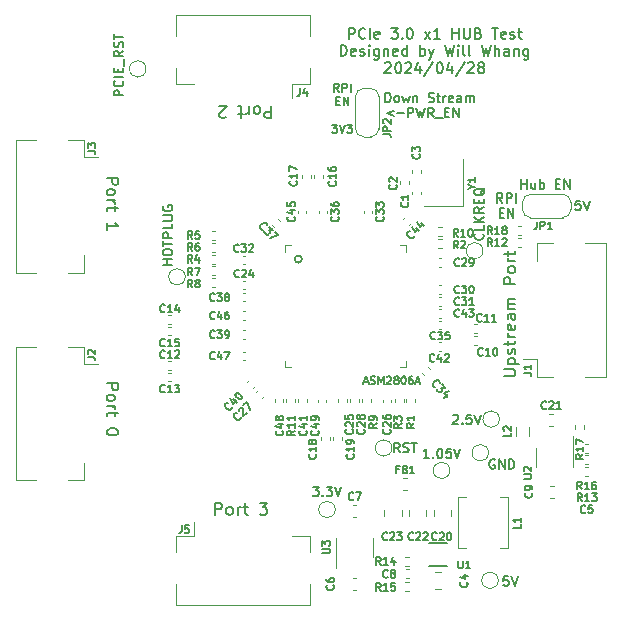
<source format=gbr>
G04 #@! TF.GenerationSoftware,KiCad,Pcbnew,8.0.4*
G04 #@! TF.CreationDate,2024-11-09T11:53:38-08:00*
G04 #@! TF.ProjectId,ASM2806_Breakout,41534d32-3830-4365-9f42-7265616b6f75,rev?*
G04 #@! TF.SameCoordinates,Original*
G04 #@! TF.FileFunction,Legend,Top*
G04 #@! TF.FilePolarity,Positive*
%FSLAX46Y46*%
G04 Gerber Fmt 4.6, Leading zero omitted, Abs format (unit mm)*
G04 Created by KiCad (PCBNEW 8.0.4) date 2024-11-09 11:53:38*
%MOMM*%
%LPD*%
G01*
G04 APERTURE LIST*
%ADD10C,0.150000*%
%ADD11C,0.120000*%
%ADD12C,0.152400*%
G04 APERTURE END LIST*
D10*
X155233333Y-105649366D02*
X154699999Y-105849366D01*
X154699999Y-105849366D02*
X155233333Y-106049366D01*
X155566666Y-105849366D02*
X156100000Y-105849366D01*
X150033333Y-106816033D02*
X150466666Y-106816033D01*
X150466666Y-106816033D02*
X150233333Y-107082700D01*
X150233333Y-107082700D02*
X150333333Y-107082700D01*
X150333333Y-107082700D02*
X150399999Y-107116033D01*
X150399999Y-107116033D02*
X150433333Y-107149366D01*
X150433333Y-107149366D02*
X150466666Y-107216033D01*
X150466666Y-107216033D02*
X150466666Y-107382700D01*
X150466666Y-107382700D02*
X150433333Y-107449366D01*
X150433333Y-107449366D02*
X150399999Y-107482700D01*
X150399999Y-107482700D02*
X150333333Y-107516033D01*
X150333333Y-107516033D02*
X150133333Y-107516033D01*
X150133333Y-107516033D02*
X150066666Y-107482700D01*
X150066666Y-107482700D02*
X150033333Y-107449366D01*
X150666666Y-106816033D02*
X150900000Y-107516033D01*
X150900000Y-107516033D02*
X151133333Y-106816033D01*
X151300000Y-106816033D02*
X151733333Y-106816033D01*
X151733333Y-106816033D02*
X151500000Y-107082700D01*
X151500000Y-107082700D02*
X151600000Y-107082700D01*
X151600000Y-107082700D02*
X151666666Y-107116033D01*
X151666666Y-107116033D02*
X151700000Y-107149366D01*
X151700000Y-107149366D02*
X151733333Y-107216033D01*
X151733333Y-107216033D02*
X151733333Y-107382700D01*
X151733333Y-107382700D02*
X151700000Y-107449366D01*
X151700000Y-107449366D02*
X151666666Y-107482700D01*
X151666666Y-107482700D02*
X151600000Y-107516033D01*
X151600000Y-107516033D02*
X151400000Y-107516033D01*
X151400000Y-107516033D02*
X151333333Y-107482700D01*
X151333333Y-107482700D02*
X151300000Y-107449366D01*
X150600000Y-104052553D02*
X150366667Y-103719220D01*
X150200000Y-104052553D02*
X150200000Y-103352553D01*
X150200000Y-103352553D02*
X150466667Y-103352553D01*
X150466667Y-103352553D02*
X150533334Y-103385886D01*
X150533334Y-103385886D02*
X150566667Y-103419220D01*
X150566667Y-103419220D02*
X150600000Y-103485886D01*
X150600000Y-103485886D02*
X150600000Y-103585886D01*
X150600000Y-103585886D02*
X150566667Y-103652553D01*
X150566667Y-103652553D02*
X150533334Y-103685886D01*
X150533334Y-103685886D02*
X150466667Y-103719220D01*
X150466667Y-103719220D02*
X150200000Y-103719220D01*
X150900000Y-104052553D02*
X150900000Y-103352553D01*
X150900000Y-103352553D02*
X151166667Y-103352553D01*
X151166667Y-103352553D02*
X151233334Y-103385886D01*
X151233334Y-103385886D02*
X151266667Y-103419220D01*
X151266667Y-103419220D02*
X151300000Y-103485886D01*
X151300000Y-103485886D02*
X151300000Y-103585886D01*
X151300000Y-103585886D02*
X151266667Y-103652553D01*
X151266667Y-103652553D02*
X151233334Y-103685886D01*
X151233334Y-103685886D02*
X151166667Y-103719220D01*
X151166667Y-103719220D02*
X150900000Y-103719220D01*
X151600000Y-104052553D02*
X151600000Y-103352553D01*
X150383333Y-104812847D02*
X150616667Y-104812847D01*
X150716667Y-105179514D02*
X150383333Y-105179514D01*
X150383333Y-105179514D02*
X150383333Y-104479514D01*
X150383333Y-104479514D02*
X150716667Y-104479514D01*
X151016666Y-105179514D02*
X151016666Y-104479514D01*
X151016666Y-104479514D02*
X151416666Y-105179514D01*
X151416666Y-105179514D02*
X151416666Y-104479514D01*
X164457143Y-113418318D02*
X164190476Y-113037365D01*
X164000000Y-113418318D02*
X164000000Y-112618318D01*
X164000000Y-112618318D02*
X164304762Y-112618318D01*
X164304762Y-112618318D02*
X164380952Y-112656413D01*
X164380952Y-112656413D02*
X164419047Y-112694508D01*
X164419047Y-112694508D02*
X164457143Y-112770699D01*
X164457143Y-112770699D02*
X164457143Y-112884984D01*
X164457143Y-112884984D02*
X164419047Y-112961175D01*
X164419047Y-112961175D02*
X164380952Y-112999270D01*
X164380952Y-112999270D02*
X164304762Y-113037365D01*
X164304762Y-113037365D02*
X164000000Y-113037365D01*
X164800000Y-113418318D02*
X164800000Y-112618318D01*
X164800000Y-112618318D02*
X165104762Y-112618318D01*
X165104762Y-112618318D02*
X165180952Y-112656413D01*
X165180952Y-112656413D02*
X165219047Y-112694508D01*
X165219047Y-112694508D02*
X165257143Y-112770699D01*
X165257143Y-112770699D02*
X165257143Y-112884984D01*
X165257143Y-112884984D02*
X165219047Y-112961175D01*
X165219047Y-112961175D02*
X165180952Y-112999270D01*
X165180952Y-112999270D02*
X165104762Y-113037365D01*
X165104762Y-113037365D02*
X164800000Y-113037365D01*
X165600000Y-113418318D02*
X165600000Y-112618318D01*
X164209524Y-114287225D02*
X164476190Y-114287225D01*
X164590476Y-114706273D02*
X164209524Y-114706273D01*
X164209524Y-114706273D02*
X164209524Y-113906273D01*
X164209524Y-113906273D02*
X164590476Y-113906273D01*
X164933334Y-114706273D02*
X164933334Y-113906273D01*
X164933334Y-113906273D02*
X165390477Y-114706273D01*
X165390477Y-114706273D02*
X165390477Y-113906273D01*
X171047619Y-113262295D02*
X170666667Y-113262295D01*
X170666667Y-113262295D02*
X170628571Y-113643247D01*
X170628571Y-113643247D02*
X170666667Y-113605152D01*
X170666667Y-113605152D02*
X170742857Y-113567057D01*
X170742857Y-113567057D02*
X170933333Y-113567057D01*
X170933333Y-113567057D02*
X171009524Y-113605152D01*
X171009524Y-113605152D02*
X171047619Y-113643247D01*
X171047619Y-113643247D02*
X171085714Y-113719438D01*
X171085714Y-113719438D02*
X171085714Y-113909914D01*
X171085714Y-113909914D02*
X171047619Y-113986104D01*
X171047619Y-113986104D02*
X171009524Y-114024200D01*
X171009524Y-114024200D02*
X170933333Y-114062295D01*
X170933333Y-114062295D02*
X170742857Y-114062295D01*
X170742857Y-114062295D02*
X170666667Y-114024200D01*
X170666667Y-114024200D02*
X170628571Y-113986104D01*
X171314286Y-113262295D02*
X171580953Y-114062295D01*
X171580953Y-114062295D02*
X171847619Y-113262295D01*
X132362295Y-104352380D02*
X131562295Y-104352380D01*
X131562295Y-104352380D02*
X131562295Y-104047618D01*
X131562295Y-104047618D02*
X131600390Y-103971428D01*
X131600390Y-103971428D02*
X131638485Y-103933333D01*
X131638485Y-103933333D02*
X131714676Y-103895237D01*
X131714676Y-103895237D02*
X131828961Y-103895237D01*
X131828961Y-103895237D02*
X131905152Y-103933333D01*
X131905152Y-103933333D02*
X131943247Y-103971428D01*
X131943247Y-103971428D02*
X131981342Y-104047618D01*
X131981342Y-104047618D02*
X131981342Y-104352380D01*
X132286104Y-103095237D02*
X132324200Y-103133333D01*
X132324200Y-103133333D02*
X132362295Y-103247618D01*
X132362295Y-103247618D02*
X132362295Y-103323809D01*
X132362295Y-103323809D02*
X132324200Y-103438095D01*
X132324200Y-103438095D02*
X132248009Y-103514285D01*
X132248009Y-103514285D02*
X132171819Y-103552380D01*
X132171819Y-103552380D02*
X132019438Y-103590476D01*
X132019438Y-103590476D02*
X131905152Y-103590476D01*
X131905152Y-103590476D02*
X131752771Y-103552380D01*
X131752771Y-103552380D02*
X131676580Y-103514285D01*
X131676580Y-103514285D02*
X131600390Y-103438095D01*
X131600390Y-103438095D02*
X131562295Y-103323809D01*
X131562295Y-103323809D02*
X131562295Y-103247618D01*
X131562295Y-103247618D02*
X131600390Y-103133333D01*
X131600390Y-103133333D02*
X131638485Y-103095237D01*
X132362295Y-102752380D02*
X131562295Y-102752380D01*
X131943247Y-102371428D02*
X131943247Y-102104762D01*
X132362295Y-101990476D02*
X132362295Y-102371428D01*
X132362295Y-102371428D02*
X131562295Y-102371428D01*
X131562295Y-102371428D02*
X131562295Y-101990476D01*
X132438485Y-101838095D02*
X132438485Y-101228571D01*
X132362295Y-100580951D02*
X131981342Y-100847618D01*
X132362295Y-101038094D02*
X131562295Y-101038094D01*
X131562295Y-101038094D02*
X131562295Y-100733332D01*
X131562295Y-100733332D02*
X131600390Y-100657142D01*
X131600390Y-100657142D02*
X131638485Y-100619047D01*
X131638485Y-100619047D02*
X131714676Y-100580951D01*
X131714676Y-100580951D02*
X131828961Y-100580951D01*
X131828961Y-100580951D02*
X131905152Y-100619047D01*
X131905152Y-100619047D02*
X131943247Y-100657142D01*
X131943247Y-100657142D02*
X131981342Y-100733332D01*
X131981342Y-100733332D02*
X131981342Y-101038094D01*
X132324200Y-100276190D02*
X132362295Y-100161904D01*
X132362295Y-100161904D02*
X132362295Y-99971428D01*
X132362295Y-99971428D02*
X132324200Y-99895237D01*
X132324200Y-99895237D02*
X132286104Y-99857142D01*
X132286104Y-99857142D02*
X132209914Y-99819047D01*
X132209914Y-99819047D02*
X132133723Y-99819047D01*
X132133723Y-99819047D02*
X132057533Y-99857142D01*
X132057533Y-99857142D02*
X132019438Y-99895237D01*
X132019438Y-99895237D02*
X131981342Y-99971428D01*
X131981342Y-99971428D02*
X131943247Y-100123809D01*
X131943247Y-100123809D02*
X131905152Y-100199999D01*
X131905152Y-100199999D02*
X131867057Y-100238094D01*
X131867057Y-100238094D02*
X131790866Y-100276190D01*
X131790866Y-100276190D02*
X131714676Y-100276190D01*
X131714676Y-100276190D02*
X131638485Y-100238094D01*
X131638485Y-100238094D02*
X131600390Y-100199999D01*
X131600390Y-100199999D02*
X131562295Y-100123809D01*
X131562295Y-100123809D02*
X131562295Y-99933332D01*
X131562295Y-99933332D02*
X131600390Y-99819047D01*
X131562295Y-99590475D02*
X131562295Y-99133332D01*
X132362295Y-99361904D02*
X131562295Y-99361904D01*
X136512295Y-118695237D02*
X135712295Y-118695237D01*
X136093247Y-118695237D02*
X136093247Y-118238094D01*
X136512295Y-118238094D02*
X135712295Y-118238094D01*
X135712295Y-117704761D02*
X135712295Y-117552380D01*
X135712295Y-117552380D02*
X135750390Y-117476190D01*
X135750390Y-117476190D02*
X135826580Y-117399999D01*
X135826580Y-117399999D02*
X135978961Y-117361904D01*
X135978961Y-117361904D02*
X136245628Y-117361904D01*
X136245628Y-117361904D02*
X136398009Y-117399999D01*
X136398009Y-117399999D02*
X136474200Y-117476190D01*
X136474200Y-117476190D02*
X136512295Y-117552380D01*
X136512295Y-117552380D02*
X136512295Y-117704761D01*
X136512295Y-117704761D02*
X136474200Y-117780952D01*
X136474200Y-117780952D02*
X136398009Y-117857142D01*
X136398009Y-117857142D02*
X136245628Y-117895238D01*
X136245628Y-117895238D02*
X135978961Y-117895238D01*
X135978961Y-117895238D02*
X135826580Y-117857142D01*
X135826580Y-117857142D02*
X135750390Y-117780952D01*
X135750390Y-117780952D02*
X135712295Y-117704761D01*
X135712295Y-117133333D02*
X135712295Y-116676190D01*
X136512295Y-116904762D02*
X135712295Y-116904762D01*
X136512295Y-116409523D02*
X135712295Y-116409523D01*
X135712295Y-116409523D02*
X135712295Y-116104761D01*
X135712295Y-116104761D02*
X135750390Y-116028571D01*
X135750390Y-116028571D02*
X135788485Y-115990476D01*
X135788485Y-115990476D02*
X135864676Y-115952380D01*
X135864676Y-115952380D02*
X135978961Y-115952380D01*
X135978961Y-115952380D02*
X136055152Y-115990476D01*
X136055152Y-115990476D02*
X136093247Y-116028571D01*
X136093247Y-116028571D02*
X136131342Y-116104761D01*
X136131342Y-116104761D02*
X136131342Y-116409523D01*
X136512295Y-115228571D02*
X136512295Y-115609523D01*
X136512295Y-115609523D02*
X135712295Y-115609523D01*
X135712295Y-114961904D02*
X136359914Y-114961904D01*
X136359914Y-114961904D02*
X136436104Y-114923809D01*
X136436104Y-114923809D02*
X136474200Y-114885714D01*
X136474200Y-114885714D02*
X136512295Y-114809523D01*
X136512295Y-114809523D02*
X136512295Y-114657142D01*
X136512295Y-114657142D02*
X136474200Y-114580952D01*
X136474200Y-114580952D02*
X136436104Y-114542857D01*
X136436104Y-114542857D02*
X136359914Y-114504761D01*
X136359914Y-114504761D02*
X135712295Y-114504761D01*
X135750390Y-113704762D02*
X135712295Y-113780952D01*
X135712295Y-113780952D02*
X135712295Y-113895238D01*
X135712295Y-113895238D02*
X135750390Y-114009524D01*
X135750390Y-114009524D02*
X135826580Y-114085714D01*
X135826580Y-114085714D02*
X135902771Y-114123809D01*
X135902771Y-114123809D02*
X136055152Y-114161905D01*
X136055152Y-114161905D02*
X136169438Y-114161905D01*
X136169438Y-114161905D02*
X136321819Y-114123809D01*
X136321819Y-114123809D02*
X136398009Y-114085714D01*
X136398009Y-114085714D02*
X136474200Y-114009524D01*
X136474200Y-114009524D02*
X136512295Y-113895238D01*
X136512295Y-113895238D02*
X136512295Y-113819047D01*
X136512295Y-113819047D02*
X136474200Y-113704762D01*
X136474200Y-113704762D02*
X136436104Y-113666666D01*
X136436104Y-113666666D02*
X136169438Y-113666666D01*
X136169438Y-113666666D02*
X136169438Y-113819047D01*
X130945180Y-128733333D02*
X131945180Y-128733333D01*
X131945180Y-128733333D02*
X131945180Y-129114285D01*
X131945180Y-129114285D02*
X131897561Y-129209523D01*
X131897561Y-129209523D02*
X131849942Y-129257142D01*
X131849942Y-129257142D02*
X131754704Y-129304761D01*
X131754704Y-129304761D02*
X131611847Y-129304761D01*
X131611847Y-129304761D02*
X131516609Y-129257142D01*
X131516609Y-129257142D02*
X131468990Y-129209523D01*
X131468990Y-129209523D02*
X131421371Y-129114285D01*
X131421371Y-129114285D02*
X131421371Y-128733333D01*
X130945180Y-129876190D02*
X130992800Y-129780952D01*
X130992800Y-129780952D02*
X131040419Y-129733333D01*
X131040419Y-129733333D02*
X131135657Y-129685714D01*
X131135657Y-129685714D02*
X131421371Y-129685714D01*
X131421371Y-129685714D02*
X131516609Y-129733333D01*
X131516609Y-129733333D02*
X131564228Y-129780952D01*
X131564228Y-129780952D02*
X131611847Y-129876190D01*
X131611847Y-129876190D02*
X131611847Y-130019047D01*
X131611847Y-130019047D02*
X131564228Y-130114285D01*
X131564228Y-130114285D02*
X131516609Y-130161904D01*
X131516609Y-130161904D02*
X131421371Y-130209523D01*
X131421371Y-130209523D02*
X131135657Y-130209523D01*
X131135657Y-130209523D02*
X131040419Y-130161904D01*
X131040419Y-130161904D02*
X130992800Y-130114285D01*
X130992800Y-130114285D02*
X130945180Y-130019047D01*
X130945180Y-130019047D02*
X130945180Y-129876190D01*
X130945180Y-130638095D02*
X131611847Y-130638095D01*
X131421371Y-130638095D02*
X131516609Y-130685714D01*
X131516609Y-130685714D02*
X131564228Y-130733333D01*
X131564228Y-130733333D02*
X131611847Y-130828571D01*
X131611847Y-130828571D02*
X131611847Y-130923809D01*
X131611847Y-131114286D02*
X131611847Y-131495238D01*
X131945180Y-131257143D02*
X131088038Y-131257143D01*
X131088038Y-131257143D02*
X130992800Y-131304762D01*
X130992800Y-131304762D02*
X130945180Y-131400000D01*
X130945180Y-131400000D02*
X130945180Y-131495238D01*
X131945180Y-132780953D02*
X131945180Y-132876191D01*
X131945180Y-132876191D02*
X131897561Y-132971429D01*
X131897561Y-132971429D02*
X131849942Y-133019048D01*
X131849942Y-133019048D02*
X131754704Y-133066667D01*
X131754704Y-133066667D02*
X131564228Y-133114286D01*
X131564228Y-133114286D02*
X131326133Y-133114286D01*
X131326133Y-133114286D02*
X131135657Y-133066667D01*
X131135657Y-133066667D02*
X131040419Y-133019048D01*
X131040419Y-133019048D02*
X130992800Y-132971429D01*
X130992800Y-132971429D02*
X130945180Y-132876191D01*
X130945180Y-132876191D02*
X130945180Y-132780953D01*
X130945180Y-132780953D02*
X130992800Y-132685715D01*
X130992800Y-132685715D02*
X131040419Y-132638096D01*
X131040419Y-132638096D02*
X131135657Y-132590477D01*
X131135657Y-132590477D02*
X131326133Y-132542858D01*
X131326133Y-132542858D02*
X131564228Y-132542858D01*
X131564228Y-132542858D02*
X131754704Y-132590477D01*
X131754704Y-132590477D02*
X131849942Y-132638096D01*
X131849942Y-132638096D02*
X131897561Y-132685715D01*
X131897561Y-132685715D02*
X131945180Y-132780953D01*
X152747618Y-128607188D02*
X153057142Y-128607188D01*
X152685713Y-128792902D02*
X152902380Y-128142902D01*
X152902380Y-128142902D02*
X153119047Y-128792902D01*
X153304761Y-128761950D02*
X153397618Y-128792902D01*
X153397618Y-128792902D02*
X153552380Y-128792902D01*
X153552380Y-128792902D02*
X153614285Y-128761950D01*
X153614285Y-128761950D02*
X153645237Y-128730997D01*
X153645237Y-128730997D02*
X153676190Y-128669092D01*
X153676190Y-128669092D02*
X153676190Y-128607188D01*
X153676190Y-128607188D02*
X153645237Y-128545283D01*
X153645237Y-128545283D02*
X153614285Y-128514330D01*
X153614285Y-128514330D02*
X153552380Y-128483378D01*
X153552380Y-128483378D02*
X153428571Y-128452426D01*
X153428571Y-128452426D02*
X153366666Y-128421473D01*
X153366666Y-128421473D02*
X153335713Y-128390521D01*
X153335713Y-128390521D02*
X153304761Y-128328616D01*
X153304761Y-128328616D02*
X153304761Y-128266711D01*
X153304761Y-128266711D02*
X153335713Y-128204807D01*
X153335713Y-128204807D02*
X153366666Y-128173854D01*
X153366666Y-128173854D02*
X153428571Y-128142902D01*
X153428571Y-128142902D02*
X153583332Y-128142902D01*
X153583332Y-128142902D02*
X153676190Y-128173854D01*
X153954761Y-128792902D02*
X153954761Y-128142902D01*
X153954761Y-128142902D02*
X154171428Y-128607188D01*
X154171428Y-128607188D02*
X154388095Y-128142902D01*
X154388095Y-128142902D02*
X154388095Y-128792902D01*
X154666666Y-128204807D02*
X154697618Y-128173854D01*
X154697618Y-128173854D02*
X154759523Y-128142902D01*
X154759523Y-128142902D02*
X154914285Y-128142902D01*
X154914285Y-128142902D02*
X154976190Y-128173854D01*
X154976190Y-128173854D02*
X155007142Y-128204807D01*
X155007142Y-128204807D02*
X155038095Y-128266711D01*
X155038095Y-128266711D02*
X155038095Y-128328616D01*
X155038095Y-128328616D02*
X155007142Y-128421473D01*
X155007142Y-128421473D02*
X154635714Y-128792902D01*
X154635714Y-128792902D02*
X155038095Y-128792902D01*
X155409524Y-128421473D02*
X155347619Y-128390521D01*
X155347619Y-128390521D02*
X155316666Y-128359569D01*
X155316666Y-128359569D02*
X155285714Y-128297664D01*
X155285714Y-128297664D02*
X155285714Y-128266711D01*
X155285714Y-128266711D02*
X155316666Y-128204807D01*
X155316666Y-128204807D02*
X155347619Y-128173854D01*
X155347619Y-128173854D02*
X155409524Y-128142902D01*
X155409524Y-128142902D02*
X155533333Y-128142902D01*
X155533333Y-128142902D02*
X155595238Y-128173854D01*
X155595238Y-128173854D02*
X155626190Y-128204807D01*
X155626190Y-128204807D02*
X155657143Y-128266711D01*
X155657143Y-128266711D02*
X155657143Y-128297664D01*
X155657143Y-128297664D02*
X155626190Y-128359569D01*
X155626190Y-128359569D02*
X155595238Y-128390521D01*
X155595238Y-128390521D02*
X155533333Y-128421473D01*
X155533333Y-128421473D02*
X155409524Y-128421473D01*
X155409524Y-128421473D02*
X155347619Y-128452426D01*
X155347619Y-128452426D02*
X155316666Y-128483378D01*
X155316666Y-128483378D02*
X155285714Y-128545283D01*
X155285714Y-128545283D02*
X155285714Y-128669092D01*
X155285714Y-128669092D02*
X155316666Y-128730997D01*
X155316666Y-128730997D02*
X155347619Y-128761950D01*
X155347619Y-128761950D02*
X155409524Y-128792902D01*
X155409524Y-128792902D02*
X155533333Y-128792902D01*
X155533333Y-128792902D02*
X155595238Y-128761950D01*
X155595238Y-128761950D02*
X155626190Y-128730997D01*
X155626190Y-128730997D02*
X155657143Y-128669092D01*
X155657143Y-128669092D02*
X155657143Y-128545283D01*
X155657143Y-128545283D02*
X155626190Y-128483378D01*
X155626190Y-128483378D02*
X155595238Y-128452426D01*
X155595238Y-128452426D02*
X155533333Y-128421473D01*
X156059524Y-128142902D02*
X156121429Y-128142902D01*
X156121429Y-128142902D02*
X156183333Y-128173854D01*
X156183333Y-128173854D02*
X156214286Y-128204807D01*
X156214286Y-128204807D02*
X156245238Y-128266711D01*
X156245238Y-128266711D02*
X156276191Y-128390521D01*
X156276191Y-128390521D02*
X156276191Y-128545283D01*
X156276191Y-128545283D02*
X156245238Y-128669092D01*
X156245238Y-128669092D02*
X156214286Y-128730997D01*
X156214286Y-128730997D02*
X156183333Y-128761950D01*
X156183333Y-128761950D02*
X156121429Y-128792902D01*
X156121429Y-128792902D02*
X156059524Y-128792902D01*
X156059524Y-128792902D02*
X155997619Y-128761950D01*
X155997619Y-128761950D02*
X155966667Y-128730997D01*
X155966667Y-128730997D02*
X155935714Y-128669092D01*
X155935714Y-128669092D02*
X155904762Y-128545283D01*
X155904762Y-128545283D02*
X155904762Y-128390521D01*
X155904762Y-128390521D02*
X155935714Y-128266711D01*
X155935714Y-128266711D02*
X155966667Y-128204807D01*
X155966667Y-128204807D02*
X155997619Y-128173854D01*
X155997619Y-128173854D02*
X156059524Y-128142902D01*
X156833334Y-128142902D02*
X156709524Y-128142902D01*
X156709524Y-128142902D02*
X156647620Y-128173854D01*
X156647620Y-128173854D02*
X156616667Y-128204807D01*
X156616667Y-128204807D02*
X156554762Y-128297664D01*
X156554762Y-128297664D02*
X156523810Y-128421473D01*
X156523810Y-128421473D02*
X156523810Y-128669092D01*
X156523810Y-128669092D02*
X156554762Y-128730997D01*
X156554762Y-128730997D02*
X156585715Y-128761950D01*
X156585715Y-128761950D02*
X156647620Y-128792902D01*
X156647620Y-128792902D02*
X156771429Y-128792902D01*
X156771429Y-128792902D02*
X156833334Y-128761950D01*
X156833334Y-128761950D02*
X156864286Y-128730997D01*
X156864286Y-128730997D02*
X156895239Y-128669092D01*
X156895239Y-128669092D02*
X156895239Y-128514330D01*
X156895239Y-128514330D02*
X156864286Y-128452426D01*
X156864286Y-128452426D02*
X156833334Y-128421473D01*
X156833334Y-128421473D02*
X156771429Y-128390521D01*
X156771429Y-128390521D02*
X156647620Y-128390521D01*
X156647620Y-128390521D02*
X156585715Y-128421473D01*
X156585715Y-128421473D02*
X156554762Y-128452426D01*
X156554762Y-128452426D02*
X156523810Y-128514330D01*
X157142858Y-128607188D02*
X157452382Y-128607188D01*
X157080953Y-128792902D02*
X157297620Y-128142902D01*
X157297620Y-128142902D02*
X157514287Y-128792902D01*
X155761905Y-134562295D02*
X155495238Y-134181342D01*
X155304762Y-134562295D02*
X155304762Y-133762295D01*
X155304762Y-133762295D02*
X155609524Y-133762295D01*
X155609524Y-133762295D02*
X155685714Y-133800390D01*
X155685714Y-133800390D02*
X155723809Y-133838485D01*
X155723809Y-133838485D02*
X155761905Y-133914676D01*
X155761905Y-133914676D02*
X155761905Y-134028961D01*
X155761905Y-134028961D02*
X155723809Y-134105152D01*
X155723809Y-134105152D02*
X155685714Y-134143247D01*
X155685714Y-134143247D02*
X155609524Y-134181342D01*
X155609524Y-134181342D02*
X155304762Y-134181342D01*
X156066666Y-134524200D02*
X156180952Y-134562295D01*
X156180952Y-134562295D02*
X156371428Y-134562295D01*
X156371428Y-134562295D02*
X156447619Y-134524200D01*
X156447619Y-134524200D02*
X156485714Y-134486104D01*
X156485714Y-134486104D02*
X156523809Y-134409914D01*
X156523809Y-134409914D02*
X156523809Y-134333723D01*
X156523809Y-134333723D02*
X156485714Y-134257533D01*
X156485714Y-134257533D02*
X156447619Y-134219438D01*
X156447619Y-134219438D02*
X156371428Y-134181342D01*
X156371428Y-134181342D02*
X156219047Y-134143247D01*
X156219047Y-134143247D02*
X156142857Y-134105152D01*
X156142857Y-134105152D02*
X156104762Y-134067057D01*
X156104762Y-134067057D02*
X156066666Y-133990866D01*
X156066666Y-133990866D02*
X156066666Y-133914676D01*
X156066666Y-133914676D02*
X156104762Y-133838485D01*
X156104762Y-133838485D02*
X156142857Y-133800390D01*
X156142857Y-133800390D02*
X156219047Y-133762295D01*
X156219047Y-133762295D02*
X156409524Y-133762295D01*
X156409524Y-133762295D02*
X156523809Y-133800390D01*
X156752381Y-133762295D02*
X157209524Y-133762295D01*
X156980952Y-134562295D02*
X156980952Y-133762295D01*
X160257142Y-131438485D02*
X160295238Y-131400390D01*
X160295238Y-131400390D02*
X160371428Y-131362295D01*
X160371428Y-131362295D02*
X160561904Y-131362295D01*
X160561904Y-131362295D02*
X160638095Y-131400390D01*
X160638095Y-131400390D02*
X160676190Y-131438485D01*
X160676190Y-131438485D02*
X160714285Y-131514676D01*
X160714285Y-131514676D02*
X160714285Y-131590866D01*
X160714285Y-131590866D02*
X160676190Y-131705152D01*
X160676190Y-131705152D02*
X160219047Y-132162295D01*
X160219047Y-132162295D02*
X160714285Y-132162295D01*
X161057143Y-132086104D02*
X161095238Y-132124200D01*
X161095238Y-132124200D02*
X161057143Y-132162295D01*
X161057143Y-132162295D02*
X161019047Y-132124200D01*
X161019047Y-132124200D02*
X161057143Y-132086104D01*
X161057143Y-132086104D02*
X161057143Y-132162295D01*
X161819047Y-131362295D02*
X161438095Y-131362295D01*
X161438095Y-131362295D02*
X161399999Y-131743247D01*
X161399999Y-131743247D02*
X161438095Y-131705152D01*
X161438095Y-131705152D02*
X161514285Y-131667057D01*
X161514285Y-131667057D02*
X161704761Y-131667057D01*
X161704761Y-131667057D02*
X161780952Y-131705152D01*
X161780952Y-131705152D02*
X161819047Y-131743247D01*
X161819047Y-131743247D02*
X161857142Y-131819438D01*
X161857142Y-131819438D02*
X161857142Y-132009914D01*
X161857142Y-132009914D02*
X161819047Y-132086104D01*
X161819047Y-132086104D02*
X161780952Y-132124200D01*
X161780952Y-132124200D02*
X161704761Y-132162295D01*
X161704761Y-132162295D02*
X161514285Y-132162295D01*
X161514285Y-132162295D02*
X161438095Y-132124200D01*
X161438095Y-132124200D02*
X161399999Y-132086104D01*
X162085714Y-131362295D02*
X162352381Y-132162295D01*
X162352381Y-132162295D02*
X162619047Y-131362295D01*
X130945180Y-111333333D02*
X131945180Y-111333333D01*
X131945180Y-111333333D02*
X131945180Y-111714285D01*
X131945180Y-111714285D02*
X131897561Y-111809523D01*
X131897561Y-111809523D02*
X131849942Y-111857142D01*
X131849942Y-111857142D02*
X131754704Y-111904761D01*
X131754704Y-111904761D02*
X131611847Y-111904761D01*
X131611847Y-111904761D02*
X131516609Y-111857142D01*
X131516609Y-111857142D02*
X131468990Y-111809523D01*
X131468990Y-111809523D02*
X131421371Y-111714285D01*
X131421371Y-111714285D02*
X131421371Y-111333333D01*
X130945180Y-112476190D02*
X130992800Y-112380952D01*
X130992800Y-112380952D02*
X131040419Y-112333333D01*
X131040419Y-112333333D02*
X131135657Y-112285714D01*
X131135657Y-112285714D02*
X131421371Y-112285714D01*
X131421371Y-112285714D02*
X131516609Y-112333333D01*
X131516609Y-112333333D02*
X131564228Y-112380952D01*
X131564228Y-112380952D02*
X131611847Y-112476190D01*
X131611847Y-112476190D02*
X131611847Y-112619047D01*
X131611847Y-112619047D02*
X131564228Y-112714285D01*
X131564228Y-112714285D02*
X131516609Y-112761904D01*
X131516609Y-112761904D02*
X131421371Y-112809523D01*
X131421371Y-112809523D02*
X131135657Y-112809523D01*
X131135657Y-112809523D02*
X131040419Y-112761904D01*
X131040419Y-112761904D02*
X130992800Y-112714285D01*
X130992800Y-112714285D02*
X130945180Y-112619047D01*
X130945180Y-112619047D02*
X130945180Y-112476190D01*
X130945180Y-113238095D02*
X131611847Y-113238095D01*
X131421371Y-113238095D02*
X131516609Y-113285714D01*
X131516609Y-113285714D02*
X131564228Y-113333333D01*
X131564228Y-113333333D02*
X131611847Y-113428571D01*
X131611847Y-113428571D02*
X131611847Y-113523809D01*
X131611847Y-113714286D02*
X131611847Y-114095238D01*
X131945180Y-113857143D02*
X131088038Y-113857143D01*
X131088038Y-113857143D02*
X130992800Y-113904762D01*
X130992800Y-113904762D02*
X130945180Y-114000000D01*
X130945180Y-114000000D02*
X130945180Y-114095238D01*
X130945180Y-115714286D02*
X130945180Y-115142858D01*
X130945180Y-115428572D02*
X131945180Y-115428572D01*
X131945180Y-115428572D02*
X131802323Y-115333334D01*
X131802323Y-115333334D02*
X131707085Y-115238096D01*
X131707085Y-115238096D02*
X131659466Y-115142858D01*
X151435715Y-99559607D02*
X151435715Y-98659607D01*
X151435715Y-98659607D02*
X151778572Y-98659607D01*
X151778572Y-98659607D02*
X151864287Y-98702464D01*
X151864287Y-98702464D02*
X151907144Y-98745321D01*
X151907144Y-98745321D02*
X151950001Y-98831035D01*
X151950001Y-98831035D02*
X151950001Y-98959607D01*
X151950001Y-98959607D02*
X151907144Y-99045321D01*
X151907144Y-99045321D02*
X151864287Y-99088178D01*
X151864287Y-99088178D02*
X151778572Y-99131035D01*
X151778572Y-99131035D02*
X151435715Y-99131035D01*
X152850001Y-99473892D02*
X152807144Y-99516750D01*
X152807144Y-99516750D02*
X152678572Y-99559607D01*
X152678572Y-99559607D02*
X152592858Y-99559607D01*
X152592858Y-99559607D02*
X152464287Y-99516750D01*
X152464287Y-99516750D02*
X152378572Y-99431035D01*
X152378572Y-99431035D02*
X152335715Y-99345321D01*
X152335715Y-99345321D02*
X152292858Y-99173892D01*
X152292858Y-99173892D02*
X152292858Y-99045321D01*
X152292858Y-99045321D02*
X152335715Y-98873892D01*
X152335715Y-98873892D02*
X152378572Y-98788178D01*
X152378572Y-98788178D02*
X152464287Y-98702464D01*
X152464287Y-98702464D02*
X152592858Y-98659607D01*
X152592858Y-98659607D02*
X152678572Y-98659607D01*
X152678572Y-98659607D02*
X152807144Y-98702464D01*
X152807144Y-98702464D02*
X152850001Y-98745321D01*
X153235715Y-99559607D02*
X153235715Y-98659607D01*
X154007143Y-99516750D02*
X153921429Y-99559607D01*
X153921429Y-99559607D02*
X153750001Y-99559607D01*
X153750001Y-99559607D02*
X153664286Y-99516750D01*
X153664286Y-99516750D02*
X153621429Y-99431035D01*
X153621429Y-99431035D02*
X153621429Y-99088178D01*
X153621429Y-99088178D02*
X153664286Y-99002464D01*
X153664286Y-99002464D02*
X153750001Y-98959607D01*
X153750001Y-98959607D02*
X153921429Y-98959607D01*
X153921429Y-98959607D02*
X154007143Y-99002464D01*
X154007143Y-99002464D02*
X154050001Y-99088178D01*
X154050001Y-99088178D02*
X154050001Y-99173892D01*
X154050001Y-99173892D02*
X153621429Y-99259607D01*
X155035715Y-98659607D02*
X155592858Y-98659607D01*
X155592858Y-98659607D02*
X155292858Y-99002464D01*
X155292858Y-99002464D02*
X155421429Y-99002464D01*
X155421429Y-99002464D02*
X155507144Y-99045321D01*
X155507144Y-99045321D02*
X155550001Y-99088178D01*
X155550001Y-99088178D02*
X155592858Y-99173892D01*
X155592858Y-99173892D02*
X155592858Y-99388178D01*
X155592858Y-99388178D02*
X155550001Y-99473892D01*
X155550001Y-99473892D02*
X155507144Y-99516750D01*
X155507144Y-99516750D02*
X155421429Y-99559607D01*
X155421429Y-99559607D02*
X155164286Y-99559607D01*
X155164286Y-99559607D02*
X155078572Y-99516750D01*
X155078572Y-99516750D02*
X155035715Y-99473892D01*
X155978572Y-99473892D02*
X156021429Y-99516750D01*
X156021429Y-99516750D02*
X155978572Y-99559607D01*
X155978572Y-99559607D02*
X155935715Y-99516750D01*
X155935715Y-99516750D02*
X155978572Y-99473892D01*
X155978572Y-99473892D02*
X155978572Y-99559607D01*
X156578572Y-98659607D02*
X156664286Y-98659607D01*
X156664286Y-98659607D02*
X156750000Y-98702464D01*
X156750000Y-98702464D02*
X156792858Y-98745321D01*
X156792858Y-98745321D02*
X156835715Y-98831035D01*
X156835715Y-98831035D02*
X156878572Y-99002464D01*
X156878572Y-99002464D02*
X156878572Y-99216750D01*
X156878572Y-99216750D02*
X156835715Y-99388178D01*
X156835715Y-99388178D02*
X156792858Y-99473892D01*
X156792858Y-99473892D02*
X156750000Y-99516750D01*
X156750000Y-99516750D02*
X156664286Y-99559607D01*
X156664286Y-99559607D02*
X156578572Y-99559607D01*
X156578572Y-99559607D02*
X156492858Y-99516750D01*
X156492858Y-99516750D02*
X156450000Y-99473892D01*
X156450000Y-99473892D02*
X156407143Y-99388178D01*
X156407143Y-99388178D02*
X156364286Y-99216750D01*
X156364286Y-99216750D02*
X156364286Y-99002464D01*
X156364286Y-99002464D02*
X156407143Y-98831035D01*
X156407143Y-98831035D02*
X156450000Y-98745321D01*
X156450000Y-98745321D02*
X156492858Y-98702464D01*
X156492858Y-98702464D02*
X156578572Y-98659607D01*
X157864286Y-99559607D02*
X158335715Y-98959607D01*
X157864286Y-98959607D02*
X158335715Y-99559607D01*
X159150000Y-99559607D02*
X158635714Y-99559607D01*
X158892857Y-99559607D02*
X158892857Y-98659607D01*
X158892857Y-98659607D02*
X158807143Y-98788178D01*
X158807143Y-98788178D02*
X158721428Y-98873892D01*
X158721428Y-98873892D02*
X158635714Y-98916750D01*
X160221428Y-99559607D02*
X160221428Y-98659607D01*
X160221428Y-99088178D02*
X160735714Y-99088178D01*
X160735714Y-99559607D02*
X160735714Y-98659607D01*
X161164285Y-98659607D02*
X161164285Y-99388178D01*
X161164285Y-99388178D02*
X161207142Y-99473892D01*
X161207142Y-99473892D02*
X161250000Y-99516750D01*
X161250000Y-99516750D02*
X161335714Y-99559607D01*
X161335714Y-99559607D02*
X161507142Y-99559607D01*
X161507142Y-99559607D02*
X161592857Y-99516750D01*
X161592857Y-99516750D02*
X161635714Y-99473892D01*
X161635714Y-99473892D02*
X161678571Y-99388178D01*
X161678571Y-99388178D02*
X161678571Y-98659607D01*
X162407142Y-99088178D02*
X162535714Y-99131035D01*
X162535714Y-99131035D02*
X162578571Y-99173892D01*
X162578571Y-99173892D02*
X162621428Y-99259607D01*
X162621428Y-99259607D02*
X162621428Y-99388178D01*
X162621428Y-99388178D02*
X162578571Y-99473892D01*
X162578571Y-99473892D02*
X162535714Y-99516750D01*
X162535714Y-99516750D02*
X162449999Y-99559607D01*
X162449999Y-99559607D02*
X162107142Y-99559607D01*
X162107142Y-99559607D02*
X162107142Y-98659607D01*
X162107142Y-98659607D02*
X162407142Y-98659607D01*
X162407142Y-98659607D02*
X162492857Y-98702464D01*
X162492857Y-98702464D02*
X162535714Y-98745321D01*
X162535714Y-98745321D02*
X162578571Y-98831035D01*
X162578571Y-98831035D02*
X162578571Y-98916750D01*
X162578571Y-98916750D02*
X162535714Y-99002464D01*
X162535714Y-99002464D02*
X162492857Y-99045321D01*
X162492857Y-99045321D02*
X162407142Y-99088178D01*
X162407142Y-99088178D02*
X162107142Y-99088178D01*
X163564285Y-98659607D02*
X164078571Y-98659607D01*
X163821428Y-99559607D02*
X163821428Y-98659607D01*
X164721427Y-99516750D02*
X164635713Y-99559607D01*
X164635713Y-99559607D02*
X164464285Y-99559607D01*
X164464285Y-99559607D02*
X164378570Y-99516750D01*
X164378570Y-99516750D02*
X164335713Y-99431035D01*
X164335713Y-99431035D02*
X164335713Y-99088178D01*
X164335713Y-99088178D02*
X164378570Y-99002464D01*
X164378570Y-99002464D02*
X164464285Y-98959607D01*
X164464285Y-98959607D02*
X164635713Y-98959607D01*
X164635713Y-98959607D02*
X164721427Y-99002464D01*
X164721427Y-99002464D02*
X164764285Y-99088178D01*
X164764285Y-99088178D02*
X164764285Y-99173892D01*
X164764285Y-99173892D02*
X164335713Y-99259607D01*
X165107142Y-99516750D02*
X165192856Y-99559607D01*
X165192856Y-99559607D02*
X165364285Y-99559607D01*
X165364285Y-99559607D02*
X165449999Y-99516750D01*
X165449999Y-99516750D02*
X165492856Y-99431035D01*
X165492856Y-99431035D02*
X165492856Y-99388178D01*
X165492856Y-99388178D02*
X165449999Y-99302464D01*
X165449999Y-99302464D02*
X165364285Y-99259607D01*
X165364285Y-99259607D02*
X165235714Y-99259607D01*
X165235714Y-99259607D02*
X165149999Y-99216750D01*
X165149999Y-99216750D02*
X165107142Y-99131035D01*
X165107142Y-99131035D02*
X165107142Y-99088178D01*
X165107142Y-99088178D02*
X165149999Y-99002464D01*
X165149999Y-99002464D02*
X165235714Y-98959607D01*
X165235714Y-98959607D02*
X165364285Y-98959607D01*
X165364285Y-98959607D02*
X165449999Y-99002464D01*
X165749999Y-98959607D02*
X166092856Y-98959607D01*
X165878570Y-98659607D02*
X165878570Y-99431035D01*
X165878570Y-99431035D02*
X165921427Y-99516750D01*
X165921427Y-99516750D02*
X166007142Y-99559607D01*
X166007142Y-99559607D02*
X166092856Y-99559607D01*
X150771428Y-101008557D02*
X150771428Y-100108557D01*
X150771428Y-100108557D02*
X150985714Y-100108557D01*
X150985714Y-100108557D02*
X151114285Y-100151414D01*
X151114285Y-100151414D02*
X151200000Y-100237128D01*
X151200000Y-100237128D02*
X151242857Y-100322842D01*
X151242857Y-100322842D02*
X151285714Y-100494271D01*
X151285714Y-100494271D02*
X151285714Y-100622842D01*
X151285714Y-100622842D02*
X151242857Y-100794271D01*
X151242857Y-100794271D02*
X151200000Y-100879985D01*
X151200000Y-100879985D02*
X151114285Y-100965700D01*
X151114285Y-100965700D02*
X150985714Y-101008557D01*
X150985714Y-101008557D02*
X150771428Y-101008557D01*
X152014285Y-100965700D02*
X151928571Y-101008557D01*
X151928571Y-101008557D02*
X151757143Y-101008557D01*
X151757143Y-101008557D02*
X151671428Y-100965700D01*
X151671428Y-100965700D02*
X151628571Y-100879985D01*
X151628571Y-100879985D02*
X151628571Y-100537128D01*
X151628571Y-100537128D02*
X151671428Y-100451414D01*
X151671428Y-100451414D02*
X151757143Y-100408557D01*
X151757143Y-100408557D02*
X151928571Y-100408557D01*
X151928571Y-100408557D02*
X152014285Y-100451414D01*
X152014285Y-100451414D02*
X152057143Y-100537128D01*
X152057143Y-100537128D02*
X152057143Y-100622842D01*
X152057143Y-100622842D02*
X151628571Y-100708557D01*
X152400000Y-100965700D02*
X152485714Y-101008557D01*
X152485714Y-101008557D02*
X152657143Y-101008557D01*
X152657143Y-101008557D02*
X152742857Y-100965700D01*
X152742857Y-100965700D02*
X152785714Y-100879985D01*
X152785714Y-100879985D02*
X152785714Y-100837128D01*
X152785714Y-100837128D02*
X152742857Y-100751414D01*
X152742857Y-100751414D02*
X152657143Y-100708557D01*
X152657143Y-100708557D02*
X152528572Y-100708557D01*
X152528572Y-100708557D02*
X152442857Y-100665700D01*
X152442857Y-100665700D02*
X152400000Y-100579985D01*
X152400000Y-100579985D02*
X152400000Y-100537128D01*
X152400000Y-100537128D02*
X152442857Y-100451414D01*
X152442857Y-100451414D02*
X152528572Y-100408557D01*
X152528572Y-100408557D02*
X152657143Y-100408557D01*
X152657143Y-100408557D02*
X152742857Y-100451414D01*
X153171428Y-101008557D02*
X153171428Y-100408557D01*
X153171428Y-100108557D02*
X153128571Y-100151414D01*
X153128571Y-100151414D02*
X153171428Y-100194271D01*
X153171428Y-100194271D02*
X153214285Y-100151414D01*
X153214285Y-100151414D02*
X153171428Y-100108557D01*
X153171428Y-100108557D02*
X153171428Y-100194271D01*
X153985714Y-100408557D02*
X153985714Y-101137128D01*
X153985714Y-101137128D02*
X153942856Y-101222842D01*
X153942856Y-101222842D02*
X153899999Y-101265700D01*
X153899999Y-101265700D02*
X153814285Y-101308557D01*
X153814285Y-101308557D02*
X153685714Y-101308557D01*
X153685714Y-101308557D02*
X153599999Y-101265700D01*
X153985714Y-100965700D02*
X153899999Y-101008557D01*
X153899999Y-101008557D02*
X153728571Y-101008557D01*
X153728571Y-101008557D02*
X153642856Y-100965700D01*
X153642856Y-100965700D02*
X153599999Y-100922842D01*
X153599999Y-100922842D02*
X153557142Y-100837128D01*
X153557142Y-100837128D02*
X153557142Y-100579985D01*
X153557142Y-100579985D02*
X153599999Y-100494271D01*
X153599999Y-100494271D02*
X153642856Y-100451414D01*
X153642856Y-100451414D02*
X153728571Y-100408557D01*
X153728571Y-100408557D02*
X153899999Y-100408557D01*
X153899999Y-100408557D02*
X153985714Y-100451414D01*
X154414285Y-100408557D02*
X154414285Y-101008557D01*
X154414285Y-100494271D02*
X154457142Y-100451414D01*
X154457142Y-100451414D02*
X154542857Y-100408557D01*
X154542857Y-100408557D02*
X154671428Y-100408557D01*
X154671428Y-100408557D02*
X154757142Y-100451414D01*
X154757142Y-100451414D02*
X154800000Y-100537128D01*
X154800000Y-100537128D02*
X154800000Y-101008557D01*
X155571428Y-100965700D02*
X155485714Y-101008557D01*
X155485714Y-101008557D02*
X155314286Y-101008557D01*
X155314286Y-101008557D02*
X155228571Y-100965700D01*
X155228571Y-100965700D02*
X155185714Y-100879985D01*
X155185714Y-100879985D02*
X155185714Y-100537128D01*
X155185714Y-100537128D02*
X155228571Y-100451414D01*
X155228571Y-100451414D02*
X155314286Y-100408557D01*
X155314286Y-100408557D02*
X155485714Y-100408557D01*
X155485714Y-100408557D02*
X155571428Y-100451414D01*
X155571428Y-100451414D02*
X155614286Y-100537128D01*
X155614286Y-100537128D02*
X155614286Y-100622842D01*
X155614286Y-100622842D02*
X155185714Y-100708557D01*
X156385715Y-101008557D02*
X156385715Y-100108557D01*
X156385715Y-100965700D02*
X156300000Y-101008557D01*
X156300000Y-101008557D02*
X156128572Y-101008557D01*
X156128572Y-101008557D02*
X156042857Y-100965700D01*
X156042857Y-100965700D02*
X156000000Y-100922842D01*
X156000000Y-100922842D02*
X155957143Y-100837128D01*
X155957143Y-100837128D02*
X155957143Y-100579985D01*
X155957143Y-100579985D02*
X156000000Y-100494271D01*
X156000000Y-100494271D02*
X156042857Y-100451414D01*
X156042857Y-100451414D02*
X156128572Y-100408557D01*
X156128572Y-100408557D02*
X156300000Y-100408557D01*
X156300000Y-100408557D02*
X156385715Y-100451414D01*
X157500000Y-101008557D02*
X157500000Y-100108557D01*
X157500000Y-100451414D02*
X157585715Y-100408557D01*
X157585715Y-100408557D02*
X157757143Y-100408557D01*
X157757143Y-100408557D02*
X157842857Y-100451414D01*
X157842857Y-100451414D02*
X157885715Y-100494271D01*
X157885715Y-100494271D02*
X157928572Y-100579985D01*
X157928572Y-100579985D02*
X157928572Y-100837128D01*
X157928572Y-100837128D02*
X157885715Y-100922842D01*
X157885715Y-100922842D02*
X157842857Y-100965700D01*
X157842857Y-100965700D02*
X157757143Y-101008557D01*
X157757143Y-101008557D02*
X157585715Y-101008557D01*
X157585715Y-101008557D02*
X157500000Y-100965700D01*
X158228572Y-100408557D02*
X158442858Y-101008557D01*
X158657143Y-100408557D02*
X158442858Y-101008557D01*
X158442858Y-101008557D02*
X158357143Y-101222842D01*
X158357143Y-101222842D02*
X158314286Y-101265700D01*
X158314286Y-101265700D02*
X158228572Y-101308557D01*
X159600000Y-100108557D02*
X159814286Y-101008557D01*
X159814286Y-101008557D02*
X159985714Y-100365700D01*
X159985714Y-100365700D02*
X160157143Y-101008557D01*
X160157143Y-101008557D02*
X160371429Y-100108557D01*
X160714285Y-101008557D02*
X160714285Y-100408557D01*
X160714285Y-100108557D02*
X160671428Y-100151414D01*
X160671428Y-100151414D02*
X160714285Y-100194271D01*
X160714285Y-100194271D02*
X160757142Y-100151414D01*
X160757142Y-100151414D02*
X160714285Y-100108557D01*
X160714285Y-100108557D02*
X160714285Y-100194271D01*
X161271428Y-101008557D02*
X161185713Y-100965700D01*
X161185713Y-100965700D02*
X161142856Y-100879985D01*
X161142856Y-100879985D02*
X161142856Y-100108557D01*
X161742857Y-101008557D02*
X161657142Y-100965700D01*
X161657142Y-100965700D02*
X161614285Y-100879985D01*
X161614285Y-100879985D02*
X161614285Y-100108557D01*
X162685714Y-100108557D02*
X162900000Y-101008557D01*
X162900000Y-101008557D02*
X163071428Y-100365700D01*
X163071428Y-100365700D02*
X163242857Y-101008557D01*
X163242857Y-101008557D02*
X163457143Y-100108557D01*
X163799999Y-101008557D02*
X163799999Y-100108557D01*
X164185714Y-101008557D02*
X164185714Y-100537128D01*
X164185714Y-100537128D02*
X164142856Y-100451414D01*
X164142856Y-100451414D02*
X164057142Y-100408557D01*
X164057142Y-100408557D02*
X163928571Y-100408557D01*
X163928571Y-100408557D02*
X163842856Y-100451414D01*
X163842856Y-100451414D02*
X163799999Y-100494271D01*
X165000000Y-101008557D02*
X165000000Y-100537128D01*
X165000000Y-100537128D02*
X164957142Y-100451414D01*
X164957142Y-100451414D02*
X164871428Y-100408557D01*
X164871428Y-100408557D02*
X164700000Y-100408557D01*
X164700000Y-100408557D02*
X164614285Y-100451414D01*
X165000000Y-100965700D02*
X164914285Y-101008557D01*
X164914285Y-101008557D02*
X164700000Y-101008557D01*
X164700000Y-101008557D02*
X164614285Y-100965700D01*
X164614285Y-100965700D02*
X164571428Y-100879985D01*
X164571428Y-100879985D02*
X164571428Y-100794271D01*
X164571428Y-100794271D02*
X164614285Y-100708557D01*
X164614285Y-100708557D02*
X164700000Y-100665700D01*
X164700000Y-100665700D02*
X164914285Y-100665700D01*
X164914285Y-100665700D02*
X165000000Y-100622842D01*
X165428571Y-100408557D02*
X165428571Y-101008557D01*
X165428571Y-100494271D02*
X165471428Y-100451414D01*
X165471428Y-100451414D02*
X165557143Y-100408557D01*
X165557143Y-100408557D02*
X165685714Y-100408557D01*
X165685714Y-100408557D02*
X165771428Y-100451414D01*
X165771428Y-100451414D02*
X165814286Y-100537128D01*
X165814286Y-100537128D02*
X165814286Y-101008557D01*
X166628572Y-100408557D02*
X166628572Y-101137128D01*
X166628572Y-101137128D02*
X166585714Y-101222842D01*
X166585714Y-101222842D02*
X166542857Y-101265700D01*
X166542857Y-101265700D02*
X166457143Y-101308557D01*
X166457143Y-101308557D02*
X166328572Y-101308557D01*
X166328572Y-101308557D02*
X166242857Y-101265700D01*
X166628572Y-100965700D02*
X166542857Y-101008557D01*
X166542857Y-101008557D02*
X166371429Y-101008557D01*
X166371429Y-101008557D02*
X166285714Y-100965700D01*
X166285714Y-100965700D02*
X166242857Y-100922842D01*
X166242857Y-100922842D02*
X166200000Y-100837128D01*
X166200000Y-100837128D02*
X166200000Y-100579985D01*
X166200000Y-100579985D02*
X166242857Y-100494271D01*
X166242857Y-100494271D02*
X166285714Y-100451414D01*
X166285714Y-100451414D02*
X166371429Y-100408557D01*
X166371429Y-100408557D02*
X166542857Y-100408557D01*
X166542857Y-100408557D02*
X166628572Y-100451414D01*
X154499999Y-101643221D02*
X154542856Y-101600364D01*
X154542856Y-101600364D02*
X154628571Y-101557507D01*
X154628571Y-101557507D02*
X154842856Y-101557507D01*
X154842856Y-101557507D02*
X154928571Y-101600364D01*
X154928571Y-101600364D02*
X154971428Y-101643221D01*
X154971428Y-101643221D02*
X155014285Y-101728935D01*
X155014285Y-101728935D02*
X155014285Y-101814650D01*
X155014285Y-101814650D02*
X154971428Y-101943221D01*
X154971428Y-101943221D02*
X154457142Y-102457507D01*
X154457142Y-102457507D02*
X155014285Y-102457507D01*
X155571428Y-101557507D02*
X155657142Y-101557507D01*
X155657142Y-101557507D02*
X155742856Y-101600364D01*
X155742856Y-101600364D02*
X155785714Y-101643221D01*
X155785714Y-101643221D02*
X155828571Y-101728935D01*
X155828571Y-101728935D02*
X155871428Y-101900364D01*
X155871428Y-101900364D02*
X155871428Y-102114650D01*
X155871428Y-102114650D02*
X155828571Y-102286078D01*
X155828571Y-102286078D02*
X155785714Y-102371792D01*
X155785714Y-102371792D02*
X155742856Y-102414650D01*
X155742856Y-102414650D02*
X155657142Y-102457507D01*
X155657142Y-102457507D02*
X155571428Y-102457507D01*
X155571428Y-102457507D02*
X155485714Y-102414650D01*
X155485714Y-102414650D02*
X155442856Y-102371792D01*
X155442856Y-102371792D02*
X155399999Y-102286078D01*
X155399999Y-102286078D02*
X155357142Y-102114650D01*
X155357142Y-102114650D02*
X155357142Y-101900364D01*
X155357142Y-101900364D02*
X155399999Y-101728935D01*
X155399999Y-101728935D02*
X155442856Y-101643221D01*
X155442856Y-101643221D02*
X155485714Y-101600364D01*
X155485714Y-101600364D02*
X155571428Y-101557507D01*
X156214285Y-101643221D02*
X156257142Y-101600364D01*
X156257142Y-101600364D02*
X156342857Y-101557507D01*
X156342857Y-101557507D02*
X156557142Y-101557507D01*
X156557142Y-101557507D02*
X156642857Y-101600364D01*
X156642857Y-101600364D02*
X156685714Y-101643221D01*
X156685714Y-101643221D02*
X156728571Y-101728935D01*
X156728571Y-101728935D02*
X156728571Y-101814650D01*
X156728571Y-101814650D02*
X156685714Y-101943221D01*
X156685714Y-101943221D02*
X156171428Y-102457507D01*
X156171428Y-102457507D02*
X156728571Y-102457507D01*
X157500000Y-101857507D02*
X157500000Y-102457507D01*
X157285714Y-101514650D02*
X157071428Y-102157507D01*
X157071428Y-102157507D02*
X157628571Y-102157507D01*
X158614285Y-101514650D02*
X157842857Y-102671792D01*
X159085714Y-101557507D02*
X159171428Y-101557507D01*
X159171428Y-101557507D02*
X159257142Y-101600364D01*
X159257142Y-101600364D02*
X159300000Y-101643221D01*
X159300000Y-101643221D02*
X159342857Y-101728935D01*
X159342857Y-101728935D02*
X159385714Y-101900364D01*
X159385714Y-101900364D02*
X159385714Y-102114650D01*
X159385714Y-102114650D02*
X159342857Y-102286078D01*
X159342857Y-102286078D02*
X159300000Y-102371792D01*
X159300000Y-102371792D02*
X159257142Y-102414650D01*
X159257142Y-102414650D02*
X159171428Y-102457507D01*
X159171428Y-102457507D02*
X159085714Y-102457507D01*
X159085714Y-102457507D02*
X159000000Y-102414650D01*
X159000000Y-102414650D02*
X158957142Y-102371792D01*
X158957142Y-102371792D02*
X158914285Y-102286078D01*
X158914285Y-102286078D02*
X158871428Y-102114650D01*
X158871428Y-102114650D02*
X158871428Y-101900364D01*
X158871428Y-101900364D02*
X158914285Y-101728935D01*
X158914285Y-101728935D02*
X158957142Y-101643221D01*
X158957142Y-101643221D02*
X159000000Y-101600364D01*
X159000000Y-101600364D02*
X159085714Y-101557507D01*
X160157143Y-101857507D02*
X160157143Y-102457507D01*
X159942857Y-101514650D02*
X159728571Y-102157507D01*
X159728571Y-102157507D02*
X160285714Y-102157507D01*
X161271428Y-101514650D02*
X160500000Y-102671792D01*
X161528571Y-101643221D02*
X161571428Y-101600364D01*
X161571428Y-101600364D02*
X161657143Y-101557507D01*
X161657143Y-101557507D02*
X161871428Y-101557507D01*
X161871428Y-101557507D02*
X161957143Y-101600364D01*
X161957143Y-101600364D02*
X162000000Y-101643221D01*
X162000000Y-101643221D02*
X162042857Y-101728935D01*
X162042857Y-101728935D02*
X162042857Y-101814650D01*
X162042857Y-101814650D02*
X162000000Y-101943221D01*
X162000000Y-101943221D02*
X161485714Y-102457507D01*
X161485714Y-102457507D02*
X162042857Y-102457507D01*
X162557143Y-101943221D02*
X162471428Y-101900364D01*
X162471428Y-101900364D02*
X162428571Y-101857507D01*
X162428571Y-101857507D02*
X162385714Y-101771792D01*
X162385714Y-101771792D02*
X162385714Y-101728935D01*
X162385714Y-101728935D02*
X162428571Y-101643221D01*
X162428571Y-101643221D02*
X162471428Y-101600364D01*
X162471428Y-101600364D02*
X162557143Y-101557507D01*
X162557143Y-101557507D02*
X162728571Y-101557507D01*
X162728571Y-101557507D02*
X162814286Y-101600364D01*
X162814286Y-101600364D02*
X162857143Y-101643221D01*
X162857143Y-101643221D02*
X162900000Y-101728935D01*
X162900000Y-101728935D02*
X162900000Y-101771792D01*
X162900000Y-101771792D02*
X162857143Y-101857507D01*
X162857143Y-101857507D02*
X162814286Y-101900364D01*
X162814286Y-101900364D02*
X162728571Y-101943221D01*
X162728571Y-101943221D02*
X162557143Y-101943221D01*
X162557143Y-101943221D02*
X162471428Y-101986078D01*
X162471428Y-101986078D02*
X162428571Y-102028935D01*
X162428571Y-102028935D02*
X162385714Y-102114650D01*
X162385714Y-102114650D02*
X162385714Y-102286078D01*
X162385714Y-102286078D02*
X162428571Y-102371792D01*
X162428571Y-102371792D02*
X162471428Y-102414650D01*
X162471428Y-102414650D02*
X162557143Y-102457507D01*
X162557143Y-102457507D02*
X162728571Y-102457507D01*
X162728571Y-102457507D02*
X162814286Y-102414650D01*
X162814286Y-102414650D02*
X162857143Y-102371792D01*
X162857143Y-102371792D02*
X162900000Y-102286078D01*
X162900000Y-102286078D02*
X162900000Y-102114650D01*
X162900000Y-102114650D02*
X162857143Y-102028935D01*
X162857143Y-102028935D02*
X162814286Y-101986078D01*
X162814286Y-101986078D02*
X162728571Y-101943221D01*
X162786104Y-116057142D02*
X162824200Y-116095238D01*
X162824200Y-116095238D02*
X162862295Y-116209523D01*
X162862295Y-116209523D02*
X162862295Y-116285714D01*
X162862295Y-116285714D02*
X162824200Y-116400000D01*
X162824200Y-116400000D02*
X162748009Y-116476190D01*
X162748009Y-116476190D02*
X162671819Y-116514285D01*
X162671819Y-116514285D02*
X162519438Y-116552381D01*
X162519438Y-116552381D02*
X162405152Y-116552381D01*
X162405152Y-116552381D02*
X162252771Y-116514285D01*
X162252771Y-116514285D02*
X162176580Y-116476190D01*
X162176580Y-116476190D02*
X162100390Y-116400000D01*
X162100390Y-116400000D02*
X162062295Y-116285714D01*
X162062295Y-116285714D02*
X162062295Y-116209523D01*
X162062295Y-116209523D02*
X162100390Y-116095238D01*
X162100390Y-116095238D02*
X162138485Y-116057142D01*
X162862295Y-115333333D02*
X162862295Y-115714285D01*
X162862295Y-115714285D02*
X162062295Y-115714285D01*
X162862295Y-115066666D02*
X162062295Y-115066666D01*
X162862295Y-114609523D02*
X162405152Y-114952381D01*
X162062295Y-114609523D02*
X162519438Y-115066666D01*
X162862295Y-113809523D02*
X162481342Y-114076190D01*
X162862295Y-114266666D02*
X162062295Y-114266666D01*
X162062295Y-114266666D02*
X162062295Y-113961904D01*
X162062295Y-113961904D02*
X162100390Y-113885714D01*
X162100390Y-113885714D02*
X162138485Y-113847619D01*
X162138485Y-113847619D02*
X162214676Y-113809523D01*
X162214676Y-113809523D02*
X162328961Y-113809523D01*
X162328961Y-113809523D02*
X162405152Y-113847619D01*
X162405152Y-113847619D02*
X162443247Y-113885714D01*
X162443247Y-113885714D02*
X162481342Y-113961904D01*
X162481342Y-113961904D02*
X162481342Y-114266666D01*
X162443247Y-113466666D02*
X162443247Y-113200000D01*
X162862295Y-113085714D02*
X162862295Y-113466666D01*
X162862295Y-113466666D02*
X162062295Y-113466666D01*
X162062295Y-113466666D02*
X162062295Y-113085714D01*
X162938485Y-112209523D02*
X162900390Y-112285713D01*
X162900390Y-112285713D02*
X162824200Y-112361904D01*
X162824200Y-112361904D02*
X162709914Y-112476190D01*
X162709914Y-112476190D02*
X162671819Y-112552380D01*
X162671819Y-112552380D02*
X162671819Y-112628571D01*
X162862295Y-112590475D02*
X162824200Y-112666666D01*
X162824200Y-112666666D02*
X162748009Y-112742856D01*
X162748009Y-112742856D02*
X162595628Y-112780952D01*
X162595628Y-112780952D02*
X162328961Y-112780952D01*
X162328961Y-112780952D02*
X162176580Y-112742856D01*
X162176580Y-112742856D02*
X162100390Y-112666666D01*
X162100390Y-112666666D02*
X162062295Y-112590475D01*
X162062295Y-112590475D02*
X162062295Y-112438094D01*
X162062295Y-112438094D02*
X162100390Y-112361904D01*
X162100390Y-112361904D02*
X162176580Y-112285713D01*
X162176580Y-112285713D02*
X162328961Y-112247618D01*
X162328961Y-112247618D02*
X162595628Y-112247618D01*
X162595628Y-112247618D02*
X162748009Y-112285713D01*
X162748009Y-112285713D02*
X162824200Y-112361904D01*
X162824200Y-112361904D02*
X162862295Y-112438094D01*
X162862295Y-112438094D02*
X162862295Y-112590475D01*
X154542856Y-104918318D02*
X154542856Y-104118318D01*
X154542856Y-104118318D02*
X154733332Y-104118318D01*
X154733332Y-104118318D02*
X154847618Y-104156413D01*
X154847618Y-104156413D02*
X154923808Y-104232603D01*
X154923808Y-104232603D02*
X154961903Y-104308794D01*
X154961903Y-104308794D02*
X154999999Y-104461175D01*
X154999999Y-104461175D02*
X154999999Y-104575461D01*
X154999999Y-104575461D02*
X154961903Y-104727842D01*
X154961903Y-104727842D02*
X154923808Y-104804032D01*
X154923808Y-104804032D02*
X154847618Y-104880223D01*
X154847618Y-104880223D02*
X154733332Y-104918318D01*
X154733332Y-104918318D02*
X154542856Y-104918318D01*
X155457141Y-104918318D02*
X155380951Y-104880223D01*
X155380951Y-104880223D02*
X155342856Y-104842127D01*
X155342856Y-104842127D02*
X155304760Y-104765937D01*
X155304760Y-104765937D02*
X155304760Y-104537365D01*
X155304760Y-104537365D02*
X155342856Y-104461175D01*
X155342856Y-104461175D02*
X155380951Y-104423080D01*
X155380951Y-104423080D02*
X155457141Y-104384984D01*
X155457141Y-104384984D02*
X155571427Y-104384984D01*
X155571427Y-104384984D02*
X155647618Y-104423080D01*
X155647618Y-104423080D02*
X155685713Y-104461175D01*
X155685713Y-104461175D02*
X155723808Y-104537365D01*
X155723808Y-104537365D02*
X155723808Y-104765937D01*
X155723808Y-104765937D02*
X155685713Y-104842127D01*
X155685713Y-104842127D02*
X155647618Y-104880223D01*
X155647618Y-104880223D02*
X155571427Y-104918318D01*
X155571427Y-104918318D02*
X155457141Y-104918318D01*
X155990475Y-104384984D02*
X156142856Y-104918318D01*
X156142856Y-104918318D02*
X156295237Y-104537365D01*
X156295237Y-104537365D02*
X156447618Y-104918318D01*
X156447618Y-104918318D02*
X156599999Y-104384984D01*
X156904761Y-104384984D02*
X156904761Y-104918318D01*
X156904761Y-104461175D02*
X156942856Y-104423080D01*
X156942856Y-104423080D02*
X157019046Y-104384984D01*
X157019046Y-104384984D02*
X157133332Y-104384984D01*
X157133332Y-104384984D02*
X157209523Y-104423080D01*
X157209523Y-104423080D02*
X157247618Y-104499270D01*
X157247618Y-104499270D02*
X157247618Y-104918318D01*
X158199999Y-104880223D02*
X158314285Y-104918318D01*
X158314285Y-104918318D02*
X158504761Y-104918318D01*
X158504761Y-104918318D02*
X158580952Y-104880223D01*
X158580952Y-104880223D02*
X158619047Y-104842127D01*
X158619047Y-104842127D02*
X158657142Y-104765937D01*
X158657142Y-104765937D02*
X158657142Y-104689746D01*
X158657142Y-104689746D02*
X158619047Y-104613556D01*
X158619047Y-104613556D02*
X158580952Y-104575461D01*
X158580952Y-104575461D02*
X158504761Y-104537365D01*
X158504761Y-104537365D02*
X158352380Y-104499270D01*
X158352380Y-104499270D02*
X158276190Y-104461175D01*
X158276190Y-104461175D02*
X158238095Y-104423080D01*
X158238095Y-104423080D02*
X158199999Y-104346889D01*
X158199999Y-104346889D02*
X158199999Y-104270699D01*
X158199999Y-104270699D02*
X158238095Y-104194508D01*
X158238095Y-104194508D02*
X158276190Y-104156413D01*
X158276190Y-104156413D02*
X158352380Y-104118318D01*
X158352380Y-104118318D02*
X158542857Y-104118318D01*
X158542857Y-104118318D02*
X158657142Y-104156413D01*
X158885714Y-104384984D02*
X159190476Y-104384984D01*
X159000000Y-104118318D02*
X159000000Y-104804032D01*
X159000000Y-104804032D02*
X159038095Y-104880223D01*
X159038095Y-104880223D02*
X159114285Y-104918318D01*
X159114285Y-104918318D02*
X159190476Y-104918318D01*
X159457143Y-104918318D02*
X159457143Y-104384984D01*
X159457143Y-104537365D02*
X159495238Y-104461175D01*
X159495238Y-104461175D02*
X159533333Y-104423080D01*
X159533333Y-104423080D02*
X159609524Y-104384984D01*
X159609524Y-104384984D02*
X159685714Y-104384984D01*
X160257143Y-104880223D02*
X160180952Y-104918318D01*
X160180952Y-104918318D02*
X160028571Y-104918318D01*
X160028571Y-104918318D02*
X159952381Y-104880223D01*
X159952381Y-104880223D02*
X159914285Y-104804032D01*
X159914285Y-104804032D02*
X159914285Y-104499270D01*
X159914285Y-104499270D02*
X159952381Y-104423080D01*
X159952381Y-104423080D02*
X160028571Y-104384984D01*
X160028571Y-104384984D02*
X160180952Y-104384984D01*
X160180952Y-104384984D02*
X160257143Y-104423080D01*
X160257143Y-104423080D02*
X160295238Y-104499270D01*
X160295238Y-104499270D02*
X160295238Y-104575461D01*
X160295238Y-104575461D02*
X159914285Y-104651651D01*
X160980952Y-104918318D02*
X160980952Y-104499270D01*
X160980952Y-104499270D02*
X160942857Y-104423080D01*
X160942857Y-104423080D02*
X160866666Y-104384984D01*
X160866666Y-104384984D02*
X160714285Y-104384984D01*
X160714285Y-104384984D02*
X160638095Y-104423080D01*
X160980952Y-104880223D02*
X160904761Y-104918318D01*
X160904761Y-104918318D02*
X160714285Y-104918318D01*
X160714285Y-104918318D02*
X160638095Y-104880223D01*
X160638095Y-104880223D02*
X160599999Y-104804032D01*
X160599999Y-104804032D02*
X160599999Y-104727842D01*
X160599999Y-104727842D02*
X160638095Y-104651651D01*
X160638095Y-104651651D02*
X160714285Y-104613556D01*
X160714285Y-104613556D02*
X160904761Y-104613556D01*
X160904761Y-104613556D02*
X160980952Y-104575461D01*
X161361905Y-104918318D02*
X161361905Y-104384984D01*
X161361905Y-104461175D02*
X161400000Y-104423080D01*
X161400000Y-104423080D02*
X161476190Y-104384984D01*
X161476190Y-104384984D02*
X161590476Y-104384984D01*
X161590476Y-104384984D02*
X161666667Y-104423080D01*
X161666667Y-104423080D02*
X161704762Y-104499270D01*
X161704762Y-104499270D02*
X161704762Y-104918318D01*
X161704762Y-104499270D02*
X161742857Y-104423080D01*
X161742857Y-104423080D02*
X161819048Y-104384984D01*
X161819048Y-104384984D02*
X161933333Y-104384984D01*
X161933333Y-104384984D02*
X162009524Y-104423080D01*
X162009524Y-104423080D02*
X162047619Y-104499270D01*
X162047619Y-104499270D02*
X162047619Y-104918318D01*
X156447619Y-106206273D02*
X156447619Y-105406273D01*
X156447619Y-105406273D02*
X156752381Y-105406273D01*
X156752381Y-105406273D02*
X156828571Y-105444368D01*
X156828571Y-105444368D02*
X156866666Y-105482463D01*
X156866666Y-105482463D02*
X156904762Y-105558654D01*
X156904762Y-105558654D02*
X156904762Y-105672939D01*
X156904762Y-105672939D02*
X156866666Y-105749130D01*
X156866666Y-105749130D02*
X156828571Y-105787225D01*
X156828571Y-105787225D02*
X156752381Y-105825320D01*
X156752381Y-105825320D02*
X156447619Y-105825320D01*
X157171428Y-105406273D02*
X157361904Y-106206273D01*
X157361904Y-106206273D02*
X157514285Y-105634844D01*
X157514285Y-105634844D02*
X157666666Y-106206273D01*
X157666666Y-106206273D02*
X157857143Y-105406273D01*
X158619048Y-106206273D02*
X158352381Y-105825320D01*
X158161905Y-106206273D02*
X158161905Y-105406273D01*
X158161905Y-105406273D02*
X158466667Y-105406273D01*
X158466667Y-105406273D02*
X158542857Y-105444368D01*
X158542857Y-105444368D02*
X158580952Y-105482463D01*
X158580952Y-105482463D02*
X158619048Y-105558654D01*
X158619048Y-105558654D02*
X158619048Y-105672939D01*
X158619048Y-105672939D02*
X158580952Y-105749130D01*
X158580952Y-105749130D02*
X158542857Y-105787225D01*
X158542857Y-105787225D02*
X158466667Y-105825320D01*
X158466667Y-105825320D02*
X158161905Y-105825320D01*
X158771429Y-106282463D02*
X159380952Y-106282463D01*
X159571429Y-105787225D02*
X159838095Y-105787225D01*
X159952381Y-106206273D02*
X159571429Y-106206273D01*
X159571429Y-106206273D02*
X159571429Y-105406273D01*
X159571429Y-105406273D02*
X159952381Y-105406273D01*
X160295239Y-106206273D02*
X160295239Y-105406273D01*
X160295239Y-105406273D02*
X160752382Y-106206273D01*
X160752382Y-106206273D02*
X160752382Y-105406273D01*
X148419047Y-137462295D02*
X148914285Y-137462295D01*
X148914285Y-137462295D02*
X148647619Y-137767057D01*
X148647619Y-137767057D02*
X148761904Y-137767057D01*
X148761904Y-137767057D02*
X148838095Y-137805152D01*
X148838095Y-137805152D02*
X148876190Y-137843247D01*
X148876190Y-137843247D02*
X148914285Y-137919438D01*
X148914285Y-137919438D02*
X148914285Y-138109914D01*
X148914285Y-138109914D02*
X148876190Y-138186104D01*
X148876190Y-138186104D02*
X148838095Y-138224200D01*
X148838095Y-138224200D02*
X148761904Y-138262295D01*
X148761904Y-138262295D02*
X148533333Y-138262295D01*
X148533333Y-138262295D02*
X148457142Y-138224200D01*
X148457142Y-138224200D02*
X148419047Y-138186104D01*
X149257143Y-138186104D02*
X149295238Y-138224200D01*
X149295238Y-138224200D02*
X149257143Y-138262295D01*
X149257143Y-138262295D02*
X149219047Y-138224200D01*
X149219047Y-138224200D02*
X149257143Y-138186104D01*
X149257143Y-138186104D02*
X149257143Y-138262295D01*
X149561904Y-137462295D02*
X150057142Y-137462295D01*
X150057142Y-137462295D02*
X149790476Y-137767057D01*
X149790476Y-137767057D02*
X149904761Y-137767057D01*
X149904761Y-137767057D02*
X149980952Y-137805152D01*
X149980952Y-137805152D02*
X150019047Y-137843247D01*
X150019047Y-137843247D02*
X150057142Y-137919438D01*
X150057142Y-137919438D02*
X150057142Y-138109914D01*
X150057142Y-138109914D02*
X150019047Y-138186104D01*
X150019047Y-138186104D02*
X149980952Y-138224200D01*
X149980952Y-138224200D02*
X149904761Y-138262295D01*
X149904761Y-138262295D02*
X149676190Y-138262295D01*
X149676190Y-138262295D02*
X149599999Y-138224200D01*
X149599999Y-138224200D02*
X149561904Y-138186104D01*
X150285714Y-137462295D02*
X150552381Y-138262295D01*
X150552381Y-138262295D02*
X150819047Y-137462295D01*
X163790476Y-135200390D02*
X163714286Y-135162295D01*
X163714286Y-135162295D02*
X163600000Y-135162295D01*
X163600000Y-135162295D02*
X163485714Y-135200390D01*
X163485714Y-135200390D02*
X163409524Y-135276580D01*
X163409524Y-135276580D02*
X163371429Y-135352771D01*
X163371429Y-135352771D02*
X163333333Y-135505152D01*
X163333333Y-135505152D02*
X163333333Y-135619438D01*
X163333333Y-135619438D02*
X163371429Y-135771819D01*
X163371429Y-135771819D02*
X163409524Y-135848009D01*
X163409524Y-135848009D02*
X163485714Y-135924200D01*
X163485714Y-135924200D02*
X163600000Y-135962295D01*
X163600000Y-135962295D02*
X163676191Y-135962295D01*
X163676191Y-135962295D02*
X163790476Y-135924200D01*
X163790476Y-135924200D02*
X163828572Y-135886104D01*
X163828572Y-135886104D02*
X163828572Y-135619438D01*
X163828572Y-135619438D02*
X163676191Y-135619438D01*
X164171429Y-135962295D02*
X164171429Y-135162295D01*
X164171429Y-135162295D02*
X164628572Y-135962295D01*
X164628572Y-135962295D02*
X164628572Y-135162295D01*
X165009524Y-135962295D02*
X165009524Y-135162295D01*
X165009524Y-135162295D02*
X165200000Y-135162295D01*
X165200000Y-135162295D02*
X165314286Y-135200390D01*
X165314286Y-135200390D02*
X165390476Y-135276580D01*
X165390476Y-135276580D02*
X165428571Y-135352771D01*
X165428571Y-135352771D02*
X165466667Y-135505152D01*
X165466667Y-135505152D02*
X165466667Y-135619438D01*
X165466667Y-135619438D02*
X165428571Y-135771819D01*
X165428571Y-135771819D02*
X165390476Y-135848009D01*
X165390476Y-135848009D02*
X165314286Y-135924200D01*
X165314286Y-135924200D02*
X165200000Y-135962295D01*
X165200000Y-135962295D02*
X165009524Y-135962295D01*
X144866666Y-105245180D02*
X144866666Y-106245180D01*
X144866666Y-106245180D02*
X144485714Y-106245180D01*
X144485714Y-106245180D02*
X144390476Y-106197561D01*
X144390476Y-106197561D02*
X144342857Y-106149942D01*
X144342857Y-106149942D02*
X144295238Y-106054704D01*
X144295238Y-106054704D02*
X144295238Y-105911847D01*
X144295238Y-105911847D02*
X144342857Y-105816609D01*
X144342857Y-105816609D02*
X144390476Y-105768990D01*
X144390476Y-105768990D02*
X144485714Y-105721371D01*
X144485714Y-105721371D02*
X144866666Y-105721371D01*
X143723809Y-105245180D02*
X143819047Y-105292800D01*
X143819047Y-105292800D02*
X143866666Y-105340419D01*
X143866666Y-105340419D02*
X143914285Y-105435657D01*
X143914285Y-105435657D02*
X143914285Y-105721371D01*
X143914285Y-105721371D02*
X143866666Y-105816609D01*
X143866666Y-105816609D02*
X143819047Y-105864228D01*
X143819047Y-105864228D02*
X143723809Y-105911847D01*
X143723809Y-105911847D02*
X143580952Y-105911847D01*
X143580952Y-105911847D02*
X143485714Y-105864228D01*
X143485714Y-105864228D02*
X143438095Y-105816609D01*
X143438095Y-105816609D02*
X143390476Y-105721371D01*
X143390476Y-105721371D02*
X143390476Y-105435657D01*
X143390476Y-105435657D02*
X143438095Y-105340419D01*
X143438095Y-105340419D02*
X143485714Y-105292800D01*
X143485714Y-105292800D02*
X143580952Y-105245180D01*
X143580952Y-105245180D02*
X143723809Y-105245180D01*
X142961904Y-105245180D02*
X142961904Y-105911847D01*
X142961904Y-105721371D02*
X142914285Y-105816609D01*
X142914285Y-105816609D02*
X142866666Y-105864228D01*
X142866666Y-105864228D02*
X142771428Y-105911847D01*
X142771428Y-105911847D02*
X142676190Y-105911847D01*
X142485713Y-105911847D02*
X142104761Y-105911847D01*
X142342856Y-106245180D02*
X142342856Y-105388038D01*
X142342856Y-105388038D02*
X142295237Y-105292800D01*
X142295237Y-105292800D02*
X142199999Y-105245180D01*
X142199999Y-105245180D02*
X142104761Y-105245180D01*
X141057141Y-106149942D02*
X141009522Y-106197561D01*
X141009522Y-106197561D02*
X140914284Y-106245180D01*
X140914284Y-106245180D02*
X140676189Y-106245180D01*
X140676189Y-106245180D02*
X140580951Y-106197561D01*
X140580951Y-106197561D02*
X140533332Y-106149942D01*
X140533332Y-106149942D02*
X140485713Y-106054704D01*
X140485713Y-106054704D02*
X140485713Y-105959466D01*
X140485713Y-105959466D02*
X140533332Y-105816609D01*
X140533332Y-105816609D02*
X141104760Y-105245180D01*
X141104760Y-105245180D02*
X140485713Y-105245180D01*
X140133333Y-139854819D02*
X140133333Y-138854819D01*
X140133333Y-138854819D02*
X140514285Y-138854819D01*
X140514285Y-138854819D02*
X140609523Y-138902438D01*
X140609523Y-138902438D02*
X140657142Y-138950057D01*
X140657142Y-138950057D02*
X140704761Y-139045295D01*
X140704761Y-139045295D02*
X140704761Y-139188152D01*
X140704761Y-139188152D02*
X140657142Y-139283390D01*
X140657142Y-139283390D02*
X140609523Y-139331009D01*
X140609523Y-139331009D02*
X140514285Y-139378628D01*
X140514285Y-139378628D02*
X140133333Y-139378628D01*
X141276190Y-139854819D02*
X141180952Y-139807200D01*
X141180952Y-139807200D02*
X141133333Y-139759580D01*
X141133333Y-139759580D02*
X141085714Y-139664342D01*
X141085714Y-139664342D02*
X141085714Y-139378628D01*
X141085714Y-139378628D02*
X141133333Y-139283390D01*
X141133333Y-139283390D02*
X141180952Y-139235771D01*
X141180952Y-139235771D02*
X141276190Y-139188152D01*
X141276190Y-139188152D02*
X141419047Y-139188152D01*
X141419047Y-139188152D02*
X141514285Y-139235771D01*
X141514285Y-139235771D02*
X141561904Y-139283390D01*
X141561904Y-139283390D02*
X141609523Y-139378628D01*
X141609523Y-139378628D02*
X141609523Y-139664342D01*
X141609523Y-139664342D02*
X141561904Y-139759580D01*
X141561904Y-139759580D02*
X141514285Y-139807200D01*
X141514285Y-139807200D02*
X141419047Y-139854819D01*
X141419047Y-139854819D02*
X141276190Y-139854819D01*
X142038095Y-139854819D02*
X142038095Y-139188152D01*
X142038095Y-139378628D02*
X142085714Y-139283390D01*
X142085714Y-139283390D02*
X142133333Y-139235771D01*
X142133333Y-139235771D02*
X142228571Y-139188152D01*
X142228571Y-139188152D02*
X142323809Y-139188152D01*
X142514286Y-139188152D02*
X142895238Y-139188152D01*
X142657143Y-138854819D02*
X142657143Y-139711961D01*
X142657143Y-139711961D02*
X142704762Y-139807200D01*
X142704762Y-139807200D02*
X142800000Y-139854819D01*
X142800000Y-139854819D02*
X142895238Y-139854819D01*
X143895239Y-138854819D02*
X144514286Y-138854819D01*
X144514286Y-138854819D02*
X144180953Y-139235771D01*
X144180953Y-139235771D02*
X144323810Y-139235771D01*
X144323810Y-139235771D02*
X144419048Y-139283390D01*
X144419048Y-139283390D02*
X144466667Y-139331009D01*
X144466667Y-139331009D02*
X144514286Y-139426247D01*
X144514286Y-139426247D02*
X144514286Y-139664342D01*
X144514286Y-139664342D02*
X144466667Y-139759580D01*
X144466667Y-139759580D02*
X144419048Y-139807200D01*
X144419048Y-139807200D02*
X144323810Y-139854819D01*
X144323810Y-139854819D02*
X144038096Y-139854819D01*
X144038096Y-139854819D02*
X143942858Y-139807200D01*
X143942858Y-139807200D02*
X143895239Y-139759580D01*
X158233333Y-135062295D02*
X157776190Y-135062295D01*
X158004762Y-135062295D02*
X158004762Y-134262295D01*
X158004762Y-134262295D02*
X157928571Y-134376580D01*
X157928571Y-134376580D02*
X157852381Y-134452771D01*
X157852381Y-134452771D02*
X157776190Y-134490866D01*
X158576191Y-134986104D02*
X158614286Y-135024200D01*
X158614286Y-135024200D02*
X158576191Y-135062295D01*
X158576191Y-135062295D02*
X158538095Y-135024200D01*
X158538095Y-135024200D02*
X158576191Y-134986104D01*
X158576191Y-134986104D02*
X158576191Y-135062295D01*
X159109524Y-134262295D02*
X159185714Y-134262295D01*
X159185714Y-134262295D02*
X159261905Y-134300390D01*
X159261905Y-134300390D02*
X159300000Y-134338485D01*
X159300000Y-134338485D02*
X159338095Y-134414676D01*
X159338095Y-134414676D02*
X159376190Y-134567057D01*
X159376190Y-134567057D02*
X159376190Y-134757533D01*
X159376190Y-134757533D02*
X159338095Y-134909914D01*
X159338095Y-134909914D02*
X159300000Y-134986104D01*
X159300000Y-134986104D02*
X159261905Y-135024200D01*
X159261905Y-135024200D02*
X159185714Y-135062295D01*
X159185714Y-135062295D02*
X159109524Y-135062295D01*
X159109524Y-135062295D02*
X159033333Y-135024200D01*
X159033333Y-135024200D02*
X158995238Y-134986104D01*
X158995238Y-134986104D02*
X158957143Y-134909914D01*
X158957143Y-134909914D02*
X158919047Y-134757533D01*
X158919047Y-134757533D02*
X158919047Y-134567057D01*
X158919047Y-134567057D02*
X158957143Y-134414676D01*
X158957143Y-134414676D02*
X158995238Y-134338485D01*
X158995238Y-134338485D02*
X159033333Y-134300390D01*
X159033333Y-134300390D02*
X159109524Y-134262295D01*
X160100000Y-134262295D02*
X159719048Y-134262295D01*
X159719048Y-134262295D02*
X159680952Y-134643247D01*
X159680952Y-134643247D02*
X159719048Y-134605152D01*
X159719048Y-134605152D02*
X159795238Y-134567057D01*
X159795238Y-134567057D02*
X159985714Y-134567057D01*
X159985714Y-134567057D02*
X160061905Y-134605152D01*
X160061905Y-134605152D02*
X160100000Y-134643247D01*
X160100000Y-134643247D02*
X160138095Y-134719438D01*
X160138095Y-134719438D02*
X160138095Y-134909914D01*
X160138095Y-134909914D02*
X160100000Y-134986104D01*
X160100000Y-134986104D02*
X160061905Y-135024200D01*
X160061905Y-135024200D02*
X159985714Y-135062295D01*
X159985714Y-135062295D02*
X159795238Y-135062295D01*
X159795238Y-135062295D02*
X159719048Y-135024200D01*
X159719048Y-135024200D02*
X159680952Y-134986104D01*
X160366667Y-134262295D02*
X160633334Y-135062295D01*
X160633334Y-135062295D02*
X160900000Y-134262295D01*
X166061904Y-112262295D02*
X166061904Y-111462295D01*
X166061904Y-111843247D02*
X166519047Y-111843247D01*
X166519047Y-112262295D02*
X166519047Y-111462295D01*
X167242856Y-111728961D02*
X167242856Y-112262295D01*
X166899999Y-111728961D02*
X166899999Y-112148009D01*
X166899999Y-112148009D02*
X166938094Y-112224200D01*
X166938094Y-112224200D02*
X167014284Y-112262295D01*
X167014284Y-112262295D02*
X167128570Y-112262295D01*
X167128570Y-112262295D02*
X167204761Y-112224200D01*
X167204761Y-112224200D02*
X167242856Y-112186104D01*
X167623809Y-112262295D02*
X167623809Y-111462295D01*
X167623809Y-111767057D02*
X167699999Y-111728961D01*
X167699999Y-111728961D02*
X167852380Y-111728961D01*
X167852380Y-111728961D02*
X167928571Y-111767057D01*
X167928571Y-111767057D02*
X167966666Y-111805152D01*
X167966666Y-111805152D02*
X168004761Y-111881342D01*
X168004761Y-111881342D02*
X168004761Y-112109914D01*
X168004761Y-112109914D02*
X167966666Y-112186104D01*
X167966666Y-112186104D02*
X167928571Y-112224200D01*
X167928571Y-112224200D02*
X167852380Y-112262295D01*
X167852380Y-112262295D02*
X167699999Y-112262295D01*
X167699999Y-112262295D02*
X167623809Y-112224200D01*
X168957143Y-111843247D02*
X169223809Y-111843247D01*
X169338095Y-112262295D02*
X168957143Y-112262295D01*
X168957143Y-112262295D02*
X168957143Y-111462295D01*
X168957143Y-111462295D02*
X169338095Y-111462295D01*
X169680953Y-112262295D02*
X169680953Y-111462295D01*
X169680953Y-111462295D02*
X170138096Y-112262295D01*
X170138096Y-112262295D02*
X170138096Y-111462295D01*
X164947619Y-145062295D02*
X164566667Y-145062295D01*
X164566667Y-145062295D02*
X164528571Y-145443247D01*
X164528571Y-145443247D02*
X164566667Y-145405152D01*
X164566667Y-145405152D02*
X164642857Y-145367057D01*
X164642857Y-145367057D02*
X164833333Y-145367057D01*
X164833333Y-145367057D02*
X164909524Y-145405152D01*
X164909524Y-145405152D02*
X164947619Y-145443247D01*
X164947619Y-145443247D02*
X164985714Y-145519438D01*
X164985714Y-145519438D02*
X164985714Y-145709914D01*
X164985714Y-145709914D02*
X164947619Y-145786104D01*
X164947619Y-145786104D02*
X164909524Y-145824200D01*
X164909524Y-145824200D02*
X164833333Y-145862295D01*
X164833333Y-145862295D02*
X164642857Y-145862295D01*
X164642857Y-145862295D02*
X164566667Y-145824200D01*
X164566667Y-145824200D02*
X164528571Y-145786104D01*
X165214286Y-145062295D02*
X165480953Y-145862295D01*
X165480953Y-145862295D02*
X165747619Y-145062295D01*
X164554819Y-128114286D02*
X165364342Y-128114286D01*
X165364342Y-128114286D02*
X165459580Y-128066667D01*
X165459580Y-128066667D02*
X165507200Y-128019048D01*
X165507200Y-128019048D02*
X165554819Y-127923810D01*
X165554819Y-127923810D02*
X165554819Y-127733334D01*
X165554819Y-127733334D02*
X165507200Y-127638096D01*
X165507200Y-127638096D02*
X165459580Y-127590477D01*
X165459580Y-127590477D02*
X165364342Y-127542858D01*
X165364342Y-127542858D02*
X164554819Y-127542858D01*
X164888152Y-127066667D02*
X165888152Y-127066667D01*
X164935771Y-127066667D02*
X164888152Y-126971429D01*
X164888152Y-126971429D02*
X164888152Y-126780953D01*
X164888152Y-126780953D02*
X164935771Y-126685715D01*
X164935771Y-126685715D02*
X164983390Y-126638096D01*
X164983390Y-126638096D02*
X165078628Y-126590477D01*
X165078628Y-126590477D02*
X165364342Y-126590477D01*
X165364342Y-126590477D02*
X165459580Y-126638096D01*
X165459580Y-126638096D02*
X165507200Y-126685715D01*
X165507200Y-126685715D02*
X165554819Y-126780953D01*
X165554819Y-126780953D02*
X165554819Y-126971429D01*
X165554819Y-126971429D02*
X165507200Y-127066667D01*
X165507200Y-126209524D02*
X165554819Y-126114286D01*
X165554819Y-126114286D02*
X165554819Y-125923810D01*
X165554819Y-125923810D02*
X165507200Y-125828572D01*
X165507200Y-125828572D02*
X165411961Y-125780953D01*
X165411961Y-125780953D02*
X165364342Y-125780953D01*
X165364342Y-125780953D02*
X165269104Y-125828572D01*
X165269104Y-125828572D02*
X165221485Y-125923810D01*
X165221485Y-125923810D02*
X165221485Y-126066667D01*
X165221485Y-126066667D02*
X165173866Y-126161905D01*
X165173866Y-126161905D02*
X165078628Y-126209524D01*
X165078628Y-126209524D02*
X165031009Y-126209524D01*
X165031009Y-126209524D02*
X164935771Y-126161905D01*
X164935771Y-126161905D02*
X164888152Y-126066667D01*
X164888152Y-126066667D02*
X164888152Y-125923810D01*
X164888152Y-125923810D02*
X164935771Y-125828572D01*
X164888152Y-125495238D02*
X164888152Y-125114286D01*
X164554819Y-125352381D02*
X165411961Y-125352381D01*
X165411961Y-125352381D02*
X165507200Y-125304762D01*
X165507200Y-125304762D02*
X165554819Y-125209524D01*
X165554819Y-125209524D02*
X165554819Y-125114286D01*
X165554819Y-124780952D02*
X164888152Y-124780952D01*
X165078628Y-124780952D02*
X164983390Y-124733333D01*
X164983390Y-124733333D02*
X164935771Y-124685714D01*
X164935771Y-124685714D02*
X164888152Y-124590476D01*
X164888152Y-124590476D02*
X164888152Y-124495238D01*
X165507200Y-123780952D02*
X165554819Y-123876190D01*
X165554819Y-123876190D02*
X165554819Y-124066666D01*
X165554819Y-124066666D02*
X165507200Y-124161904D01*
X165507200Y-124161904D02*
X165411961Y-124209523D01*
X165411961Y-124209523D02*
X165031009Y-124209523D01*
X165031009Y-124209523D02*
X164935771Y-124161904D01*
X164935771Y-124161904D02*
X164888152Y-124066666D01*
X164888152Y-124066666D02*
X164888152Y-123876190D01*
X164888152Y-123876190D02*
X164935771Y-123780952D01*
X164935771Y-123780952D02*
X165031009Y-123733333D01*
X165031009Y-123733333D02*
X165126247Y-123733333D01*
X165126247Y-123733333D02*
X165221485Y-124209523D01*
X165554819Y-122876190D02*
X165031009Y-122876190D01*
X165031009Y-122876190D02*
X164935771Y-122923809D01*
X164935771Y-122923809D02*
X164888152Y-123019047D01*
X164888152Y-123019047D02*
X164888152Y-123209523D01*
X164888152Y-123209523D02*
X164935771Y-123304761D01*
X165507200Y-122876190D02*
X165554819Y-122971428D01*
X165554819Y-122971428D02*
X165554819Y-123209523D01*
X165554819Y-123209523D02*
X165507200Y-123304761D01*
X165507200Y-123304761D02*
X165411961Y-123352380D01*
X165411961Y-123352380D02*
X165316723Y-123352380D01*
X165316723Y-123352380D02*
X165221485Y-123304761D01*
X165221485Y-123304761D02*
X165173866Y-123209523D01*
X165173866Y-123209523D02*
X165173866Y-122971428D01*
X165173866Y-122971428D02*
X165126247Y-122876190D01*
X165554819Y-122399999D02*
X164888152Y-122399999D01*
X164983390Y-122399999D02*
X164935771Y-122352380D01*
X164935771Y-122352380D02*
X164888152Y-122257142D01*
X164888152Y-122257142D02*
X164888152Y-122114285D01*
X164888152Y-122114285D02*
X164935771Y-122019047D01*
X164935771Y-122019047D02*
X165031009Y-121971428D01*
X165031009Y-121971428D02*
X165554819Y-121971428D01*
X165031009Y-121971428D02*
X164935771Y-121923809D01*
X164935771Y-121923809D02*
X164888152Y-121828571D01*
X164888152Y-121828571D02*
X164888152Y-121685714D01*
X164888152Y-121685714D02*
X164935771Y-121590475D01*
X164935771Y-121590475D02*
X165031009Y-121542856D01*
X165031009Y-121542856D02*
X165554819Y-121542856D01*
X165554819Y-120304761D02*
X164554819Y-120304761D01*
X164554819Y-120304761D02*
X164554819Y-119923809D01*
X164554819Y-119923809D02*
X164602438Y-119828571D01*
X164602438Y-119828571D02*
X164650057Y-119780952D01*
X164650057Y-119780952D02*
X164745295Y-119733333D01*
X164745295Y-119733333D02*
X164888152Y-119733333D01*
X164888152Y-119733333D02*
X164983390Y-119780952D01*
X164983390Y-119780952D02*
X165031009Y-119828571D01*
X165031009Y-119828571D02*
X165078628Y-119923809D01*
X165078628Y-119923809D02*
X165078628Y-120304761D01*
X165554819Y-119161904D02*
X165507200Y-119257142D01*
X165507200Y-119257142D02*
X165459580Y-119304761D01*
X165459580Y-119304761D02*
X165364342Y-119352380D01*
X165364342Y-119352380D02*
X165078628Y-119352380D01*
X165078628Y-119352380D02*
X164983390Y-119304761D01*
X164983390Y-119304761D02*
X164935771Y-119257142D01*
X164935771Y-119257142D02*
X164888152Y-119161904D01*
X164888152Y-119161904D02*
X164888152Y-119019047D01*
X164888152Y-119019047D02*
X164935771Y-118923809D01*
X164935771Y-118923809D02*
X164983390Y-118876190D01*
X164983390Y-118876190D02*
X165078628Y-118828571D01*
X165078628Y-118828571D02*
X165364342Y-118828571D01*
X165364342Y-118828571D02*
X165459580Y-118876190D01*
X165459580Y-118876190D02*
X165507200Y-118923809D01*
X165507200Y-118923809D02*
X165554819Y-119019047D01*
X165554819Y-119019047D02*
X165554819Y-119161904D01*
X165554819Y-118399999D02*
X164888152Y-118399999D01*
X165078628Y-118399999D02*
X164983390Y-118352380D01*
X164983390Y-118352380D02*
X164935771Y-118304761D01*
X164935771Y-118304761D02*
X164888152Y-118209523D01*
X164888152Y-118209523D02*
X164888152Y-118114285D01*
X164888152Y-117923808D02*
X164888152Y-117542856D01*
X164554819Y-117780951D02*
X165411961Y-117780951D01*
X165411961Y-117780951D02*
X165507200Y-117733332D01*
X165507200Y-117733332D02*
X165554819Y-117638094D01*
X165554819Y-117638094D02*
X165554819Y-117542856D01*
X154342902Y-107641666D02*
X154807188Y-107641666D01*
X154807188Y-107641666D02*
X154900045Y-107672619D01*
X154900045Y-107672619D02*
X154961950Y-107734523D01*
X154961950Y-107734523D02*
X154992902Y-107827381D01*
X154992902Y-107827381D02*
X154992902Y-107889285D01*
X154992902Y-107332143D02*
X154342902Y-107332143D01*
X154342902Y-107332143D02*
X154342902Y-107084524D01*
X154342902Y-107084524D02*
X154373854Y-107022619D01*
X154373854Y-107022619D02*
X154404807Y-106991666D01*
X154404807Y-106991666D02*
X154466711Y-106960714D01*
X154466711Y-106960714D02*
X154559569Y-106960714D01*
X154559569Y-106960714D02*
X154621473Y-106991666D01*
X154621473Y-106991666D02*
X154652426Y-107022619D01*
X154652426Y-107022619D02*
X154683378Y-107084524D01*
X154683378Y-107084524D02*
X154683378Y-107332143D01*
X154404807Y-106713095D02*
X154373854Y-106682143D01*
X154373854Y-106682143D02*
X154342902Y-106620238D01*
X154342902Y-106620238D02*
X154342902Y-106465476D01*
X154342902Y-106465476D02*
X154373854Y-106403571D01*
X154373854Y-106403571D02*
X154404807Y-106372619D01*
X154404807Y-106372619D02*
X154466711Y-106341666D01*
X154466711Y-106341666D02*
X154528616Y-106341666D01*
X154528616Y-106341666D02*
X154621473Y-106372619D01*
X154621473Y-106372619D02*
X154992902Y-106744047D01*
X154992902Y-106744047D02*
X154992902Y-106341666D01*
X138191666Y-119592902D02*
X137974999Y-119283378D01*
X137820237Y-119592902D02*
X137820237Y-118942902D01*
X137820237Y-118942902D02*
X138067856Y-118942902D01*
X138067856Y-118942902D02*
X138129761Y-118973854D01*
X138129761Y-118973854D02*
X138160714Y-119004807D01*
X138160714Y-119004807D02*
X138191666Y-119066711D01*
X138191666Y-119066711D02*
X138191666Y-119159569D01*
X138191666Y-119159569D02*
X138160714Y-119221473D01*
X138160714Y-119221473D02*
X138129761Y-119252426D01*
X138129761Y-119252426D02*
X138067856Y-119283378D01*
X138067856Y-119283378D02*
X137820237Y-119283378D01*
X138408333Y-118942902D02*
X138841666Y-118942902D01*
X138841666Y-118942902D02*
X138563095Y-119592902D01*
X151730997Y-132617857D02*
X151761950Y-132648809D01*
X151761950Y-132648809D02*
X151792902Y-132741667D01*
X151792902Y-132741667D02*
X151792902Y-132803571D01*
X151792902Y-132803571D02*
X151761950Y-132896428D01*
X151761950Y-132896428D02*
X151700045Y-132958333D01*
X151700045Y-132958333D02*
X151638140Y-132989286D01*
X151638140Y-132989286D02*
X151514330Y-133020238D01*
X151514330Y-133020238D02*
X151421473Y-133020238D01*
X151421473Y-133020238D02*
X151297664Y-132989286D01*
X151297664Y-132989286D02*
X151235759Y-132958333D01*
X151235759Y-132958333D02*
X151173854Y-132896428D01*
X151173854Y-132896428D02*
X151142902Y-132803571D01*
X151142902Y-132803571D02*
X151142902Y-132741667D01*
X151142902Y-132741667D02*
X151173854Y-132648809D01*
X151173854Y-132648809D02*
X151204807Y-132617857D01*
X151204807Y-132370238D02*
X151173854Y-132339286D01*
X151173854Y-132339286D02*
X151142902Y-132277381D01*
X151142902Y-132277381D02*
X151142902Y-132122619D01*
X151142902Y-132122619D02*
X151173854Y-132060714D01*
X151173854Y-132060714D02*
X151204807Y-132029762D01*
X151204807Y-132029762D02*
X151266711Y-131998809D01*
X151266711Y-131998809D02*
X151328616Y-131998809D01*
X151328616Y-131998809D02*
X151421473Y-132029762D01*
X151421473Y-132029762D02*
X151792902Y-132401190D01*
X151792902Y-132401190D02*
X151792902Y-131998809D01*
X151142902Y-131410714D02*
X151142902Y-131720238D01*
X151142902Y-131720238D02*
X151452426Y-131751190D01*
X151452426Y-131751190D02*
X151421473Y-131720238D01*
X151421473Y-131720238D02*
X151390521Y-131658333D01*
X151390521Y-131658333D02*
X151390521Y-131503571D01*
X151390521Y-131503571D02*
X151421473Y-131441666D01*
X151421473Y-131441666D02*
X151452426Y-131410714D01*
X151452426Y-131410714D02*
X151514330Y-131379761D01*
X151514330Y-131379761D02*
X151669092Y-131379761D01*
X151669092Y-131379761D02*
X151730997Y-131410714D01*
X151730997Y-131410714D02*
X151761950Y-131441666D01*
X151761950Y-131441666D02*
X151792902Y-131503571D01*
X151792902Y-131503571D02*
X151792902Y-131658333D01*
X151792902Y-131658333D02*
X151761950Y-131720238D01*
X151761950Y-131720238D02*
X151730997Y-131751190D01*
X129342902Y-126516666D02*
X129807188Y-126516666D01*
X129807188Y-126516666D02*
X129900045Y-126547619D01*
X129900045Y-126547619D02*
X129961950Y-126609523D01*
X129961950Y-126609523D02*
X129992902Y-126702381D01*
X129992902Y-126702381D02*
X129992902Y-126764285D01*
X129404807Y-126238095D02*
X129373854Y-126207143D01*
X129373854Y-126207143D02*
X129342902Y-126145238D01*
X129342902Y-126145238D02*
X129342902Y-125990476D01*
X129342902Y-125990476D02*
X129373854Y-125928571D01*
X129373854Y-125928571D02*
X129404807Y-125897619D01*
X129404807Y-125897619D02*
X129466711Y-125866666D01*
X129466711Y-125866666D02*
X129528616Y-125866666D01*
X129528616Y-125866666D02*
X129621473Y-125897619D01*
X129621473Y-125897619D02*
X129992902Y-126269047D01*
X129992902Y-126269047D02*
X129992902Y-125866666D01*
X150308497Y-111617857D02*
X150339450Y-111648809D01*
X150339450Y-111648809D02*
X150370402Y-111741667D01*
X150370402Y-111741667D02*
X150370402Y-111803571D01*
X150370402Y-111803571D02*
X150339450Y-111896428D01*
X150339450Y-111896428D02*
X150277545Y-111958333D01*
X150277545Y-111958333D02*
X150215640Y-111989286D01*
X150215640Y-111989286D02*
X150091830Y-112020238D01*
X150091830Y-112020238D02*
X149998973Y-112020238D01*
X149998973Y-112020238D02*
X149875164Y-111989286D01*
X149875164Y-111989286D02*
X149813259Y-111958333D01*
X149813259Y-111958333D02*
X149751354Y-111896428D01*
X149751354Y-111896428D02*
X149720402Y-111803571D01*
X149720402Y-111803571D02*
X149720402Y-111741667D01*
X149720402Y-111741667D02*
X149751354Y-111648809D01*
X149751354Y-111648809D02*
X149782307Y-111617857D01*
X150370402Y-110998809D02*
X150370402Y-111370238D01*
X150370402Y-111184524D02*
X149720402Y-111184524D01*
X149720402Y-111184524D02*
X149813259Y-111246428D01*
X149813259Y-111246428D02*
X149875164Y-111308333D01*
X149875164Y-111308333D02*
X149906116Y-111370238D01*
X149720402Y-110441666D02*
X149720402Y-110565476D01*
X149720402Y-110565476D02*
X149751354Y-110627380D01*
X149751354Y-110627380D02*
X149782307Y-110658333D01*
X149782307Y-110658333D02*
X149875164Y-110720238D01*
X149875164Y-110720238D02*
X149998973Y-110751190D01*
X149998973Y-110751190D02*
X150246592Y-110751190D01*
X150246592Y-110751190D02*
X150308497Y-110720238D01*
X150308497Y-110720238D02*
X150339450Y-110689285D01*
X150339450Y-110689285D02*
X150370402Y-110627380D01*
X150370402Y-110627380D02*
X150370402Y-110503571D01*
X150370402Y-110503571D02*
X150339450Y-110441666D01*
X150339450Y-110441666D02*
X150308497Y-110410714D01*
X150308497Y-110410714D02*
X150246592Y-110379761D01*
X150246592Y-110379761D02*
X150091830Y-110379761D01*
X150091830Y-110379761D02*
X150029926Y-110410714D01*
X150029926Y-110410714D02*
X149998973Y-110441666D01*
X149998973Y-110441666D02*
X149968021Y-110503571D01*
X149968021Y-110503571D02*
X149968021Y-110627380D01*
X149968021Y-110627380D02*
X149998973Y-110689285D01*
X149998973Y-110689285D02*
X150029926Y-110720238D01*
X150029926Y-110720238D02*
X150091830Y-110751190D01*
X142312998Y-131602070D02*
X142312998Y-131645844D01*
X142312998Y-131645844D02*
X142269224Y-131733390D01*
X142269224Y-131733390D02*
X142225451Y-131777163D01*
X142225451Y-131777163D02*
X142137904Y-131820937D01*
X142137904Y-131820937D02*
X142050358Y-131820937D01*
X142050358Y-131820937D02*
X141984698Y-131799050D01*
X141984698Y-131799050D02*
X141875265Y-131733390D01*
X141875265Y-131733390D02*
X141809605Y-131667730D01*
X141809605Y-131667730D02*
X141743945Y-131558297D01*
X141743945Y-131558297D02*
X141722058Y-131492637D01*
X141722058Y-131492637D02*
X141722058Y-131405091D01*
X141722058Y-131405091D02*
X141765832Y-131317544D01*
X141765832Y-131317544D02*
X141809605Y-131273771D01*
X141809605Y-131273771D02*
X141897151Y-131229998D01*
X141897151Y-131229998D02*
X141940925Y-131229998D01*
X142116018Y-131054904D02*
X142116018Y-131011131D01*
X142116018Y-131011131D02*
X142137904Y-130945471D01*
X142137904Y-130945471D02*
X142247338Y-130836038D01*
X142247338Y-130836038D02*
X142312998Y-130814151D01*
X142312998Y-130814151D02*
X142356771Y-130814151D01*
X142356771Y-130814151D02*
X142422431Y-130836038D01*
X142422431Y-130836038D02*
X142466204Y-130879811D01*
X142466204Y-130879811D02*
X142509977Y-130967358D01*
X142509977Y-130967358D02*
X142509977Y-131492637D01*
X142509977Y-131492637D02*
X142794504Y-131208111D01*
X142488091Y-130595285D02*
X142794504Y-130288872D01*
X142794504Y-130288872D02*
X143057144Y-130945471D01*
X148630997Y-134717857D02*
X148661950Y-134748809D01*
X148661950Y-134748809D02*
X148692902Y-134841667D01*
X148692902Y-134841667D02*
X148692902Y-134903571D01*
X148692902Y-134903571D02*
X148661950Y-134996428D01*
X148661950Y-134996428D02*
X148600045Y-135058333D01*
X148600045Y-135058333D02*
X148538140Y-135089286D01*
X148538140Y-135089286D02*
X148414330Y-135120238D01*
X148414330Y-135120238D02*
X148321473Y-135120238D01*
X148321473Y-135120238D02*
X148197664Y-135089286D01*
X148197664Y-135089286D02*
X148135759Y-135058333D01*
X148135759Y-135058333D02*
X148073854Y-134996428D01*
X148073854Y-134996428D02*
X148042902Y-134903571D01*
X148042902Y-134903571D02*
X148042902Y-134841667D01*
X148042902Y-134841667D02*
X148073854Y-134748809D01*
X148073854Y-134748809D02*
X148104807Y-134717857D01*
X148692902Y-134098809D02*
X148692902Y-134470238D01*
X148692902Y-134284524D02*
X148042902Y-134284524D01*
X148042902Y-134284524D02*
X148135759Y-134346428D01*
X148135759Y-134346428D02*
X148197664Y-134408333D01*
X148197664Y-134408333D02*
X148228616Y-134470238D01*
X148321473Y-133727380D02*
X148290521Y-133789285D01*
X148290521Y-133789285D02*
X148259569Y-133820238D01*
X148259569Y-133820238D02*
X148197664Y-133851190D01*
X148197664Y-133851190D02*
X148166711Y-133851190D01*
X148166711Y-133851190D02*
X148104807Y-133820238D01*
X148104807Y-133820238D02*
X148073854Y-133789285D01*
X148073854Y-133789285D02*
X148042902Y-133727380D01*
X148042902Y-133727380D02*
X148042902Y-133603571D01*
X148042902Y-133603571D02*
X148073854Y-133541666D01*
X148073854Y-133541666D02*
X148104807Y-133510714D01*
X148104807Y-133510714D02*
X148166711Y-133479761D01*
X148166711Y-133479761D02*
X148197664Y-133479761D01*
X148197664Y-133479761D02*
X148259569Y-133510714D01*
X148259569Y-133510714D02*
X148290521Y-133541666D01*
X148290521Y-133541666D02*
X148321473Y-133603571D01*
X148321473Y-133603571D02*
X148321473Y-133727380D01*
X148321473Y-133727380D02*
X148352426Y-133789285D01*
X148352426Y-133789285D02*
X148383378Y-133820238D01*
X148383378Y-133820238D02*
X148445283Y-133851190D01*
X148445283Y-133851190D02*
X148569092Y-133851190D01*
X148569092Y-133851190D02*
X148630997Y-133820238D01*
X148630997Y-133820238D02*
X148661950Y-133789285D01*
X148661950Y-133789285D02*
X148692902Y-133727380D01*
X148692902Y-133727380D02*
X148692902Y-133603571D01*
X148692902Y-133603571D02*
X148661950Y-133541666D01*
X148661950Y-133541666D02*
X148630997Y-133510714D01*
X148630997Y-133510714D02*
X148569092Y-133479761D01*
X148569092Y-133479761D02*
X148445283Y-133479761D01*
X148445283Y-133479761D02*
X148383378Y-133510714D01*
X148383378Y-133510714D02*
X148352426Y-133541666D01*
X148352426Y-133541666D02*
X148321473Y-133603571D01*
X163582142Y-116092902D02*
X163365475Y-115783378D01*
X163210713Y-116092902D02*
X163210713Y-115442902D01*
X163210713Y-115442902D02*
X163458332Y-115442902D01*
X163458332Y-115442902D02*
X163520237Y-115473854D01*
X163520237Y-115473854D02*
X163551190Y-115504807D01*
X163551190Y-115504807D02*
X163582142Y-115566711D01*
X163582142Y-115566711D02*
X163582142Y-115659569D01*
X163582142Y-115659569D02*
X163551190Y-115721473D01*
X163551190Y-115721473D02*
X163520237Y-115752426D01*
X163520237Y-115752426D02*
X163458332Y-115783378D01*
X163458332Y-115783378D02*
X163210713Y-115783378D01*
X164201190Y-116092902D02*
X163829761Y-116092902D01*
X164015475Y-116092902D02*
X164015475Y-115442902D01*
X164015475Y-115442902D02*
X163953571Y-115535759D01*
X163953571Y-115535759D02*
X163891666Y-115597664D01*
X163891666Y-115597664D02*
X163829761Y-115628616D01*
X164572619Y-115721473D02*
X164510714Y-115690521D01*
X164510714Y-115690521D02*
X164479761Y-115659569D01*
X164479761Y-115659569D02*
X164448809Y-115597664D01*
X164448809Y-115597664D02*
X164448809Y-115566711D01*
X164448809Y-115566711D02*
X164479761Y-115504807D01*
X164479761Y-115504807D02*
X164510714Y-115473854D01*
X164510714Y-115473854D02*
X164572619Y-115442902D01*
X164572619Y-115442902D02*
X164696428Y-115442902D01*
X164696428Y-115442902D02*
X164758333Y-115473854D01*
X164758333Y-115473854D02*
X164789285Y-115504807D01*
X164789285Y-115504807D02*
X164820238Y-115566711D01*
X164820238Y-115566711D02*
X164820238Y-115597664D01*
X164820238Y-115597664D02*
X164789285Y-115659569D01*
X164789285Y-115659569D02*
X164758333Y-115690521D01*
X164758333Y-115690521D02*
X164696428Y-115721473D01*
X164696428Y-115721473D02*
X164572619Y-115721473D01*
X164572619Y-115721473D02*
X164510714Y-115752426D01*
X164510714Y-115752426D02*
X164479761Y-115783378D01*
X164479761Y-115783378D02*
X164448809Y-115845283D01*
X164448809Y-115845283D02*
X164448809Y-115969092D01*
X164448809Y-115969092D02*
X164479761Y-116030997D01*
X164479761Y-116030997D02*
X164510714Y-116061950D01*
X164510714Y-116061950D02*
X164572619Y-116092902D01*
X164572619Y-116092902D02*
X164696428Y-116092902D01*
X164696428Y-116092902D02*
X164758333Y-116061950D01*
X164758333Y-116061950D02*
X164789285Y-116030997D01*
X164789285Y-116030997D02*
X164820238Y-115969092D01*
X164820238Y-115969092D02*
X164820238Y-115845283D01*
X164820238Y-115845283D02*
X164789285Y-115783378D01*
X164789285Y-115783378D02*
X164758333Y-115752426D01*
X164758333Y-115752426D02*
X164696428Y-115721473D01*
X160782142Y-122030997D02*
X160751190Y-122061950D01*
X160751190Y-122061950D02*
X160658332Y-122092902D01*
X160658332Y-122092902D02*
X160596428Y-122092902D01*
X160596428Y-122092902D02*
X160503571Y-122061950D01*
X160503571Y-122061950D02*
X160441666Y-122000045D01*
X160441666Y-122000045D02*
X160410713Y-121938140D01*
X160410713Y-121938140D02*
X160379761Y-121814330D01*
X160379761Y-121814330D02*
X160379761Y-121721473D01*
X160379761Y-121721473D02*
X160410713Y-121597664D01*
X160410713Y-121597664D02*
X160441666Y-121535759D01*
X160441666Y-121535759D02*
X160503571Y-121473854D01*
X160503571Y-121473854D02*
X160596428Y-121442902D01*
X160596428Y-121442902D02*
X160658332Y-121442902D01*
X160658332Y-121442902D02*
X160751190Y-121473854D01*
X160751190Y-121473854D02*
X160782142Y-121504807D01*
X160998809Y-121442902D02*
X161401190Y-121442902D01*
X161401190Y-121442902D02*
X161184523Y-121690521D01*
X161184523Y-121690521D02*
X161277380Y-121690521D01*
X161277380Y-121690521D02*
X161339285Y-121721473D01*
X161339285Y-121721473D02*
X161370237Y-121752426D01*
X161370237Y-121752426D02*
X161401190Y-121814330D01*
X161401190Y-121814330D02*
X161401190Y-121969092D01*
X161401190Y-121969092D02*
X161370237Y-122030997D01*
X161370237Y-122030997D02*
X161339285Y-122061950D01*
X161339285Y-122061950D02*
X161277380Y-122092902D01*
X161277380Y-122092902D02*
X161091666Y-122092902D01*
X161091666Y-122092902D02*
X161029761Y-122061950D01*
X161029761Y-122061950D02*
X160998809Y-122030997D01*
X162020238Y-122092902D02*
X161648809Y-122092902D01*
X161834523Y-122092902D02*
X161834523Y-121442902D01*
X161834523Y-121442902D02*
X161772619Y-121535759D01*
X161772619Y-121535759D02*
X161710714Y-121597664D01*
X161710714Y-121597664D02*
X161648809Y-121628616D01*
X155915402Y-132108333D02*
X155605878Y-132325000D01*
X155915402Y-132479762D02*
X155265402Y-132479762D01*
X155265402Y-132479762D02*
X155265402Y-132232143D01*
X155265402Y-132232143D02*
X155296354Y-132170238D01*
X155296354Y-132170238D02*
X155327307Y-132139285D01*
X155327307Y-132139285D02*
X155389211Y-132108333D01*
X155389211Y-132108333D02*
X155482069Y-132108333D01*
X155482069Y-132108333D02*
X155543973Y-132139285D01*
X155543973Y-132139285D02*
X155574926Y-132170238D01*
X155574926Y-132170238D02*
X155605878Y-132232143D01*
X155605878Y-132232143D02*
X155605878Y-132479762D01*
X155265402Y-131891666D02*
X155265402Y-131489285D01*
X155265402Y-131489285D02*
X155513021Y-131705952D01*
X155513021Y-131705952D02*
X155513021Y-131613095D01*
X155513021Y-131613095D02*
X155543973Y-131551190D01*
X155543973Y-131551190D02*
X155574926Y-131520238D01*
X155574926Y-131520238D02*
X155636830Y-131489285D01*
X155636830Y-131489285D02*
X155791592Y-131489285D01*
X155791592Y-131489285D02*
X155853497Y-131520238D01*
X155853497Y-131520238D02*
X155884450Y-131551190D01*
X155884450Y-131551190D02*
X155915402Y-131613095D01*
X155915402Y-131613095D02*
X155915402Y-131798809D01*
X155915402Y-131798809D02*
X155884450Y-131860714D01*
X155884450Y-131860714D02*
X155853497Y-131891666D01*
X152730997Y-132617857D02*
X152761950Y-132648809D01*
X152761950Y-132648809D02*
X152792902Y-132741667D01*
X152792902Y-132741667D02*
X152792902Y-132803571D01*
X152792902Y-132803571D02*
X152761950Y-132896428D01*
X152761950Y-132896428D02*
X152700045Y-132958333D01*
X152700045Y-132958333D02*
X152638140Y-132989286D01*
X152638140Y-132989286D02*
X152514330Y-133020238D01*
X152514330Y-133020238D02*
X152421473Y-133020238D01*
X152421473Y-133020238D02*
X152297664Y-132989286D01*
X152297664Y-132989286D02*
X152235759Y-132958333D01*
X152235759Y-132958333D02*
X152173854Y-132896428D01*
X152173854Y-132896428D02*
X152142902Y-132803571D01*
X152142902Y-132803571D02*
X152142902Y-132741667D01*
X152142902Y-132741667D02*
X152173854Y-132648809D01*
X152173854Y-132648809D02*
X152204807Y-132617857D01*
X152204807Y-132370238D02*
X152173854Y-132339286D01*
X152173854Y-132339286D02*
X152142902Y-132277381D01*
X152142902Y-132277381D02*
X152142902Y-132122619D01*
X152142902Y-132122619D02*
X152173854Y-132060714D01*
X152173854Y-132060714D02*
X152204807Y-132029762D01*
X152204807Y-132029762D02*
X152266711Y-131998809D01*
X152266711Y-131998809D02*
X152328616Y-131998809D01*
X152328616Y-131998809D02*
X152421473Y-132029762D01*
X152421473Y-132029762D02*
X152792902Y-132401190D01*
X152792902Y-132401190D02*
X152792902Y-131998809D01*
X152421473Y-131627380D02*
X152390521Y-131689285D01*
X152390521Y-131689285D02*
X152359569Y-131720238D01*
X152359569Y-131720238D02*
X152297664Y-131751190D01*
X152297664Y-131751190D02*
X152266711Y-131751190D01*
X152266711Y-131751190D02*
X152204807Y-131720238D01*
X152204807Y-131720238D02*
X152173854Y-131689285D01*
X152173854Y-131689285D02*
X152142902Y-131627380D01*
X152142902Y-131627380D02*
X152142902Y-131503571D01*
X152142902Y-131503571D02*
X152173854Y-131441666D01*
X152173854Y-131441666D02*
X152204807Y-131410714D01*
X152204807Y-131410714D02*
X152266711Y-131379761D01*
X152266711Y-131379761D02*
X152297664Y-131379761D01*
X152297664Y-131379761D02*
X152359569Y-131410714D01*
X152359569Y-131410714D02*
X152390521Y-131441666D01*
X152390521Y-131441666D02*
X152421473Y-131503571D01*
X152421473Y-131503571D02*
X152421473Y-131627380D01*
X152421473Y-131627380D02*
X152452426Y-131689285D01*
X152452426Y-131689285D02*
X152483378Y-131720238D01*
X152483378Y-131720238D02*
X152545283Y-131751190D01*
X152545283Y-131751190D02*
X152669092Y-131751190D01*
X152669092Y-131751190D02*
X152730997Y-131720238D01*
X152730997Y-131720238D02*
X152761950Y-131689285D01*
X152761950Y-131689285D02*
X152792902Y-131627380D01*
X152792902Y-131627380D02*
X152792902Y-131503571D01*
X152792902Y-131503571D02*
X152761950Y-131441666D01*
X152761950Y-131441666D02*
X152730997Y-131410714D01*
X152730997Y-131410714D02*
X152669092Y-131379761D01*
X152669092Y-131379761D02*
X152545283Y-131379761D01*
X152545283Y-131379761D02*
X152483378Y-131410714D01*
X152483378Y-131410714D02*
X152452426Y-131441666D01*
X152452426Y-131441666D02*
X152421473Y-131503571D01*
X156882142Y-141930997D02*
X156851190Y-141961950D01*
X156851190Y-141961950D02*
X156758332Y-141992902D01*
X156758332Y-141992902D02*
X156696428Y-141992902D01*
X156696428Y-141992902D02*
X156603571Y-141961950D01*
X156603571Y-141961950D02*
X156541666Y-141900045D01*
X156541666Y-141900045D02*
X156510713Y-141838140D01*
X156510713Y-141838140D02*
X156479761Y-141714330D01*
X156479761Y-141714330D02*
X156479761Y-141621473D01*
X156479761Y-141621473D02*
X156510713Y-141497664D01*
X156510713Y-141497664D02*
X156541666Y-141435759D01*
X156541666Y-141435759D02*
X156603571Y-141373854D01*
X156603571Y-141373854D02*
X156696428Y-141342902D01*
X156696428Y-141342902D02*
X156758332Y-141342902D01*
X156758332Y-141342902D02*
X156851190Y-141373854D01*
X156851190Y-141373854D02*
X156882142Y-141404807D01*
X157129761Y-141404807D02*
X157160713Y-141373854D01*
X157160713Y-141373854D02*
X157222618Y-141342902D01*
X157222618Y-141342902D02*
X157377380Y-141342902D01*
X157377380Y-141342902D02*
X157439285Y-141373854D01*
X157439285Y-141373854D02*
X157470237Y-141404807D01*
X157470237Y-141404807D02*
X157501190Y-141466711D01*
X157501190Y-141466711D02*
X157501190Y-141528616D01*
X157501190Y-141528616D02*
X157470237Y-141621473D01*
X157470237Y-141621473D02*
X157098809Y-141992902D01*
X157098809Y-141992902D02*
X157501190Y-141992902D01*
X157748809Y-141404807D02*
X157779761Y-141373854D01*
X157779761Y-141373854D02*
X157841666Y-141342902D01*
X157841666Y-141342902D02*
X157996428Y-141342902D01*
X157996428Y-141342902D02*
X158058333Y-141373854D01*
X158058333Y-141373854D02*
X158089285Y-141404807D01*
X158089285Y-141404807D02*
X158120238Y-141466711D01*
X158120238Y-141466711D02*
X158120238Y-141528616D01*
X158120238Y-141528616D02*
X158089285Y-141621473D01*
X158089285Y-141621473D02*
X157717857Y-141992902D01*
X157717857Y-141992902D02*
X158120238Y-141992902D01*
X154330997Y-114617857D02*
X154361950Y-114648809D01*
X154361950Y-114648809D02*
X154392902Y-114741667D01*
X154392902Y-114741667D02*
X154392902Y-114803571D01*
X154392902Y-114803571D02*
X154361950Y-114896428D01*
X154361950Y-114896428D02*
X154300045Y-114958333D01*
X154300045Y-114958333D02*
X154238140Y-114989286D01*
X154238140Y-114989286D02*
X154114330Y-115020238D01*
X154114330Y-115020238D02*
X154021473Y-115020238D01*
X154021473Y-115020238D02*
X153897664Y-114989286D01*
X153897664Y-114989286D02*
X153835759Y-114958333D01*
X153835759Y-114958333D02*
X153773854Y-114896428D01*
X153773854Y-114896428D02*
X153742902Y-114803571D01*
X153742902Y-114803571D02*
X153742902Y-114741667D01*
X153742902Y-114741667D02*
X153773854Y-114648809D01*
X153773854Y-114648809D02*
X153804807Y-114617857D01*
X153742902Y-114401190D02*
X153742902Y-113998809D01*
X153742902Y-113998809D02*
X153990521Y-114215476D01*
X153990521Y-114215476D02*
X153990521Y-114122619D01*
X153990521Y-114122619D02*
X154021473Y-114060714D01*
X154021473Y-114060714D02*
X154052426Y-114029762D01*
X154052426Y-114029762D02*
X154114330Y-113998809D01*
X154114330Y-113998809D02*
X154269092Y-113998809D01*
X154269092Y-113998809D02*
X154330997Y-114029762D01*
X154330997Y-114029762D02*
X154361950Y-114060714D01*
X154361950Y-114060714D02*
X154392902Y-114122619D01*
X154392902Y-114122619D02*
X154392902Y-114308333D01*
X154392902Y-114308333D02*
X154361950Y-114370238D01*
X154361950Y-114370238D02*
X154330997Y-114401190D01*
X153742902Y-113782142D02*
X153742902Y-113379761D01*
X153742902Y-113379761D02*
X153990521Y-113596428D01*
X153990521Y-113596428D02*
X153990521Y-113503571D01*
X153990521Y-113503571D02*
X154021473Y-113441666D01*
X154021473Y-113441666D02*
X154052426Y-113410714D01*
X154052426Y-113410714D02*
X154114330Y-113379761D01*
X154114330Y-113379761D02*
X154269092Y-113379761D01*
X154269092Y-113379761D02*
X154330997Y-113410714D01*
X154330997Y-113410714D02*
X154361950Y-113441666D01*
X154361950Y-113441666D02*
X154392902Y-113503571D01*
X154392902Y-113503571D02*
X154392902Y-113689285D01*
X154392902Y-113689285D02*
X154361950Y-113751190D01*
X154361950Y-113751190D02*
X154330997Y-113782142D01*
X167358333Y-115042902D02*
X167358333Y-115507188D01*
X167358333Y-115507188D02*
X167327380Y-115600045D01*
X167327380Y-115600045D02*
X167265476Y-115661950D01*
X167265476Y-115661950D02*
X167172618Y-115692902D01*
X167172618Y-115692902D02*
X167110714Y-115692902D01*
X167667856Y-115692902D02*
X167667856Y-115042902D01*
X167667856Y-115042902D02*
X167915475Y-115042902D01*
X167915475Y-115042902D02*
X167977380Y-115073854D01*
X167977380Y-115073854D02*
X168008333Y-115104807D01*
X168008333Y-115104807D02*
X168039285Y-115166711D01*
X168039285Y-115166711D02*
X168039285Y-115259569D01*
X168039285Y-115259569D02*
X168008333Y-115321473D01*
X168008333Y-115321473D02*
X167977380Y-115352426D01*
X167977380Y-115352426D02*
X167915475Y-115383378D01*
X167915475Y-115383378D02*
X167667856Y-115383378D01*
X168658333Y-115692902D02*
X168286904Y-115692902D01*
X168472618Y-115692902D02*
X168472618Y-115042902D01*
X168472618Y-115042902D02*
X168410714Y-115135759D01*
X168410714Y-115135759D02*
X168348809Y-115197664D01*
X168348809Y-115197664D02*
X168286904Y-115228616D01*
X160704761Y-143742902D02*
X160704761Y-144269092D01*
X160704761Y-144269092D02*
X160735714Y-144330997D01*
X160735714Y-144330997D02*
X160766666Y-144361950D01*
X160766666Y-144361950D02*
X160828571Y-144392902D01*
X160828571Y-144392902D02*
X160952380Y-144392902D01*
X160952380Y-144392902D02*
X161014285Y-144361950D01*
X161014285Y-144361950D02*
X161045238Y-144330997D01*
X161045238Y-144330997D02*
X161076190Y-144269092D01*
X161076190Y-144269092D02*
X161076190Y-143742902D01*
X161726190Y-144392902D02*
X161354761Y-144392902D01*
X161540475Y-144392902D02*
X161540475Y-143742902D01*
X161540475Y-143742902D02*
X161478571Y-143835759D01*
X161478571Y-143835759D02*
X161416666Y-143897664D01*
X161416666Y-143897664D02*
X161354761Y-143928616D01*
X147008497Y-111597857D02*
X147039450Y-111628809D01*
X147039450Y-111628809D02*
X147070402Y-111721667D01*
X147070402Y-111721667D02*
X147070402Y-111783571D01*
X147070402Y-111783571D02*
X147039450Y-111876428D01*
X147039450Y-111876428D02*
X146977545Y-111938333D01*
X146977545Y-111938333D02*
X146915640Y-111969286D01*
X146915640Y-111969286D02*
X146791830Y-112000238D01*
X146791830Y-112000238D02*
X146698973Y-112000238D01*
X146698973Y-112000238D02*
X146575164Y-111969286D01*
X146575164Y-111969286D02*
X146513259Y-111938333D01*
X146513259Y-111938333D02*
X146451354Y-111876428D01*
X146451354Y-111876428D02*
X146420402Y-111783571D01*
X146420402Y-111783571D02*
X146420402Y-111721667D01*
X146420402Y-111721667D02*
X146451354Y-111628809D01*
X146451354Y-111628809D02*
X146482307Y-111597857D01*
X147070402Y-110978809D02*
X147070402Y-111350238D01*
X147070402Y-111164524D02*
X146420402Y-111164524D01*
X146420402Y-111164524D02*
X146513259Y-111226428D01*
X146513259Y-111226428D02*
X146575164Y-111288333D01*
X146575164Y-111288333D02*
X146606116Y-111350238D01*
X146420402Y-110762142D02*
X146420402Y-110328809D01*
X146420402Y-110328809D02*
X147070402Y-110607380D01*
X158682142Y-126830997D02*
X158651190Y-126861950D01*
X158651190Y-126861950D02*
X158558332Y-126892902D01*
X158558332Y-126892902D02*
X158496428Y-126892902D01*
X158496428Y-126892902D02*
X158403571Y-126861950D01*
X158403571Y-126861950D02*
X158341666Y-126800045D01*
X158341666Y-126800045D02*
X158310713Y-126738140D01*
X158310713Y-126738140D02*
X158279761Y-126614330D01*
X158279761Y-126614330D02*
X158279761Y-126521473D01*
X158279761Y-126521473D02*
X158310713Y-126397664D01*
X158310713Y-126397664D02*
X158341666Y-126335759D01*
X158341666Y-126335759D02*
X158403571Y-126273854D01*
X158403571Y-126273854D02*
X158496428Y-126242902D01*
X158496428Y-126242902D02*
X158558332Y-126242902D01*
X158558332Y-126242902D02*
X158651190Y-126273854D01*
X158651190Y-126273854D02*
X158682142Y-126304807D01*
X159239285Y-126459569D02*
X159239285Y-126892902D01*
X159084523Y-126211950D02*
X158929761Y-126676235D01*
X158929761Y-126676235D02*
X159332142Y-126676235D01*
X159548809Y-126304807D02*
X159579761Y-126273854D01*
X159579761Y-126273854D02*
X159641666Y-126242902D01*
X159641666Y-126242902D02*
X159796428Y-126242902D01*
X159796428Y-126242902D02*
X159858333Y-126273854D01*
X159858333Y-126273854D02*
X159889285Y-126304807D01*
X159889285Y-126304807D02*
X159920238Y-126366711D01*
X159920238Y-126366711D02*
X159920238Y-126428616D01*
X159920238Y-126428616D02*
X159889285Y-126521473D01*
X159889285Y-126521473D02*
X159517857Y-126892902D01*
X159517857Y-126892902D02*
X159920238Y-126892902D01*
X146882902Y-132717857D02*
X146573378Y-132934524D01*
X146882902Y-133089286D02*
X146232902Y-133089286D01*
X146232902Y-133089286D02*
X146232902Y-132841667D01*
X146232902Y-132841667D02*
X146263854Y-132779762D01*
X146263854Y-132779762D02*
X146294807Y-132748809D01*
X146294807Y-132748809D02*
X146356711Y-132717857D01*
X146356711Y-132717857D02*
X146449569Y-132717857D01*
X146449569Y-132717857D02*
X146511473Y-132748809D01*
X146511473Y-132748809D02*
X146542426Y-132779762D01*
X146542426Y-132779762D02*
X146573378Y-132841667D01*
X146573378Y-132841667D02*
X146573378Y-133089286D01*
X146882902Y-132098809D02*
X146882902Y-132470238D01*
X146882902Y-132284524D02*
X146232902Y-132284524D01*
X146232902Y-132284524D02*
X146325759Y-132346428D01*
X146325759Y-132346428D02*
X146387664Y-132408333D01*
X146387664Y-132408333D02*
X146418616Y-132470238D01*
X146882902Y-131479761D02*
X146882902Y-131851190D01*
X146882902Y-131665476D02*
X146232902Y-131665476D01*
X146232902Y-131665476D02*
X146325759Y-131727380D01*
X146325759Y-131727380D02*
X146387664Y-131789285D01*
X146387664Y-131789285D02*
X146418616Y-131851190D01*
X160682142Y-116292902D02*
X160465475Y-115983378D01*
X160310713Y-116292902D02*
X160310713Y-115642902D01*
X160310713Y-115642902D02*
X160558332Y-115642902D01*
X160558332Y-115642902D02*
X160620237Y-115673854D01*
X160620237Y-115673854D02*
X160651190Y-115704807D01*
X160651190Y-115704807D02*
X160682142Y-115766711D01*
X160682142Y-115766711D02*
X160682142Y-115859569D01*
X160682142Y-115859569D02*
X160651190Y-115921473D01*
X160651190Y-115921473D02*
X160620237Y-115952426D01*
X160620237Y-115952426D02*
X160558332Y-115983378D01*
X160558332Y-115983378D02*
X160310713Y-115983378D01*
X161301190Y-116292902D02*
X160929761Y-116292902D01*
X161115475Y-116292902D02*
X161115475Y-115642902D01*
X161115475Y-115642902D02*
X161053571Y-115735759D01*
X161053571Y-115735759D02*
X160991666Y-115797664D01*
X160991666Y-115797664D02*
X160929761Y-115828616D01*
X161703571Y-115642902D02*
X161765476Y-115642902D01*
X161765476Y-115642902D02*
X161827380Y-115673854D01*
X161827380Y-115673854D02*
X161858333Y-115704807D01*
X161858333Y-115704807D02*
X161889285Y-115766711D01*
X161889285Y-115766711D02*
X161920238Y-115890521D01*
X161920238Y-115890521D02*
X161920238Y-116045283D01*
X161920238Y-116045283D02*
X161889285Y-116169092D01*
X161889285Y-116169092D02*
X161858333Y-116230997D01*
X161858333Y-116230997D02*
X161827380Y-116261950D01*
X161827380Y-116261950D02*
X161765476Y-116292902D01*
X161765476Y-116292902D02*
X161703571Y-116292902D01*
X161703571Y-116292902D02*
X161641666Y-116261950D01*
X161641666Y-116261950D02*
X161610714Y-116230997D01*
X161610714Y-116230997D02*
X161579761Y-116169092D01*
X161579761Y-116169092D02*
X161548809Y-116045283D01*
X161548809Y-116045283D02*
X161548809Y-115890521D01*
X161548809Y-115890521D02*
X161579761Y-115766711D01*
X161579761Y-115766711D02*
X161610714Y-115704807D01*
X161610714Y-115704807D02*
X161641666Y-115673854D01*
X161641666Y-115673854D02*
X161703571Y-115642902D01*
X155658333Y-136002426D02*
X155441666Y-136002426D01*
X155441666Y-136342902D02*
X155441666Y-135692902D01*
X155441666Y-135692902D02*
X155751190Y-135692902D01*
X156215476Y-136002426D02*
X156308333Y-136033378D01*
X156308333Y-136033378D02*
X156339286Y-136064330D01*
X156339286Y-136064330D02*
X156370238Y-136126235D01*
X156370238Y-136126235D02*
X156370238Y-136219092D01*
X156370238Y-136219092D02*
X156339286Y-136280997D01*
X156339286Y-136280997D02*
X156308333Y-136311950D01*
X156308333Y-136311950D02*
X156246428Y-136342902D01*
X156246428Y-136342902D02*
X155998809Y-136342902D01*
X155998809Y-136342902D02*
X155998809Y-135692902D01*
X155998809Y-135692902D02*
X156215476Y-135692902D01*
X156215476Y-135692902D02*
X156277381Y-135723854D01*
X156277381Y-135723854D02*
X156308333Y-135754807D01*
X156308333Y-135754807D02*
X156339286Y-135816711D01*
X156339286Y-135816711D02*
X156339286Y-135878616D01*
X156339286Y-135878616D02*
X156308333Y-135940521D01*
X156308333Y-135940521D02*
X156277381Y-135971473D01*
X156277381Y-135971473D02*
X156215476Y-136002426D01*
X156215476Y-136002426D02*
X155998809Y-136002426D01*
X156989286Y-136342902D02*
X156617857Y-136342902D01*
X156803571Y-136342902D02*
X156803571Y-135692902D01*
X156803571Y-135692902D02*
X156741667Y-135785759D01*
X156741667Y-135785759D02*
X156679762Y-135847664D01*
X156679762Y-135847664D02*
X156617857Y-135878616D01*
X140082142Y-123230997D02*
X140051190Y-123261950D01*
X140051190Y-123261950D02*
X139958332Y-123292902D01*
X139958332Y-123292902D02*
X139896428Y-123292902D01*
X139896428Y-123292902D02*
X139803571Y-123261950D01*
X139803571Y-123261950D02*
X139741666Y-123200045D01*
X139741666Y-123200045D02*
X139710713Y-123138140D01*
X139710713Y-123138140D02*
X139679761Y-123014330D01*
X139679761Y-123014330D02*
X139679761Y-122921473D01*
X139679761Y-122921473D02*
X139710713Y-122797664D01*
X139710713Y-122797664D02*
X139741666Y-122735759D01*
X139741666Y-122735759D02*
X139803571Y-122673854D01*
X139803571Y-122673854D02*
X139896428Y-122642902D01*
X139896428Y-122642902D02*
X139958332Y-122642902D01*
X139958332Y-122642902D02*
X140051190Y-122673854D01*
X140051190Y-122673854D02*
X140082142Y-122704807D01*
X140639285Y-122859569D02*
X140639285Y-123292902D01*
X140484523Y-122611950D02*
X140329761Y-123076235D01*
X140329761Y-123076235D02*
X140732142Y-123076235D01*
X141258333Y-122642902D02*
X141134523Y-122642902D01*
X141134523Y-122642902D02*
X141072619Y-122673854D01*
X141072619Y-122673854D02*
X141041666Y-122704807D01*
X141041666Y-122704807D02*
X140979761Y-122797664D01*
X140979761Y-122797664D02*
X140948809Y-122921473D01*
X140948809Y-122921473D02*
X140948809Y-123169092D01*
X140948809Y-123169092D02*
X140979761Y-123230997D01*
X140979761Y-123230997D02*
X141010714Y-123261950D01*
X141010714Y-123261950D02*
X141072619Y-123292902D01*
X141072619Y-123292902D02*
X141196428Y-123292902D01*
X141196428Y-123292902D02*
X141258333Y-123261950D01*
X141258333Y-123261950D02*
X141289285Y-123230997D01*
X141289285Y-123230997D02*
X141320238Y-123169092D01*
X141320238Y-123169092D02*
X141320238Y-123014330D01*
X141320238Y-123014330D02*
X141289285Y-122952426D01*
X141289285Y-122952426D02*
X141258333Y-122921473D01*
X141258333Y-122921473D02*
X141196428Y-122890521D01*
X141196428Y-122890521D02*
X141072619Y-122890521D01*
X141072619Y-122890521D02*
X141010714Y-122921473D01*
X141010714Y-122921473D02*
X140979761Y-122952426D01*
X140979761Y-122952426D02*
X140948809Y-123014330D01*
X171469166Y-139630997D02*
X171438214Y-139661950D01*
X171438214Y-139661950D02*
X171345356Y-139692902D01*
X171345356Y-139692902D02*
X171283452Y-139692902D01*
X171283452Y-139692902D02*
X171190595Y-139661950D01*
X171190595Y-139661950D02*
X171128690Y-139600045D01*
X171128690Y-139600045D02*
X171097737Y-139538140D01*
X171097737Y-139538140D02*
X171066785Y-139414330D01*
X171066785Y-139414330D02*
X171066785Y-139321473D01*
X171066785Y-139321473D02*
X171097737Y-139197664D01*
X171097737Y-139197664D02*
X171128690Y-139135759D01*
X171128690Y-139135759D02*
X171190595Y-139073854D01*
X171190595Y-139073854D02*
X171283452Y-139042902D01*
X171283452Y-139042902D02*
X171345356Y-139042902D01*
X171345356Y-139042902D02*
X171438214Y-139073854D01*
X171438214Y-139073854D02*
X171469166Y-139104807D01*
X172057261Y-139042902D02*
X171747737Y-139042902D01*
X171747737Y-139042902D02*
X171716785Y-139352426D01*
X171716785Y-139352426D02*
X171747737Y-139321473D01*
X171747737Y-139321473D02*
X171809642Y-139290521D01*
X171809642Y-139290521D02*
X171964404Y-139290521D01*
X171964404Y-139290521D02*
X172026309Y-139321473D01*
X172026309Y-139321473D02*
X172057261Y-139352426D01*
X172057261Y-139352426D02*
X172088214Y-139414330D01*
X172088214Y-139414330D02*
X172088214Y-139569092D01*
X172088214Y-139569092D02*
X172057261Y-139630997D01*
X172057261Y-139630997D02*
X172026309Y-139661950D01*
X172026309Y-139661950D02*
X171964404Y-139692902D01*
X171964404Y-139692902D02*
X171809642Y-139692902D01*
X171809642Y-139692902D02*
X171747737Y-139661950D01*
X171747737Y-139661950D02*
X171716785Y-139630997D01*
X161453497Y-145558333D02*
X161484450Y-145589285D01*
X161484450Y-145589285D02*
X161515402Y-145682143D01*
X161515402Y-145682143D02*
X161515402Y-145744047D01*
X161515402Y-145744047D02*
X161484450Y-145836904D01*
X161484450Y-145836904D02*
X161422545Y-145898809D01*
X161422545Y-145898809D02*
X161360640Y-145929762D01*
X161360640Y-145929762D02*
X161236830Y-145960714D01*
X161236830Y-145960714D02*
X161143973Y-145960714D01*
X161143973Y-145960714D02*
X161020164Y-145929762D01*
X161020164Y-145929762D02*
X160958259Y-145898809D01*
X160958259Y-145898809D02*
X160896354Y-145836904D01*
X160896354Y-145836904D02*
X160865402Y-145744047D01*
X160865402Y-145744047D02*
X160865402Y-145682143D01*
X160865402Y-145682143D02*
X160896354Y-145589285D01*
X160896354Y-145589285D02*
X160927307Y-145558333D01*
X161082069Y-145001190D02*
X161515402Y-145001190D01*
X160834450Y-145155952D02*
X161298735Y-145310714D01*
X161298735Y-145310714D02*
X161298735Y-144908333D01*
X157408497Y-109308333D02*
X157439450Y-109339285D01*
X157439450Y-109339285D02*
X157470402Y-109432143D01*
X157470402Y-109432143D02*
X157470402Y-109494047D01*
X157470402Y-109494047D02*
X157439450Y-109586904D01*
X157439450Y-109586904D02*
X157377545Y-109648809D01*
X157377545Y-109648809D02*
X157315640Y-109679762D01*
X157315640Y-109679762D02*
X157191830Y-109710714D01*
X157191830Y-109710714D02*
X157098973Y-109710714D01*
X157098973Y-109710714D02*
X156975164Y-109679762D01*
X156975164Y-109679762D02*
X156913259Y-109648809D01*
X156913259Y-109648809D02*
X156851354Y-109586904D01*
X156851354Y-109586904D02*
X156820402Y-109494047D01*
X156820402Y-109494047D02*
X156820402Y-109432143D01*
X156820402Y-109432143D02*
X156851354Y-109339285D01*
X156851354Y-109339285D02*
X156882307Y-109308333D01*
X156820402Y-109091666D02*
X156820402Y-108689285D01*
X156820402Y-108689285D02*
X157068021Y-108905952D01*
X157068021Y-108905952D02*
X157068021Y-108813095D01*
X157068021Y-108813095D02*
X157098973Y-108751190D01*
X157098973Y-108751190D02*
X157129926Y-108720238D01*
X157129926Y-108720238D02*
X157191830Y-108689285D01*
X157191830Y-108689285D02*
X157346592Y-108689285D01*
X157346592Y-108689285D02*
X157408497Y-108720238D01*
X157408497Y-108720238D02*
X157439450Y-108751190D01*
X157439450Y-108751190D02*
X157470402Y-108813095D01*
X157470402Y-108813095D02*
X157470402Y-108998809D01*
X157470402Y-108998809D02*
X157439450Y-109060714D01*
X157439450Y-109060714D02*
X157408497Y-109091666D01*
X140082142Y-124830997D02*
X140051190Y-124861950D01*
X140051190Y-124861950D02*
X139958332Y-124892902D01*
X139958332Y-124892902D02*
X139896428Y-124892902D01*
X139896428Y-124892902D02*
X139803571Y-124861950D01*
X139803571Y-124861950D02*
X139741666Y-124800045D01*
X139741666Y-124800045D02*
X139710713Y-124738140D01*
X139710713Y-124738140D02*
X139679761Y-124614330D01*
X139679761Y-124614330D02*
X139679761Y-124521473D01*
X139679761Y-124521473D02*
X139710713Y-124397664D01*
X139710713Y-124397664D02*
X139741666Y-124335759D01*
X139741666Y-124335759D02*
X139803571Y-124273854D01*
X139803571Y-124273854D02*
X139896428Y-124242902D01*
X139896428Y-124242902D02*
X139958332Y-124242902D01*
X139958332Y-124242902D02*
X140051190Y-124273854D01*
X140051190Y-124273854D02*
X140082142Y-124304807D01*
X140298809Y-124242902D02*
X140701190Y-124242902D01*
X140701190Y-124242902D02*
X140484523Y-124490521D01*
X140484523Y-124490521D02*
X140577380Y-124490521D01*
X140577380Y-124490521D02*
X140639285Y-124521473D01*
X140639285Y-124521473D02*
X140670237Y-124552426D01*
X140670237Y-124552426D02*
X140701190Y-124614330D01*
X140701190Y-124614330D02*
X140701190Y-124769092D01*
X140701190Y-124769092D02*
X140670237Y-124830997D01*
X140670237Y-124830997D02*
X140639285Y-124861950D01*
X140639285Y-124861950D02*
X140577380Y-124892902D01*
X140577380Y-124892902D02*
X140391666Y-124892902D01*
X140391666Y-124892902D02*
X140329761Y-124861950D01*
X140329761Y-124861950D02*
X140298809Y-124830997D01*
X141010714Y-124892902D02*
X141134523Y-124892902D01*
X141134523Y-124892902D02*
X141196428Y-124861950D01*
X141196428Y-124861950D02*
X141227380Y-124830997D01*
X141227380Y-124830997D02*
X141289285Y-124738140D01*
X141289285Y-124738140D02*
X141320238Y-124614330D01*
X141320238Y-124614330D02*
X141320238Y-124366711D01*
X141320238Y-124366711D02*
X141289285Y-124304807D01*
X141289285Y-124304807D02*
X141258333Y-124273854D01*
X141258333Y-124273854D02*
X141196428Y-124242902D01*
X141196428Y-124242902D02*
X141072619Y-124242902D01*
X141072619Y-124242902D02*
X141010714Y-124273854D01*
X141010714Y-124273854D02*
X140979761Y-124304807D01*
X140979761Y-124304807D02*
X140948809Y-124366711D01*
X140948809Y-124366711D02*
X140948809Y-124521473D01*
X140948809Y-124521473D02*
X140979761Y-124583378D01*
X140979761Y-124583378D02*
X141010714Y-124614330D01*
X141010714Y-124614330D02*
X141072619Y-124645283D01*
X141072619Y-124645283D02*
X141196428Y-124645283D01*
X141196428Y-124645283D02*
X141258333Y-124614330D01*
X141258333Y-124614330D02*
X141289285Y-124583378D01*
X141289285Y-124583378D02*
X141320238Y-124521473D01*
X171159642Y-137692902D02*
X170942975Y-137383378D01*
X170788213Y-137692902D02*
X170788213Y-137042902D01*
X170788213Y-137042902D02*
X171035832Y-137042902D01*
X171035832Y-137042902D02*
X171097737Y-137073854D01*
X171097737Y-137073854D02*
X171128690Y-137104807D01*
X171128690Y-137104807D02*
X171159642Y-137166711D01*
X171159642Y-137166711D02*
X171159642Y-137259569D01*
X171159642Y-137259569D02*
X171128690Y-137321473D01*
X171128690Y-137321473D02*
X171097737Y-137352426D01*
X171097737Y-137352426D02*
X171035832Y-137383378D01*
X171035832Y-137383378D02*
X170788213Y-137383378D01*
X171778690Y-137692902D02*
X171407261Y-137692902D01*
X171592975Y-137692902D02*
X171592975Y-137042902D01*
X171592975Y-137042902D02*
X171531071Y-137135759D01*
X171531071Y-137135759D02*
X171469166Y-137197664D01*
X171469166Y-137197664D02*
X171407261Y-137228616D01*
X172335833Y-137042902D02*
X172212023Y-137042902D01*
X172212023Y-137042902D02*
X172150119Y-137073854D01*
X172150119Y-137073854D02*
X172119166Y-137104807D01*
X172119166Y-137104807D02*
X172057261Y-137197664D01*
X172057261Y-137197664D02*
X172026309Y-137321473D01*
X172026309Y-137321473D02*
X172026309Y-137569092D01*
X172026309Y-137569092D02*
X172057261Y-137630997D01*
X172057261Y-137630997D02*
X172088214Y-137661950D01*
X172088214Y-137661950D02*
X172150119Y-137692902D01*
X172150119Y-137692902D02*
X172273928Y-137692902D01*
X172273928Y-137692902D02*
X172335833Y-137661950D01*
X172335833Y-137661950D02*
X172366785Y-137630997D01*
X172366785Y-137630997D02*
X172397738Y-137569092D01*
X172397738Y-137569092D02*
X172397738Y-137414330D01*
X172397738Y-137414330D02*
X172366785Y-137352426D01*
X172366785Y-137352426D02*
X172335833Y-137321473D01*
X172335833Y-137321473D02*
X172273928Y-137290521D01*
X172273928Y-137290521D02*
X172150119Y-137290521D01*
X172150119Y-137290521D02*
X172088214Y-137321473D01*
X172088214Y-137321473D02*
X172057261Y-137352426D01*
X172057261Y-137352426D02*
X172026309Y-137414330D01*
X160782142Y-118730997D02*
X160751190Y-118761950D01*
X160751190Y-118761950D02*
X160658332Y-118792902D01*
X160658332Y-118792902D02*
X160596428Y-118792902D01*
X160596428Y-118792902D02*
X160503571Y-118761950D01*
X160503571Y-118761950D02*
X160441666Y-118700045D01*
X160441666Y-118700045D02*
X160410713Y-118638140D01*
X160410713Y-118638140D02*
X160379761Y-118514330D01*
X160379761Y-118514330D02*
X160379761Y-118421473D01*
X160379761Y-118421473D02*
X160410713Y-118297664D01*
X160410713Y-118297664D02*
X160441666Y-118235759D01*
X160441666Y-118235759D02*
X160503571Y-118173854D01*
X160503571Y-118173854D02*
X160596428Y-118142902D01*
X160596428Y-118142902D02*
X160658332Y-118142902D01*
X160658332Y-118142902D02*
X160751190Y-118173854D01*
X160751190Y-118173854D02*
X160782142Y-118204807D01*
X161029761Y-118204807D02*
X161060713Y-118173854D01*
X161060713Y-118173854D02*
X161122618Y-118142902D01*
X161122618Y-118142902D02*
X161277380Y-118142902D01*
X161277380Y-118142902D02*
X161339285Y-118173854D01*
X161339285Y-118173854D02*
X161370237Y-118204807D01*
X161370237Y-118204807D02*
X161401190Y-118266711D01*
X161401190Y-118266711D02*
X161401190Y-118328616D01*
X161401190Y-118328616D02*
X161370237Y-118421473D01*
X161370237Y-118421473D02*
X160998809Y-118792902D01*
X160998809Y-118792902D02*
X161401190Y-118792902D01*
X161710714Y-118792902D02*
X161834523Y-118792902D01*
X161834523Y-118792902D02*
X161896428Y-118761950D01*
X161896428Y-118761950D02*
X161927380Y-118730997D01*
X161927380Y-118730997D02*
X161989285Y-118638140D01*
X161989285Y-118638140D02*
X162020238Y-118514330D01*
X162020238Y-118514330D02*
X162020238Y-118266711D01*
X162020238Y-118266711D02*
X161989285Y-118204807D01*
X161989285Y-118204807D02*
X161958333Y-118173854D01*
X161958333Y-118173854D02*
X161896428Y-118142902D01*
X161896428Y-118142902D02*
X161772619Y-118142902D01*
X161772619Y-118142902D02*
X161710714Y-118173854D01*
X161710714Y-118173854D02*
X161679761Y-118204807D01*
X161679761Y-118204807D02*
X161648809Y-118266711D01*
X161648809Y-118266711D02*
X161648809Y-118421473D01*
X161648809Y-118421473D02*
X161679761Y-118483378D01*
X161679761Y-118483378D02*
X161710714Y-118514330D01*
X161710714Y-118514330D02*
X161772619Y-118545283D01*
X161772619Y-118545283D02*
X161896428Y-118545283D01*
X161896428Y-118545283D02*
X161958333Y-118514330D01*
X161958333Y-118514330D02*
X161989285Y-118483378D01*
X161989285Y-118483378D02*
X162020238Y-118421473D01*
X161860878Y-112059523D02*
X162170402Y-112059523D01*
X161520402Y-112276190D02*
X161860878Y-112059523D01*
X161860878Y-112059523D02*
X161520402Y-111842856D01*
X162170402Y-111285713D02*
X162170402Y-111657142D01*
X162170402Y-111471428D02*
X161520402Y-111471428D01*
X161520402Y-111471428D02*
X161613259Y-111533332D01*
X161613259Y-111533332D02*
X161675164Y-111595237D01*
X161675164Y-111595237D02*
X161706116Y-111657142D01*
X160782142Y-121030997D02*
X160751190Y-121061950D01*
X160751190Y-121061950D02*
X160658332Y-121092902D01*
X160658332Y-121092902D02*
X160596428Y-121092902D01*
X160596428Y-121092902D02*
X160503571Y-121061950D01*
X160503571Y-121061950D02*
X160441666Y-121000045D01*
X160441666Y-121000045D02*
X160410713Y-120938140D01*
X160410713Y-120938140D02*
X160379761Y-120814330D01*
X160379761Y-120814330D02*
X160379761Y-120721473D01*
X160379761Y-120721473D02*
X160410713Y-120597664D01*
X160410713Y-120597664D02*
X160441666Y-120535759D01*
X160441666Y-120535759D02*
X160503571Y-120473854D01*
X160503571Y-120473854D02*
X160596428Y-120442902D01*
X160596428Y-120442902D02*
X160658332Y-120442902D01*
X160658332Y-120442902D02*
X160751190Y-120473854D01*
X160751190Y-120473854D02*
X160782142Y-120504807D01*
X160998809Y-120442902D02*
X161401190Y-120442902D01*
X161401190Y-120442902D02*
X161184523Y-120690521D01*
X161184523Y-120690521D02*
X161277380Y-120690521D01*
X161277380Y-120690521D02*
X161339285Y-120721473D01*
X161339285Y-120721473D02*
X161370237Y-120752426D01*
X161370237Y-120752426D02*
X161401190Y-120814330D01*
X161401190Y-120814330D02*
X161401190Y-120969092D01*
X161401190Y-120969092D02*
X161370237Y-121030997D01*
X161370237Y-121030997D02*
X161339285Y-121061950D01*
X161339285Y-121061950D02*
X161277380Y-121092902D01*
X161277380Y-121092902D02*
X161091666Y-121092902D01*
X161091666Y-121092902D02*
X161029761Y-121061950D01*
X161029761Y-121061950D02*
X160998809Y-121030997D01*
X161803571Y-120442902D02*
X161865476Y-120442902D01*
X161865476Y-120442902D02*
X161927380Y-120473854D01*
X161927380Y-120473854D02*
X161958333Y-120504807D01*
X161958333Y-120504807D02*
X161989285Y-120566711D01*
X161989285Y-120566711D02*
X162020238Y-120690521D01*
X162020238Y-120690521D02*
X162020238Y-120845283D01*
X162020238Y-120845283D02*
X161989285Y-120969092D01*
X161989285Y-120969092D02*
X161958333Y-121030997D01*
X161958333Y-121030997D02*
X161927380Y-121061950D01*
X161927380Y-121061950D02*
X161865476Y-121092902D01*
X161865476Y-121092902D02*
X161803571Y-121092902D01*
X161803571Y-121092902D02*
X161741666Y-121061950D01*
X161741666Y-121061950D02*
X161710714Y-121030997D01*
X161710714Y-121030997D02*
X161679761Y-120969092D01*
X161679761Y-120969092D02*
X161648809Y-120845283D01*
X161648809Y-120845283D02*
X161648809Y-120690521D01*
X161648809Y-120690521D02*
X161679761Y-120566711D01*
X161679761Y-120566711D02*
X161710714Y-120504807D01*
X161710714Y-120504807D02*
X161741666Y-120473854D01*
X161741666Y-120473854D02*
X161803571Y-120442902D01*
X135859642Y-122630997D02*
X135828690Y-122661950D01*
X135828690Y-122661950D02*
X135735832Y-122692902D01*
X135735832Y-122692902D02*
X135673928Y-122692902D01*
X135673928Y-122692902D02*
X135581071Y-122661950D01*
X135581071Y-122661950D02*
X135519166Y-122600045D01*
X135519166Y-122600045D02*
X135488213Y-122538140D01*
X135488213Y-122538140D02*
X135457261Y-122414330D01*
X135457261Y-122414330D02*
X135457261Y-122321473D01*
X135457261Y-122321473D02*
X135488213Y-122197664D01*
X135488213Y-122197664D02*
X135519166Y-122135759D01*
X135519166Y-122135759D02*
X135581071Y-122073854D01*
X135581071Y-122073854D02*
X135673928Y-122042902D01*
X135673928Y-122042902D02*
X135735832Y-122042902D01*
X135735832Y-122042902D02*
X135828690Y-122073854D01*
X135828690Y-122073854D02*
X135859642Y-122104807D01*
X136478690Y-122692902D02*
X136107261Y-122692902D01*
X136292975Y-122692902D02*
X136292975Y-122042902D01*
X136292975Y-122042902D02*
X136231071Y-122135759D01*
X136231071Y-122135759D02*
X136169166Y-122197664D01*
X136169166Y-122197664D02*
X136107261Y-122228616D01*
X137035833Y-122259569D02*
X137035833Y-122692902D01*
X136881071Y-122011950D02*
X136726309Y-122476235D01*
X136726309Y-122476235D02*
X137128690Y-122476235D01*
X150530997Y-114617857D02*
X150561950Y-114648809D01*
X150561950Y-114648809D02*
X150592902Y-114741667D01*
X150592902Y-114741667D02*
X150592902Y-114803571D01*
X150592902Y-114803571D02*
X150561950Y-114896428D01*
X150561950Y-114896428D02*
X150500045Y-114958333D01*
X150500045Y-114958333D02*
X150438140Y-114989286D01*
X150438140Y-114989286D02*
X150314330Y-115020238D01*
X150314330Y-115020238D02*
X150221473Y-115020238D01*
X150221473Y-115020238D02*
X150097664Y-114989286D01*
X150097664Y-114989286D02*
X150035759Y-114958333D01*
X150035759Y-114958333D02*
X149973854Y-114896428D01*
X149973854Y-114896428D02*
X149942902Y-114803571D01*
X149942902Y-114803571D02*
X149942902Y-114741667D01*
X149942902Y-114741667D02*
X149973854Y-114648809D01*
X149973854Y-114648809D02*
X150004807Y-114617857D01*
X149942902Y-114401190D02*
X149942902Y-113998809D01*
X149942902Y-113998809D02*
X150190521Y-114215476D01*
X150190521Y-114215476D02*
X150190521Y-114122619D01*
X150190521Y-114122619D02*
X150221473Y-114060714D01*
X150221473Y-114060714D02*
X150252426Y-114029762D01*
X150252426Y-114029762D02*
X150314330Y-113998809D01*
X150314330Y-113998809D02*
X150469092Y-113998809D01*
X150469092Y-113998809D02*
X150530997Y-114029762D01*
X150530997Y-114029762D02*
X150561950Y-114060714D01*
X150561950Y-114060714D02*
X150592902Y-114122619D01*
X150592902Y-114122619D02*
X150592902Y-114308333D01*
X150592902Y-114308333D02*
X150561950Y-114370238D01*
X150561950Y-114370238D02*
X150530997Y-114401190D01*
X149942902Y-113441666D02*
X149942902Y-113565476D01*
X149942902Y-113565476D02*
X149973854Y-113627380D01*
X149973854Y-113627380D02*
X150004807Y-113658333D01*
X150004807Y-113658333D02*
X150097664Y-113720238D01*
X150097664Y-113720238D02*
X150221473Y-113751190D01*
X150221473Y-113751190D02*
X150469092Y-113751190D01*
X150469092Y-113751190D02*
X150530997Y-113720238D01*
X150530997Y-113720238D02*
X150561950Y-113689285D01*
X150561950Y-113689285D02*
X150592902Y-113627380D01*
X150592902Y-113627380D02*
X150592902Y-113503571D01*
X150592902Y-113503571D02*
X150561950Y-113441666D01*
X150561950Y-113441666D02*
X150530997Y-113410714D01*
X150530997Y-113410714D02*
X150469092Y-113379761D01*
X150469092Y-113379761D02*
X150314330Y-113379761D01*
X150314330Y-113379761D02*
X150252426Y-113410714D01*
X150252426Y-113410714D02*
X150221473Y-113441666D01*
X150221473Y-113441666D02*
X150190521Y-113503571D01*
X150190521Y-113503571D02*
X150190521Y-113627380D01*
X150190521Y-113627380D02*
X150221473Y-113689285D01*
X150221473Y-113689285D02*
X150252426Y-113720238D01*
X150252426Y-113720238D02*
X150314330Y-113751190D01*
X151830997Y-134717857D02*
X151861950Y-134748809D01*
X151861950Y-134748809D02*
X151892902Y-134841667D01*
X151892902Y-134841667D02*
X151892902Y-134903571D01*
X151892902Y-134903571D02*
X151861950Y-134996428D01*
X151861950Y-134996428D02*
X151800045Y-135058333D01*
X151800045Y-135058333D02*
X151738140Y-135089286D01*
X151738140Y-135089286D02*
X151614330Y-135120238D01*
X151614330Y-135120238D02*
X151521473Y-135120238D01*
X151521473Y-135120238D02*
X151397664Y-135089286D01*
X151397664Y-135089286D02*
X151335759Y-135058333D01*
X151335759Y-135058333D02*
X151273854Y-134996428D01*
X151273854Y-134996428D02*
X151242902Y-134903571D01*
X151242902Y-134903571D02*
X151242902Y-134841667D01*
X151242902Y-134841667D02*
X151273854Y-134748809D01*
X151273854Y-134748809D02*
X151304807Y-134717857D01*
X151892902Y-134098809D02*
X151892902Y-134470238D01*
X151892902Y-134284524D02*
X151242902Y-134284524D01*
X151242902Y-134284524D02*
X151335759Y-134346428D01*
X151335759Y-134346428D02*
X151397664Y-134408333D01*
X151397664Y-134408333D02*
X151428616Y-134470238D01*
X151892902Y-133789285D02*
X151892902Y-133665476D01*
X151892902Y-133665476D02*
X151861950Y-133603571D01*
X151861950Y-133603571D02*
X151830997Y-133572619D01*
X151830997Y-133572619D02*
X151738140Y-133510714D01*
X151738140Y-133510714D02*
X151614330Y-133479761D01*
X151614330Y-133479761D02*
X151366711Y-133479761D01*
X151366711Y-133479761D02*
X151304807Y-133510714D01*
X151304807Y-133510714D02*
X151273854Y-133541666D01*
X151273854Y-133541666D02*
X151242902Y-133603571D01*
X151242902Y-133603571D02*
X151242902Y-133727380D01*
X151242902Y-133727380D02*
X151273854Y-133789285D01*
X151273854Y-133789285D02*
X151304807Y-133820238D01*
X151304807Y-133820238D02*
X151366711Y-133851190D01*
X151366711Y-133851190D02*
X151521473Y-133851190D01*
X151521473Y-133851190D02*
X151583378Y-133820238D01*
X151583378Y-133820238D02*
X151614330Y-133789285D01*
X151614330Y-133789285D02*
X151645283Y-133727380D01*
X151645283Y-133727380D02*
X151645283Y-133603571D01*
X151645283Y-133603571D02*
X151614330Y-133541666D01*
X151614330Y-133541666D02*
X151583378Y-133510714D01*
X151583378Y-133510714D02*
X151521473Y-133479761D01*
X140082142Y-126630997D02*
X140051190Y-126661950D01*
X140051190Y-126661950D02*
X139958332Y-126692902D01*
X139958332Y-126692902D02*
X139896428Y-126692902D01*
X139896428Y-126692902D02*
X139803571Y-126661950D01*
X139803571Y-126661950D02*
X139741666Y-126600045D01*
X139741666Y-126600045D02*
X139710713Y-126538140D01*
X139710713Y-126538140D02*
X139679761Y-126414330D01*
X139679761Y-126414330D02*
X139679761Y-126321473D01*
X139679761Y-126321473D02*
X139710713Y-126197664D01*
X139710713Y-126197664D02*
X139741666Y-126135759D01*
X139741666Y-126135759D02*
X139803571Y-126073854D01*
X139803571Y-126073854D02*
X139896428Y-126042902D01*
X139896428Y-126042902D02*
X139958332Y-126042902D01*
X139958332Y-126042902D02*
X140051190Y-126073854D01*
X140051190Y-126073854D02*
X140082142Y-126104807D01*
X140639285Y-126259569D02*
X140639285Y-126692902D01*
X140484523Y-126011950D02*
X140329761Y-126476235D01*
X140329761Y-126476235D02*
X140732142Y-126476235D01*
X140917857Y-126042902D02*
X141351190Y-126042902D01*
X141351190Y-126042902D02*
X141072619Y-126692902D01*
X137283333Y-140742902D02*
X137283333Y-141207188D01*
X137283333Y-141207188D02*
X137252380Y-141300045D01*
X137252380Y-141300045D02*
X137190476Y-141361950D01*
X137190476Y-141361950D02*
X137097618Y-141392902D01*
X137097618Y-141392902D02*
X137035714Y-141392902D01*
X137902380Y-140742902D02*
X137592856Y-140742902D01*
X137592856Y-140742902D02*
X137561904Y-141052426D01*
X137561904Y-141052426D02*
X137592856Y-141021473D01*
X137592856Y-141021473D02*
X137654761Y-140990521D01*
X137654761Y-140990521D02*
X137809523Y-140990521D01*
X137809523Y-140990521D02*
X137871428Y-141021473D01*
X137871428Y-141021473D02*
X137902380Y-141052426D01*
X137902380Y-141052426D02*
X137933333Y-141114330D01*
X137933333Y-141114330D02*
X137933333Y-141269092D01*
X137933333Y-141269092D02*
X137902380Y-141330997D01*
X137902380Y-141330997D02*
X137871428Y-141361950D01*
X137871428Y-141361950D02*
X137809523Y-141392902D01*
X137809523Y-141392902D02*
X137654761Y-141392902D01*
X137654761Y-141392902D02*
X137592856Y-141361950D01*
X137592856Y-141361950D02*
X137561904Y-141330997D01*
X147283333Y-103742902D02*
X147283333Y-104207188D01*
X147283333Y-104207188D02*
X147252380Y-104300045D01*
X147252380Y-104300045D02*
X147190476Y-104361950D01*
X147190476Y-104361950D02*
X147097618Y-104392902D01*
X147097618Y-104392902D02*
X147035714Y-104392902D01*
X147871428Y-103959569D02*
X147871428Y-104392902D01*
X147716666Y-103711950D02*
X147561904Y-104176235D01*
X147561904Y-104176235D02*
X147964285Y-104176235D01*
X151841666Y-138530997D02*
X151810714Y-138561950D01*
X151810714Y-138561950D02*
X151717856Y-138592902D01*
X151717856Y-138592902D02*
X151655952Y-138592902D01*
X151655952Y-138592902D02*
X151563095Y-138561950D01*
X151563095Y-138561950D02*
X151501190Y-138500045D01*
X151501190Y-138500045D02*
X151470237Y-138438140D01*
X151470237Y-138438140D02*
X151439285Y-138314330D01*
X151439285Y-138314330D02*
X151439285Y-138221473D01*
X151439285Y-138221473D02*
X151470237Y-138097664D01*
X151470237Y-138097664D02*
X151501190Y-138035759D01*
X151501190Y-138035759D02*
X151563095Y-137973854D01*
X151563095Y-137973854D02*
X151655952Y-137942902D01*
X151655952Y-137942902D02*
X151717856Y-137942902D01*
X151717856Y-137942902D02*
X151810714Y-137973854D01*
X151810714Y-137973854D02*
X151841666Y-138004807D01*
X152058333Y-137942902D02*
X152491666Y-137942902D01*
X152491666Y-137942902D02*
X152213095Y-138592902D01*
X154132142Y-144082902D02*
X153915475Y-143773378D01*
X153760713Y-144082902D02*
X153760713Y-143432902D01*
X153760713Y-143432902D02*
X154008332Y-143432902D01*
X154008332Y-143432902D02*
X154070237Y-143463854D01*
X154070237Y-143463854D02*
X154101190Y-143494807D01*
X154101190Y-143494807D02*
X154132142Y-143556711D01*
X154132142Y-143556711D02*
X154132142Y-143649569D01*
X154132142Y-143649569D02*
X154101190Y-143711473D01*
X154101190Y-143711473D02*
X154070237Y-143742426D01*
X154070237Y-143742426D02*
X154008332Y-143773378D01*
X154008332Y-143773378D02*
X153760713Y-143773378D01*
X154751190Y-144082902D02*
X154379761Y-144082902D01*
X154565475Y-144082902D02*
X154565475Y-143432902D01*
X154565475Y-143432902D02*
X154503571Y-143525759D01*
X154503571Y-143525759D02*
X154441666Y-143587664D01*
X154441666Y-143587664D02*
X154379761Y-143618616D01*
X155308333Y-143649569D02*
X155308333Y-144082902D01*
X155153571Y-143401950D02*
X154998809Y-143866235D01*
X154998809Y-143866235D02*
X155401190Y-143866235D01*
X154930997Y-132617857D02*
X154961950Y-132648809D01*
X154961950Y-132648809D02*
X154992902Y-132741667D01*
X154992902Y-132741667D02*
X154992902Y-132803571D01*
X154992902Y-132803571D02*
X154961950Y-132896428D01*
X154961950Y-132896428D02*
X154900045Y-132958333D01*
X154900045Y-132958333D02*
X154838140Y-132989286D01*
X154838140Y-132989286D02*
X154714330Y-133020238D01*
X154714330Y-133020238D02*
X154621473Y-133020238D01*
X154621473Y-133020238D02*
X154497664Y-132989286D01*
X154497664Y-132989286D02*
X154435759Y-132958333D01*
X154435759Y-132958333D02*
X154373854Y-132896428D01*
X154373854Y-132896428D02*
X154342902Y-132803571D01*
X154342902Y-132803571D02*
X154342902Y-132741667D01*
X154342902Y-132741667D02*
X154373854Y-132648809D01*
X154373854Y-132648809D02*
X154404807Y-132617857D01*
X154404807Y-132370238D02*
X154373854Y-132339286D01*
X154373854Y-132339286D02*
X154342902Y-132277381D01*
X154342902Y-132277381D02*
X154342902Y-132122619D01*
X154342902Y-132122619D02*
X154373854Y-132060714D01*
X154373854Y-132060714D02*
X154404807Y-132029762D01*
X154404807Y-132029762D02*
X154466711Y-131998809D01*
X154466711Y-131998809D02*
X154528616Y-131998809D01*
X154528616Y-131998809D02*
X154621473Y-132029762D01*
X154621473Y-132029762D02*
X154992902Y-132401190D01*
X154992902Y-132401190D02*
X154992902Y-131998809D01*
X154342902Y-131441666D02*
X154342902Y-131565476D01*
X154342902Y-131565476D02*
X154373854Y-131627380D01*
X154373854Y-131627380D02*
X154404807Y-131658333D01*
X154404807Y-131658333D02*
X154497664Y-131720238D01*
X154497664Y-131720238D02*
X154621473Y-131751190D01*
X154621473Y-131751190D02*
X154869092Y-131751190D01*
X154869092Y-131751190D02*
X154930997Y-131720238D01*
X154930997Y-131720238D02*
X154961950Y-131689285D01*
X154961950Y-131689285D02*
X154992902Y-131627380D01*
X154992902Y-131627380D02*
X154992902Y-131503571D01*
X154992902Y-131503571D02*
X154961950Y-131441666D01*
X154961950Y-131441666D02*
X154930997Y-131410714D01*
X154930997Y-131410714D02*
X154869092Y-131379761D01*
X154869092Y-131379761D02*
X154714330Y-131379761D01*
X154714330Y-131379761D02*
X154652426Y-131410714D01*
X154652426Y-131410714D02*
X154621473Y-131441666D01*
X154621473Y-131441666D02*
X154590521Y-131503571D01*
X154590521Y-131503571D02*
X154590521Y-131627380D01*
X154590521Y-131627380D02*
X154621473Y-131689285D01*
X154621473Y-131689285D02*
X154652426Y-131720238D01*
X154652426Y-131720238D02*
X154714330Y-131751190D01*
X140082142Y-121680997D02*
X140051190Y-121711950D01*
X140051190Y-121711950D02*
X139958332Y-121742902D01*
X139958332Y-121742902D02*
X139896428Y-121742902D01*
X139896428Y-121742902D02*
X139803571Y-121711950D01*
X139803571Y-121711950D02*
X139741666Y-121650045D01*
X139741666Y-121650045D02*
X139710713Y-121588140D01*
X139710713Y-121588140D02*
X139679761Y-121464330D01*
X139679761Y-121464330D02*
X139679761Y-121371473D01*
X139679761Y-121371473D02*
X139710713Y-121247664D01*
X139710713Y-121247664D02*
X139741666Y-121185759D01*
X139741666Y-121185759D02*
X139803571Y-121123854D01*
X139803571Y-121123854D02*
X139896428Y-121092902D01*
X139896428Y-121092902D02*
X139958332Y-121092902D01*
X139958332Y-121092902D02*
X140051190Y-121123854D01*
X140051190Y-121123854D02*
X140082142Y-121154807D01*
X140298809Y-121092902D02*
X140701190Y-121092902D01*
X140701190Y-121092902D02*
X140484523Y-121340521D01*
X140484523Y-121340521D02*
X140577380Y-121340521D01*
X140577380Y-121340521D02*
X140639285Y-121371473D01*
X140639285Y-121371473D02*
X140670237Y-121402426D01*
X140670237Y-121402426D02*
X140701190Y-121464330D01*
X140701190Y-121464330D02*
X140701190Y-121619092D01*
X140701190Y-121619092D02*
X140670237Y-121680997D01*
X140670237Y-121680997D02*
X140639285Y-121711950D01*
X140639285Y-121711950D02*
X140577380Y-121742902D01*
X140577380Y-121742902D02*
X140391666Y-121742902D01*
X140391666Y-121742902D02*
X140329761Y-121711950D01*
X140329761Y-121711950D02*
X140298809Y-121680997D01*
X141072619Y-121371473D02*
X141010714Y-121340521D01*
X141010714Y-121340521D02*
X140979761Y-121309569D01*
X140979761Y-121309569D02*
X140948809Y-121247664D01*
X140948809Y-121247664D02*
X140948809Y-121216711D01*
X140948809Y-121216711D02*
X140979761Y-121154807D01*
X140979761Y-121154807D02*
X141010714Y-121123854D01*
X141010714Y-121123854D02*
X141072619Y-121092902D01*
X141072619Y-121092902D02*
X141196428Y-121092902D01*
X141196428Y-121092902D02*
X141258333Y-121123854D01*
X141258333Y-121123854D02*
X141289285Y-121154807D01*
X141289285Y-121154807D02*
X141320238Y-121216711D01*
X141320238Y-121216711D02*
X141320238Y-121247664D01*
X141320238Y-121247664D02*
X141289285Y-121309569D01*
X141289285Y-121309569D02*
X141258333Y-121340521D01*
X141258333Y-121340521D02*
X141196428Y-121371473D01*
X141196428Y-121371473D02*
X141072619Y-121371473D01*
X141072619Y-121371473D02*
X141010714Y-121402426D01*
X141010714Y-121402426D02*
X140979761Y-121433378D01*
X140979761Y-121433378D02*
X140948809Y-121495283D01*
X140948809Y-121495283D02*
X140948809Y-121619092D01*
X140948809Y-121619092D02*
X140979761Y-121680997D01*
X140979761Y-121680997D02*
X141010714Y-121711950D01*
X141010714Y-121711950D02*
X141072619Y-121742902D01*
X141072619Y-121742902D02*
X141196428Y-121742902D01*
X141196428Y-121742902D02*
X141258333Y-121711950D01*
X141258333Y-121711950D02*
X141289285Y-121680997D01*
X141289285Y-121680997D02*
X141320238Y-121619092D01*
X141320238Y-121619092D02*
X141320238Y-121495283D01*
X141320238Y-121495283D02*
X141289285Y-121433378D01*
X141289285Y-121433378D02*
X141258333Y-121402426D01*
X141258333Y-121402426D02*
X141196428Y-121371473D01*
X171292902Y-134717857D02*
X170983378Y-134934524D01*
X171292902Y-135089286D02*
X170642902Y-135089286D01*
X170642902Y-135089286D02*
X170642902Y-134841667D01*
X170642902Y-134841667D02*
X170673854Y-134779762D01*
X170673854Y-134779762D02*
X170704807Y-134748809D01*
X170704807Y-134748809D02*
X170766711Y-134717857D01*
X170766711Y-134717857D02*
X170859569Y-134717857D01*
X170859569Y-134717857D02*
X170921473Y-134748809D01*
X170921473Y-134748809D02*
X170952426Y-134779762D01*
X170952426Y-134779762D02*
X170983378Y-134841667D01*
X170983378Y-134841667D02*
X170983378Y-135089286D01*
X171292902Y-134098809D02*
X171292902Y-134470238D01*
X171292902Y-134284524D02*
X170642902Y-134284524D01*
X170642902Y-134284524D02*
X170735759Y-134346428D01*
X170735759Y-134346428D02*
X170797664Y-134408333D01*
X170797664Y-134408333D02*
X170828616Y-134470238D01*
X170642902Y-133882142D02*
X170642902Y-133448809D01*
X170642902Y-133448809D02*
X171292902Y-133727380D01*
X138191666Y-116492902D02*
X137974999Y-116183378D01*
X137820237Y-116492902D02*
X137820237Y-115842902D01*
X137820237Y-115842902D02*
X138067856Y-115842902D01*
X138067856Y-115842902D02*
X138129761Y-115873854D01*
X138129761Y-115873854D02*
X138160714Y-115904807D01*
X138160714Y-115904807D02*
X138191666Y-115966711D01*
X138191666Y-115966711D02*
X138191666Y-116059569D01*
X138191666Y-116059569D02*
X138160714Y-116121473D01*
X138160714Y-116121473D02*
X138129761Y-116152426D01*
X138129761Y-116152426D02*
X138067856Y-116183378D01*
X138067856Y-116183378D02*
X137820237Y-116183378D01*
X138779761Y-115842902D02*
X138470237Y-115842902D01*
X138470237Y-115842902D02*
X138439285Y-116152426D01*
X138439285Y-116152426D02*
X138470237Y-116121473D01*
X138470237Y-116121473D02*
X138532142Y-116090521D01*
X138532142Y-116090521D02*
X138686904Y-116090521D01*
X138686904Y-116090521D02*
X138748809Y-116121473D01*
X138748809Y-116121473D02*
X138779761Y-116152426D01*
X138779761Y-116152426D02*
X138810714Y-116214330D01*
X138810714Y-116214330D02*
X138810714Y-116369092D01*
X138810714Y-116369092D02*
X138779761Y-116430997D01*
X138779761Y-116430997D02*
X138748809Y-116461950D01*
X138748809Y-116461950D02*
X138686904Y-116492902D01*
X138686904Y-116492902D02*
X138532142Y-116492902D01*
X138532142Y-116492902D02*
X138470237Y-116461950D01*
X138470237Y-116461950D02*
X138439285Y-116430997D01*
X146830997Y-114617857D02*
X146861950Y-114648809D01*
X146861950Y-114648809D02*
X146892902Y-114741667D01*
X146892902Y-114741667D02*
X146892902Y-114803571D01*
X146892902Y-114803571D02*
X146861950Y-114896428D01*
X146861950Y-114896428D02*
X146800045Y-114958333D01*
X146800045Y-114958333D02*
X146738140Y-114989286D01*
X146738140Y-114989286D02*
X146614330Y-115020238D01*
X146614330Y-115020238D02*
X146521473Y-115020238D01*
X146521473Y-115020238D02*
X146397664Y-114989286D01*
X146397664Y-114989286D02*
X146335759Y-114958333D01*
X146335759Y-114958333D02*
X146273854Y-114896428D01*
X146273854Y-114896428D02*
X146242902Y-114803571D01*
X146242902Y-114803571D02*
X146242902Y-114741667D01*
X146242902Y-114741667D02*
X146273854Y-114648809D01*
X146273854Y-114648809D02*
X146304807Y-114617857D01*
X146459569Y-114060714D02*
X146892902Y-114060714D01*
X146211950Y-114215476D02*
X146676235Y-114370238D01*
X146676235Y-114370238D02*
X146676235Y-113967857D01*
X146242902Y-113410714D02*
X146242902Y-113720238D01*
X146242902Y-113720238D02*
X146552426Y-113751190D01*
X146552426Y-113751190D02*
X146521473Y-113720238D01*
X146521473Y-113720238D02*
X146490521Y-113658333D01*
X146490521Y-113658333D02*
X146490521Y-113503571D01*
X146490521Y-113503571D02*
X146521473Y-113441666D01*
X146521473Y-113441666D02*
X146552426Y-113410714D01*
X146552426Y-113410714D02*
X146614330Y-113379761D01*
X146614330Y-113379761D02*
X146769092Y-113379761D01*
X146769092Y-113379761D02*
X146830997Y-113410714D01*
X146830997Y-113410714D02*
X146861950Y-113441666D01*
X146861950Y-113441666D02*
X146892902Y-113503571D01*
X146892902Y-113503571D02*
X146892902Y-113658333D01*
X146892902Y-113658333D02*
X146861950Y-113720238D01*
X146861950Y-113720238D02*
X146830997Y-113751190D01*
X147830997Y-132717857D02*
X147861950Y-132748809D01*
X147861950Y-132748809D02*
X147892902Y-132841667D01*
X147892902Y-132841667D02*
X147892902Y-132903571D01*
X147892902Y-132903571D02*
X147861950Y-132996428D01*
X147861950Y-132996428D02*
X147800045Y-133058333D01*
X147800045Y-133058333D02*
X147738140Y-133089286D01*
X147738140Y-133089286D02*
X147614330Y-133120238D01*
X147614330Y-133120238D02*
X147521473Y-133120238D01*
X147521473Y-133120238D02*
X147397664Y-133089286D01*
X147397664Y-133089286D02*
X147335759Y-133058333D01*
X147335759Y-133058333D02*
X147273854Y-132996428D01*
X147273854Y-132996428D02*
X147242902Y-132903571D01*
X147242902Y-132903571D02*
X147242902Y-132841667D01*
X147242902Y-132841667D02*
X147273854Y-132748809D01*
X147273854Y-132748809D02*
X147304807Y-132717857D01*
X147459569Y-132160714D02*
X147892902Y-132160714D01*
X147211950Y-132315476D02*
X147676235Y-132470238D01*
X147676235Y-132470238D02*
X147676235Y-132067857D01*
X147892902Y-131479761D02*
X147892902Y-131851190D01*
X147892902Y-131665476D02*
X147242902Y-131665476D01*
X147242902Y-131665476D02*
X147335759Y-131727380D01*
X147335759Y-131727380D02*
X147397664Y-131789285D01*
X147397664Y-131789285D02*
X147428616Y-131851190D01*
X155430997Y-111908333D02*
X155461950Y-111939285D01*
X155461950Y-111939285D02*
X155492902Y-112032143D01*
X155492902Y-112032143D02*
X155492902Y-112094047D01*
X155492902Y-112094047D02*
X155461950Y-112186904D01*
X155461950Y-112186904D02*
X155400045Y-112248809D01*
X155400045Y-112248809D02*
X155338140Y-112279762D01*
X155338140Y-112279762D02*
X155214330Y-112310714D01*
X155214330Y-112310714D02*
X155121473Y-112310714D01*
X155121473Y-112310714D02*
X154997664Y-112279762D01*
X154997664Y-112279762D02*
X154935759Y-112248809D01*
X154935759Y-112248809D02*
X154873854Y-112186904D01*
X154873854Y-112186904D02*
X154842902Y-112094047D01*
X154842902Y-112094047D02*
X154842902Y-112032143D01*
X154842902Y-112032143D02*
X154873854Y-111939285D01*
X154873854Y-111939285D02*
X154904807Y-111908333D01*
X154904807Y-111660714D02*
X154873854Y-111629762D01*
X154873854Y-111629762D02*
X154842902Y-111567857D01*
X154842902Y-111567857D02*
X154842902Y-111413095D01*
X154842902Y-111413095D02*
X154873854Y-111351190D01*
X154873854Y-111351190D02*
X154904807Y-111320238D01*
X154904807Y-111320238D02*
X154966711Y-111289285D01*
X154966711Y-111289285D02*
X155028616Y-111289285D01*
X155028616Y-111289285D02*
X155121473Y-111320238D01*
X155121473Y-111320238D02*
X155492902Y-111691666D01*
X155492902Y-111691666D02*
X155492902Y-111289285D01*
X154682142Y-141930997D02*
X154651190Y-141961950D01*
X154651190Y-141961950D02*
X154558332Y-141992902D01*
X154558332Y-141992902D02*
X154496428Y-141992902D01*
X154496428Y-141992902D02*
X154403571Y-141961950D01*
X154403571Y-141961950D02*
X154341666Y-141900045D01*
X154341666Y-141900045D02*
X154310713Y-141838140D01*
X154310713Y-141838140D02*
X154279761Y-141714330D01*
X154279761Y-141714330D02*
X154279761Y-141621473D01*
X154279761Y-141621473D02*
X154310713Y-141497664D01*
X154310713Y-141497664D02*
X154341666Y-141435759D01*
X154341666Y-141435759D02*
X154403571Y-141373854D01*
X154403571Y-141373854D02*
X154496428Y-141342902D01*
X154496428Y-141342902D02*
X154558332Y-141342902D01*
X154558332Y-141342902D02*
X154651190Y-141373854D01*
X154651190Y-141373854D02*
X154682142Y-141404807D01*
X154929761Y-141404807D02*
X154960713Y-141373854D01*
X154960713Y-141373854D02*
X155022618Y-141342902D01*
X155022618Y-141342902D02*
X155177380Y-141342902D01*
X155177380Y-141342902D02*
X155239285Y-141373854D01*
X155239285Y-141373854D02*
X155270237Y-141404807D01*
X155270237Y-141404807D02*
X155301190Y-141466711D01*
X155301190Y-141466711D02*
X155301190Y-141528616D01*
X155301190Y-141528616D02*
X155270237Y-141621473D01*
X155270237Y-141621473D02*
X154898809Y-141992902D01*
X154898809Y-141992902D02*
X155301190Y-141992902D01*
X155517857Y-141342902D02*
X155920238Y-141342902D01*
X155920238Y-141342902D02*
X155703571Y-141590521D01*
X155703571Y-141590521D02*
X155796428Y-141590521D01*
X155796428Y-141590521D02*
X155858333Y-141621473D01*
X155858333Y-141621473D02*
X155889285Y-141652426D01*
X155889285Y-141652426D02*
X155920238Y-141714330D01*
X155920238Y-141714330D02*
X155920238Y-141869092D01*
X155920238Y-141869092D02*
X155889285Y-141930997D01*
X155889285Y-141930997D02*
X155858333Y-141961950D01*
X155858333Y-141961950D02*
X155796428Y-141992902D01*
X155796428Y-141992902D02*
X155610714Y-141992902D01*
X155610714Y-141992902D02*
X155548809Y-141961950D01*
X155548809Y-141961950D02*
X155517857Y-141930997D01*
X148830997Y-132717857D02*
X148861950Y-132748809D01*
X148861950Y-132748809D02*
X148892902Y-132841667D01*
X148892902Y-132841667D02*
X148892902Y-132903571D01*
X148892902Y-132903571D02*
X148861950Y-132996428D01*
X148861950Y-132996428D02*
X148800045Y-133058333D01*
X148800045Y-133058333D02*
X148738140Y-133089286D01*
X148738140Y-133089286D02*
X148614330Y-133120238D01*
X148614330Y-133120238D02*
X148521473Y-133120238D01*
X148521473Y-133120238D02*
X148397664Y-133089286D01*
X148397664Y-133089286D02*
X148335759Y-133058333D01*
X148335759Y-133058333D02*
X148273854Y-132996428D01*
X148273854Y-132996428D02*
X148242902Y-132903571D01*
X148242902Y-132903571D02*
X148242902Y-132841667D01*
X148242902Y-132841667D02*
X148273854Y-132748809D01*
X148273854Y-132748809D02*
X148304807Y-132717857D01*
X148459569Y-132160714D02*
X148892902Y-132160714D01*
X148211950Y-132315476D02*
X148676235Y-132470238D01*
X148676235Y-132470238D02*
X148676235Y-132067857D01*
X148892902Y-131789285D02*
X148892902Y-131665476D01*
X148892902Y-131665476D02*
X148861950Y-131603571D01*
X148861950Y-131603571D02*
X148830997Y-131572619D01*
X148830997Y-131572619D02*
X148738140Y-131510714D01*
X148738140Y-131510714D02*
X148614330Y-131479761D01*
X148614330Y-131479761D02*
X148366711Y-131479761D01*
X148366711Y-131479761D02*
X148304807Y-131510714D01*
X148304807Y-131510714D02*
X148273854Y-131541666D01*
X148273854Y-131541666D02*
X148242902Y-131603571D01*
X148242902Y-131603571D02*
X148242902Y-131727380D01*
X148242902Y-131727380D02*
X148273854Y-131789285D01*
X148273854Y-131789285D02*
X148304807Y-131820238D01*
X148304807Y-131820238D02*
X148366711Y-131851190D01*
X148366711Y-131851190D02*
X148521473Y-131851190D01*
X148521473Y-131851190D02*
X148583378Y-131820238D01*
X148583378Y-131820238D02*
X148614330Y-131789285D01*
X148614330Y-131789285D02*
X148645283Y-131727380D01*
X148645283Y-131727380D02*
X148645283Y-131603571D01*
X148645283Y-131603571D02*
X148614330Y-131541666D01*
X148614330Y-131541666D02*
X148583378Y-131510714D01*
X148583378Y-131510714D02*
X148521473Y-131479761D01*
X158759181Y-129068704D02*
X158715407Y-129068704D01*
X158715407Y-129068704D02*
X158627861Y-129024930D01*
X158627861Y-129024930D02*
X158584088Y-128981157D01*
X158584088Y-128981157D02*
X158540314Y-128893610D01*
X158540314Y-128893610D02*
X158540314Y-128806064D01*
X158540314Y-128806064D02*
X158562201Y-128740404D01*
X158562201Y-128740404D02*
X158627861Y-128630971D01*
X158627861Y-128630971D02*
X158693521Y-128565311D01*
X158693521Y-128565311D02*
X158802954Y-128499651D01*
X158802954Y-128499651D02*
X158868614Y-128477764D01*
X158868614Y-128477764D02*
X158956160Y-128477764D01*
X158956160Y-128477764D02*
X159043707Y-128521538D01*
X159043707Y-128521538D02*
X159087480Y-128565311D01*
X159087480Y-128565311D02*
X159131253Y-128652857D01*
X159131253Y-128652857D02*
X159131253Y-128696631D01*
X159328233Y-128806064D02*
X159612760Y-129090590D01*
X159612760Y-129090590D02*
X159284460Y-129112477D01*
X159284460Y-129112477D02*
X159350120Y-129178137D01*
X159350120Y-129178137D02*
X159372007Y-129243797D01*
X159372007Y-129243797D02*
X159372007Y-129287570D01*
X159372007Y-129287570D02*
X159350120Y-129353230D01*
X159350120Y-129353230D02*
X159240687Y-129462663D01*
X159240687Y-129462663D02*
X159175027Y-129484550D01*
X159175027Y-129484550D02*
X159131253Y-129484550D01*
X159131253Y-129484550D02*
X159065594Y-129462663D01*
X159065594Y-129462663D02*
X158934274Y-129331343D01*
X158934274Y-129331343D02*
X158912387Y-129265683D01*
X158912387Y-129265683D02*
X158912387Y-129221910D01*
X159853513Y-129637756D02*
X159547100Y-129944169D01*
X159919173Y-129353230D02*
X159481440Y-129572097D01*
X159481440Y-129572097D02*
X159765966Y-129856623D01*
X166930997Y-138008333D02*
X166961950Y-138039285D01*
X166961950Y-138039285D02*
X166992902Y-138132143D01*
X166992902Y-138132143D02*
X166992902Y-138194047D01*
X166992902Y-138194047D02*
X166961950Y-138286904D01*
X166961950Y-138286904D02*
X166900045Y-138348809D01*
X166900045Y-138348809D02*
X166838140Y-138379762D01*
X166838140Y-138379762D02*
X166714330Y-138410714D01*
X166714330Y-138410714D02*
X166621473Y-138410714D01*
X166621473Y-138410714D02*
X166497664Y-138379762D01*
X166497664Y-138379762D02*
X166435759Y-138348809D01*
X166435759Y-138348809D02*
X166373854Y-138286904D01*
X166373854Y-138286904D02*
X166342902Y-138194047D01*
X166342902Y-138194047D02*
X166342902Y-138132143D01*
X166342902Y-138132143D02*
X166373854Y-138039285D01*
X166373854Y-138039285D02*
X166404807Y-138008333D01*
X166992902Y-137698809D02*
X166992902Y-137575000D01*
X166992902Y-137575000D02*
X166961950Y-137513095D01*
X166961950Y-137513095D02*
X166930997Y-137482143D01*
X166930997Y-137482143D02*
X166838140Y-137420238D01*
X166838140Y-137420238D02*
X166714330Y-137389285D01*
X166714330Y-137389285D02*
X166466711Y-137389285D01*
X166466711Y-137389285D02*
X166404807Y-137420238D01*
X166404807Y-137420238D02*
X166373854Y-137451190D01*
X166373854Y-137451190D02*
X166342902Y-137513095D01*
X166342902Y-137513095D02*
X166342902Y-137636904D01*
X166342902Y-137636904D02*
X166373854Y-137698809D01*
X166373854Y-137698809D02*
X166404807Y-137729762D01*
X166404807Y-137729762D02*
X166466711Y-137760714D01*
X166466711Y-137760714D02*
X166621473Y-137760714D01*
X166621473Y-137760714D02*
X166683378Y-137729762D01*
X166683378Y-137729762D02*
X166714330Y-137698809D01*
X166714330Y-137698809D02*
X166745283Y-137636904D01*
X166745283Y-137636904D02*
X166745283Y-137513095D01*
X166745283Y-137513095D02*
X166714330Y-137451190D01*
X166714330Y-137451190D02*
X166683378Y-137420238D01*
X166683378Y-137420238D02*
X166621473Y-137389285D01*
X156992902Y-132108333D02*
X156683378Y-132325000D01*
X156992902Y-132479762D02*
X156342902Y-132479762D01*
X156342902Y-132479762D02*
X156342902Y-132232143D01*
X156342902Y-132232143D02*
X156373854Y-132170238D01*
X156373854Y-132170238D02*
X156404807Y-132139285D01*
X156404807Y-132139285D02*
X156466711Y-132108333D01*
X156466711Y-132108333D02*
X156559569Y-132108333D01*
X156559569Y-132108333D02*
X156621473Y-132139285D01*
X156621473Y-132139285D02*
X156652426Y-132170238D01*
X156652426Y-132170238D02*
X156683378Y-132232143D01*
X156683378Y-132232143D02*
X156683378Y-132479762D01*
X156992902Y-131489285D02*
X156992902Y-131860714D01*
X156992902Y-131675000D02*
X156342902Y-131675000D01*
X156342902Y-131675000D02*
X156435759Y-131736904D01*
X156435759Y-131736904D02*
X156497664Y-131798809D01*
X156497664Y-131798809D02*
X156528616Y-131860714D01*
X153792902Y-132108333D02*
X153483378Y-132325000D01*
X153792902Y-132479762D02*
X153142902Y-132479762D01*
X153142902Y-132479762D02*
X153142902Y-132232143D01*
X153142902Y-132232143D02*
X153173854Y-132170238D01*
X153173854Y-132170238D02*
X153204807Y-132139285D01*
X153204807Y-132139285D02*
X153266711Y-132108333D01*
X153266711Y-132108333D02*
X153359569Y-132108333D01*
X153359569Y-132108333D02*
X153421473Y-132139285D01*
X153421473Y-132139285D02*
X153452426Y-132170238D01*
X153452426Y-132170238D02*
X153483378Y-132232143D01*
X153483378Y-132232143D02*
X153483378Y-132479762D01*
X153792902Y-131798809D02*
X153792902Y-131675000D01*
X153792902Y-131675000D02*
X153761950Y-131613095D01*
X153761950Y-131613095D02*
X153730997Y-131582143D01*
X153730997Y-131582143D02*
X153638140Y-131520238D01*
X153638140Y-131520238D02*
X153514330Y-131489285D01*
X153514330Y-131489285D02*
X153266711Y-131489285D01*
X153266711Y-131489285D02*
X153204807Y-131520238D01*
X153204807Y-131520238D02*
X153173854Y-131551190D01*
X153173854Y-131551190D02*
X153142902Y-131613095D01*
X153142902Y-131613095D02*
X153142902Y-131736904D01*
X153142902Y-131736904D02*
X153173854Y-131798809D01*
X153173854Y-131798809D02*
X153204807Y-131829762D01*
X153204807Y-131829762D02*
X153266711Y-131860714D01*
X153266711Y-131860714D02*
X153421473Y-131860714D01*
X153421473Y-131860714D02*
X153483378Y-131829762D01*
X153483378Y-131829762D02*
X153514330Y-131798809D01*
X153514330Y-131798809D02*
X153545283Y-131736904D01*
X153545283Y-131736904D02*
X153545283Y-131613095D01*
X153545283Y-131613095D02*
X153514330Y-131551190D01*
X153514330Y-131551190D02*
X153483378Y-131520238D01*
X153483378Y-131520238D02*
X153421473Y-131489285D01*
X168159642Y-130830997D02*
X168128690Y-130861950D01*
X168128690Y-130861950D02*
X168035832Y-130892902D01*
X168035832Y-130892902D02*
X167973928Y-130892902D01*
X167973928Y-130892902D02*
X167881071Y-130861950D01*
X167881071Y-130861950D02*
X167819166Y-130800045D01*
X167819166Y-130800045D02*
X167788213Y-130738140D01*
X167788213Y-130738140D02*
X167757261Y-130614330D01*
X167757261Y-130614330D02*
X167757261Y-130521473D01*
X167757261Y-130521473D02*
X167788213Y-130397664D01*
X167788213Y-130397664D02*
X167819166Y-130335759D01*
X167819166Y-130335759D02*
X167881071Y-130273854D01*
X167881071Y-130273854D02*
X167973928Y-130242902D01*
X167973928Y-130242902D02*
X168035832Y-130242902D01*
X168035832Y-130242902D02*
X168128690Y-130273854D01*
X168128690Y-130273854D02*
X168159642Y-130304807D01*
X168407261Y-130304807D02*
X168438213Y-130273854D01*
X168438213Y-130273854D02*
X168500118Y-130242902D01*
X168500118Y-130242902D02*
X168654880Y-130242902D01*
X168654880Y-130242902D02*
X168716785Y-130273854D01*
X168716785Y-130273854D02*
X168747737Y-130304807D01*
X168747737Y-130304807D02*
X168778690Y-130366711D01*
X168778690Y-130366711D02*
X168778690Y-130428616D01*
X168778690Y-130428616D02*
X168747737Y-130521473D01*
X168747737Y-130521473D02*
X168376309Y-130892902D01*
X168376309Y-130892902D02*
X168778690Y-130892902D01*
X169397738Y-130892902D02*
X169026309Y-130892902D01*
X169212023Y-130892902D02*
X169212023Y-130242902D01*
X169212023Y-130242902D02*
X169150119Y-130335759D01*
X169150119Y-130335759D02*
X169088214Y-130397664D01*
X169088214Y-130397664D02*
X169026309Y-130428616D01*
X165192902Y-132908333D02*
X165192902Y-133217857D01*
X165192902Y-133217857D02*
X164542902Y-133217857D01*
X164604807Y-132722619D02*
X164573854Y-132691667D01*
X164573854Y-132691667D02*
X164542902Y-132629762D01*
X164542902Y-132629762D02*
X164542902Y-132475000D01*
X164542902Y-132475000D02*
X164573854Y-132413095D01*
X164573854Y-132413095D02*
X164604807Y-132382143D01*
X164604807Y-132382143D02*
X164666711Y-132351190D01*
X164666711Y-132351190D02*
X164728616Y-132351190D01*
X164728616Y-132351190D02*
X164821473Y-132382143D01*
X164821473Y-132382143D02*
X165192902Y-132753571D01*
X165192902Y-132753571D02*
X165192902Y-132351190D01*
X150130997Y-145808333D02*
X150161950Y-145839285D01*
X150161950Y-145839285D02*
X150192902Y-145932143D01*
X150192902Y-145932143D02*
X150192902Y-145994047D01*
X150192902Y-145994047D02*
X150161950Y-146086904D01*
X150161950Y-146086904D02*
X150100045Y-146148809D01*
X150100045Y-146148809D02*
X150038140Y-146179762D01*
X150038140Y-146179762D02*
X149914330Y-146210714D01*
X149914330Y-146210714D02*
X149821473Y-146210714D01*
X149821473Y-146210714D02*
X149697664Y-146179762D01*
X149697664Y-146179762D02*
X149635759Y-146148809D01*
X149635759Y-146148809D02*
X149573854Y-146086904D01*
X149573854Y-146086904D02*
X149542902Y-145994047D01*
X149542902Y-145994047D02*
X149542902Y-145932143D01*
X149542902Y-145932143D02*
X149573854Y-145839285D01*
X149573854Y-145839285D02*
X149604807Y-145808333D01*
X149542902Y-145251190D02*
X149542902Y-145375000D01*
X149542902Y-145375000D02*
X149573854Y-145436904D01*
X149573854Y-145436904D02*
X149604807Y-145467857D01*
X149604807Y-145467857D02*
X149697664Y-145529762D01*
X149697664Y-145529762D02*
X149821473Y-145560714D01*
X149821473Y-145560714D02*
X150069092Y-145560714D01*
X150069092Y-145560714D02*
X150130997Y-145529762D01*
X150130997Y-145529762D02*
X150161950Y-145498809D01*
X150161950Y-145498809D02*
X150192902Y-145436904D01*
X150192902Y-145436904D02*
X150192902Y-145313095D01*
X150192902Y-145313095D02*
X150161950Y-145251190D01*
X150161950Y-145251190D02*
X150130997Y-145220238D01*
X150130997Y-145220238D02*
X150069092Y-145189285D01*
X150069092Y-145189285D02*
X149914330Y-145189285D01*
X149914330Y-145189285D02*
X149852426Y-145220238D01*
X149852426Y-145220238D02*
X149821473Y-145251190D01*
X149821473Y-145251190D02*
X149790521Y-145313095D01*
X149790521Y-145313095D02*
X149790521Y-145436904D01*
X149790521Y-145436904D02*
X149821473Y-145498809D01*
X149821473Y-145498809D02*
X149852426Y-145529762D01*
X149852426Y-145529762D02*
X149914330Y-145560714D01*
X154741666Y-145120997D02*
X154710714Y-145151950D01*
X154710714Y-145151950D02*
X154617856Y-145182902D01*
X154617856Y-145182902D02*
X154555952Y-145182902D01*
X154555952Y-145182902D02*
X154463095Y-145151950D01*
X154463095Y-145151950D02*
X154401190Y-145090045D01*
X154401190Y-145090045D02*
X154370237Y-145028140D01*
X154370237Y-145028140D02*
X154339285Y-144904330D01*
X154339285Y-144904330D02*
X154339285Y-144811473D01*
X154339285Y-144811473D02*
X154370237Y-144687664D01*
X154370237Y-144687664D02*
X154401190Y-144625759D01*
X154401190Y-144625759D02*
X154463095Y-144563854D01*
X154463095Y-144563854D02*
X154555952Y-144532902D01*
X154555952Y-144532902D02*
X154617856Y-144532902D01*
X154617856Y-144532902D02*
X154710714Y-144563854D01*
X154710714Y-144563854D02*
X154741666Y-144594807D01*
X155113095Y-144811473D02*
X155051190Y-144780521D01*
X155051190Y-144780521D02*
X155020237Y-144749569D01*
X155020237Y-144749569D02*
X154989285Y-144687664D01*
X154989285Y-144687664D02*
X154989285Y-144656711D01*
X154989285Y-144656711D02*
X155020237Y-144594807D01*
X155020237Y-144594807D02*
X155051190Y-144563854D01*
X155051190Y-144563854D02*
X155113095Y-144532902D01*
X155113095Y-144532902D02*
X155236904Y-144532902D01*
X155236904Y-144532902D02*
X155298809Y-144563854D01*
X155298809Y-144563854D02*
X155329761Y-144594807D01*
X155329761Y-144594807D02*
X155360714Y-144656711D01*
X155360714Y-144656711D02*
X155360714Y-144687664D01*
X155360714Y-144687664D02*
X155329761Y-144749569D01*
X155329761Y-144749569D02*
X155298809Y-144780521D01*
X155298809Y-144780521D02*
X155236904Y-144811473D01*
X155236904Y-144811473D02*
X155113095Y-144811473D01*
X155113095Y-144811473D02*
X155051190Y-144842426D01*
X155051190Y-144842426D02*
X155020237Y-144873378D01*
X155020237Y-144873378D02*
X154989285Y-144935283D01*
X154989285Y-144935283D02*
X154989285Y-145059092D01*
X154989285Y-145059092D02*
X155020237Y-145120997D01*
X155020237Y-145120997D02*
X155051190Y-145151950D01*
X155051190Y-145151950D02*
X155113095Y-145182902D01*
X155113095Y-145182902D02*
X155236904Y-145182902D01*
X155236904Y-145182902D02*
X155298809Y-145151950D01*
X155298809Y-145151950D02*
X155329761Y-145120997D01*
X155329761Y-145120997D02*
X155360714Y-145059092D01*
X155360714Y-145059092D02*
X155360714Y-144935283D01*
X155360714Y-144935283D02*
X155329761Y-144873378D01*
X155329761Y-144873378D02*
X155298809Y-144842426D01*
X155298809Y-144842426D02*
X155236904Y-144811473D01*
X163582142Y-117092902D02*
X163365475Y-116783378D01*
X163210713Y-117092902D02*
X163210713Y-116442902D01*
X163210713Y-116442902D02*
X163458332Y-116442902D01*
X163458332Y-116442902D02*
X163520237Y-116473854D01*
X163520237Y-116473854D02*
X163551190Y-116504807D01*
X163551190Y-116504807D02*
X163582142Y-116566711D01*
X163582142Y-116566711D02*
X163582142Y-116659569D01*
X163582142Y-116659569D02*
X163551190Y-116721473D01*
X163551190Y-116721473D02*
X163520237Y-116752426D01*
X163520237Y-116752426D02*
X163458332Y-116783378D01*
X163458332Y-116783378D02*
X163210713Y-116783378D01*
X164201190Y-117092902D02*
X163829761Y-117092902D01*
X164015475Y-117092902D02*
X164015475Y-116442902D01*
X164015475Y-116442902D02*
X163953571Y-116535759D01*
X163953571Y-116535759D02*
X163891666Y-116597664D01*
X163891666Y-116597664D02*
X163829761Y-116628616D01*
X164448809Y-116504807D02*
X164479761Y-116473854D01*
X164479761Y-116473854D02*
X164541666Y-116442902D01*
X164541666Y-116442902D02*
X164696428Y-116442902D01*
X164696428Y-116442902D02*
X164758333Y-116473854D01*
X164758333Y-116473854D02*
X164789285Y-116504807D01*
X164789285Y-116504807D02*
X164820238Y-116566711D01*
X164820238Y-116566711D02*
X164820238Y-116628616D01*
X164820238Y-116628616D02*
X164789285Y-116721473D01*
X164789285Y-116721473D02*
X164417857Y-117092902D01*
X164417857Y-117092902D02*
X164820238Y-117092902D01*
X166242902Y-136795238D02*
X166769092Y-136795238D01*
X166769092Y-136795238D02*
X166830997Y-136764285D01*
X166830997Y-136764285D02*
X166861950Y-136733333D01*
X166861950Y-136733333D02*
X166892902Y-136671428D01*
X166892902Y-136671428D02*
X166892902Y-136547619D01*
X166892902Y-136547619D02*
X166861950Y-136485714D01*
X166861950Y-136485714D02*
X166830997Y-136454761D01*
X166830997Y-136454761D02*
X166769092Y-136423809D01*
X166769092Y-136423809D02*
X166242902Y-136423809D01*
X166304807Y-136145238D02*
X166273854Y-136114286D01*
X166273854Y-136114286D02*
X166242902Y-136052381D01*
X166242902Y-136052381D02*
X166242902Y-135897619D01*
X166242902Y-135897619D02*
X166273854Y-135835714D01*
X166273854Y-135835714D02*
X166304807Y-135804762D01*
X166304807Y-135804762D02*
X166366711Y-135773809D01*
X166366711Y-135773809D02*
X166428616Y-135773809D01*
X166428616Y-135773809D02*
X166521473Y-135804762D01*
X166521473Y-135804762D02*
X166892902Y-136176190D01*
X166892902Y-136176190D02*
X166892902Y-135773809D01*
X166242902Y-127816666D02*
X166707188Y-127816666D01*
X166707188Y-127816666D02*
X166800045Y-127847619D01*
X166800045Y-127847619D02*
X166861950Y-127909523D01*
X166861950Y-127909523D02*
X166892902Y-128002381D01*
X166892902Y-128002381D02*
X166892902Y-128064285D01*
X166892902Y-127166666D02*
X166892902Y-127538095D01*
X166892902Y-127352381D02*
X166242902Y-127352381D01*
X166242902Y-127352381D02*
X166335759Y-127414285D01*
X166335759Y-127414285D02*
X166397664Y-127476190D01*
X166397664Y-127476190D02*
X166428616Y-127538095D01*
X142132142Y-117530997D02*
X142101190Y-117561950D01*
X142101190Y-117561950D02*
X142008332Y-117592902D01*
X142008332Y-117592902D02*
X141946428Y-117592902D01*
X141946428Y-117592902D02*
X141853571Y-117561950D01*
X141853571Y-117561950D02*
X141791666Y-117500045D01*
X141791666Y-117500045D02*
X141760713Y-117438140D01*
X141760713Y-117438140D02*
X141729761Y-117314330D01*
X141729761Y-117314330D02*
X141729761Y-117221473D01*
X141729761Y-117221473D02*
X141760713Y-117097664D01*
X141760713Y-117097664D02*
X141791666Y-117035759D01*
X141791666Y-117035759D02*
X141853571Y-116973854D01*
X141853571Y-116973854D02*
X141946428Y-116942902D01*
X141946428Y-116942902D02*
X142008332Y-116942902D01*
X142008332Y-116942902D02*
X142101190Y-116973854D01*
X142101190Y-116973854D02*
X142132142Y-117004807D01*
X142348809Y-116942902D02*
X142751190Y-116942902D01*
X142751190Y-116942902D02*
X142534523Y-117190521D01*
X142534523Y-117190521D02*
X142627380Y-117190521D01*
X142627380Y-117190521D02*
X142689285Y-117221473D01*
X142689285Y-117221473D02*
X142720237Y-117252426D01*
X142720237Y-117252426D02*
X142751190Y-117314330D01*
X142751190Y-117314330D02*
X142751190Y-117469092D01*
X142751190Y-117469092D02*
X142720237Y-117530997D01*
X142720237Y-117530997D02*
X142689285Y-117561950D01*
X142689285Y-117561950D02*
X142627380Y-117592902D01*
X142627380Y-117592902D02*
X142441666Y-117592902D01*
X142441666Y-117592902D02*
X142379761Y-117561950D01*
X142379761Y-117561950D02*
X142348809Y-117530997D01*
X142998809Y-117004807D02*
X143029761Y-116973854D01*
X143029761Y-116973854D02*
X143091666Y-116942902D01*
X143091666Y-116942902D02*
X143246428Y-116942902D01*
X143246428Y-116942902D02*
X143308333Y-116973854D01*
X143308333Y-116973854D02*
X143339285Y-117004807D01*
X143339285Y-117004807D02*
X143370238Y-117066711D01*
X143370238Y-117066711D02*
X143370238Y-117128616D01*
X143370238Y-117128616D02*
X143339285Y-117221473D01*
X143339285Y-117221473D02*
X142967857Y-117592902D01*
X142967857Y-117592902D02*
X143370238Y-117592902D01*
X160691666Y-117292902D02*
X160474999Y-116983378D01*
X160320237Y-117292902D02*
X160320237Y-116642902D01*
X160320237Y-116642902D02*
X160567856Y-116642902D01*
X160567856Y-116642902D02*
X160629761Y-116673854D01*
X160629761Y-116673854D02*
X160660714Y-116704807D01*
X160660714Y-116704807D02*
X160691666Y-116766711D01*
X160691666Y-116766711D02*
X160691666Y-116859569D01*
X160691666Y-116859569D02*
X160660714Y-116921473D01*
X160660714Y-116921473D02*
X160629761Y-116952426D01*
X160629761Y-116952426D02*
X160567856Y-116983378D01*
X160567856Y-116983378D02*
X160320237Y-116983378D01*
X160939285Y-116704807D02*
X160970237Y-116673854D01*
X160970237Y-116673854D02*
X161032142Y-116642902D01*
X161032142Y-116642902D02*
X161186904Y-116642902D01*
X161186904Y-116642902D02*
X161248809Y-116673854D01*
X161248809Y-116673854D02*
X161279761Y-116704807D01*
X161279761Y-116704807D02*
X161310714Y-116766711D01*
X161310714Y-116766711D02*
X161310714Y-116828616D01*
X161310714Y-116828616D02*
X161279761Y-116921473D01*
X161279761Y-116921473D02*
X160908333Y-117292902D01*
X160908333Y-117292902D02*
X161310714Y-117292902D01*
X135859642Y-126530997D02*
X135828690Y-126561950D01*
X135828690Y-126561950D02*
X135735832Y-126592902D01*
X135735832Y-126592902D02*
X135673928Y-126592902D01*
X135673928Y-126592902D02*
X135581071Y-126561950D01*
X135581071Y-126561950D02*
X135519166Y-126500045D01*
X135519166Y-126500045D02*
X135488213Y-126438140D01*
X135488213Y-126438140D02*
X135457261Y-126314330D01*
X135457261Y-126314330D02*
X135457261Y-126221473D01*
X135457261Y-126221473D02*
X135488213Y-126097664D01*
X135488213Y-126097664D02*
X135519166Y-126035759D01*
X135519166Y-126035759D02*
X135581071Y-125973854D01*
X135581071Y-125973854D02*
X135673928Y-125942902D01*
X135673928Y-125942902D02*
X135735832Y-125942902D01*
X135735832Y-125942902D02*
X135828690Y-125973854D01*
X135828690Y-125973854D02*
X135859642Y-126004807D01*
X136478690Y-126592902D02*
X136107261Y-126592902D01*
X136292975Y-126592902D02*
X136292975Y-125942902D01*
X136292975Y-125942902D02*
X136231071Y-126035759D01*
X136231071Y-126035759D02*
X136169166Y-126097664D01*
X136169166Y-126097664D02*
X136107261Y-126128616D01*
X136726309Y-126004807D02*
X136757261Y-125973854D01*
X136757261Y-125973854D02*
X136819166Y-125942902D01*
X136819166Y-125942902D02*
X136973928Y-125942902D01*
X136973928Y-125942902D02*
X137035833Y-125973854D01*
X137035833Y-125973854D02*
X137066785Y-126004807D01*
X137066785Y-126004807D02*
X137097738Y-126066711D01*
X137097738Y-126066711D02*
X137097738Y-126128616D01*
X137097738Y-126128616D02*
X137066785Y-126221473D01*
X137066785Y-126221473D02*
X136695357Y-126592902D01*
X136695357Y-126592902D02*
X137097738Y-126592902D01*
X135859642Y-129430997D02*
X135828690Y-129461950D01*
X135828690Y-129461950D02*
X135735832Y-129492902D01*
X135735832Y-129492902D02*
X135673928Y-129492902D01*
X135673928Y-129492902D02*
X135581071Y-129461950D01*
X135581071Y-129461950D02*
X135519166Y-129400045D01*
X135519166Y-129400045D02*
X135488213Y-129338140D01*
X135488213Y-129338140D02*
X135457261Y-129214330D01*
X135457261Y-129214330D02*
X135457261Y-129121473D01*
X135457261Y-129121473D02*
X135488213Y-128997664D01*
X135488213Y-128997664D02*
X135519166Y-128935759D01*
X135519166Y-128935759D02*
X135581071Y-128873854D01*
X135581071Y-128873854D02*
X135673928Y-128842902D01*
X135673928Y-128842902D02*
X135735832Y-128842902D01*
X135735832Y-128842902D02*
X135828690Y-128873854D01*
X135828690Y-128873854D02*
X135859642Y-128904807D01*
X136478690Y-129492902D02*
X136107261Y-129492902D01*
X136292975Y-129492902D02*
X136292975Y-128842902D01*
X136292975Y-128842902D02*
X136231071Y-128935759D01*
X136231071Y-128935759D02*
X136169166Y-128997664D01*
X136169166Y-128997664D02*
X136107261Y-129028616D01*
X136695357Y-128842902D02*
X137097738Y-128842902D01*
X137097738Y-128842902D02*
X136881071Y-129090521D01*
X136881071Y-129090521D02*
X136973928Y-129090521D01*
X136973928Y-129090521D02*
X137035833Y-129121473D01*
X137035833Y-129121473D02*
X137066785Y-129152426D01*
X137066785Y-129152426D02*
X137097738Y-129214330D01*
X137097738Y-129214330D02*
X137097738Y-129369092D01*
X137097738Y-129369092D02*
X137066785Y-129430997D01*
X137066785Y-129430997D02*
X137035833Y-129461950D01*
X137035833Y-129461950D02*
X136973928Y-129492902D01*
X136973928Y-129492902D02*
X136788214Y-129492902D01*
X136788214Y-129492902D02*
X136726309Y-129461950D01*
X136726309Y-129461950D02*
X136695357Y-129430997D01*
X145830997Y-132717857D02*
X145861950Y-132748809D01*
X145861950Y-132748809D02*
X145892902Y-132841667D01*
X145892902Y-132841667D02*
X145892902Y-132903571D01*
X145892902Y-132903571D02*
X145861950Y-132996428D01*
X145861950Y-132996428D02*
X145800045Y-133058333D01*
X145800045Y-133058333D02*
X145738140Y-133089286D01*
X145738140Y-133089286D02*
X145614330Y-133120238D01*
X145614330Y-133120238D02*
X145521473Y-133120238D01*
X145521473Y-133120238D02*
X145397664Y-133089286D01*
X145397664Y-133089286D02*
X145335759Y-133058333D01*
X145335759Y-133058333D02*
X145273854Y-132996428D01*
X145273854Y-132996428D02*
X145242902Y-132903571D01*
X145242902Y-132903571D02*
X145242902Y-132841667D01*
X145242902Y-132841667D02*
X145273854Y-132748809D01*
X145273854Y-132748809D02*
X145304807Y-132717857D01*
X145459569Y-132160714D02*
X145892902Y-132160714D01*
X145211950Y-132315476D02*
X145676235Y-132470238D01*
X145676235Y-132470238D02*
X145676235Y-132067857D01*
X145521473Y-131727380D02*
X145490521Y-131789285D01*
X145490521Y-131789285D02*
X145459569Y-131820238D01*
X145459569Y-131820238D02*
X145397664Y-131851190D01*
X145397664Y-131851190D02*
X145366711Y-131851190D01*
X145366711Y-131851190D02*
X145304807Y-131820238D01*
X145304807Y-131820238D02*
X145273854Y-131789285D01*
X145273854Y-131789285D02*
X145242902Y-131727380D01*
X145242902Y-131727380D02*
X145242902Y-131603571D01*
X145242902Y-131603571D02*
X145273854Y-131541666D01*
X145273854Y-131541666D02*
X145304807Y-131510714D01*
X145304807Y-131510714D02*
X145366711Y-131479761D01*
X145366711Y-131479761D02*
X145397664Y-131479761D01*
X145397664Y-131479761D02*
X145459569Y-131510714D01*
X145459569Y-131510714D02*
X145490521Y-131541666D01*
X145490521Y-131541666D02*
X145521473Y-131603571D01*
X145521473Y-131603571D02*
X145521473Y-131727380D01*
X145521473Y-131727380D02*
X145552426Y-131789285D01*
X145552426Y-131789285D02*
X145583378Y-131820238D01*
X145583378Y-131820238D02*
X145645283Y-131851190D01*
X145645283Y-131851190D02*
X145769092Y-131851190D01*
X145769092Y-131851190D02*
X145830997Y-131820238D01*
X145830997Y-131820238D02*
X145861950Y-131789285D01*
X145861950Y-131789285D02*
X145892902Y-131727380D01*
X145892902Y-131727380D02*
X145892902Y-131603571D01*
X145892902Y-131603571D02*
X145861950Y-131541666D01*
X145861950Y-131541666D02*
X145830997Y-131510714D01*
X145830997Y-131510714D02*
X145769092Y-131479761D01*
X145769092Y-131479761D02*
X145645283Y-131479761D01*
X145645283Y-131479761D02*
X145583378Y-131510714D01*
X145583378Y-131510714D02*
X145552426Y-131541666D01*
X145552426Y-131541666D02*
X145521473Y-131603571D01*
X141548856Y-130727823D02*
X141548856Y-130771597D01*
X141548856Y-130771597D02*
X141505082Y-130859143D01*
X141505082Y-130859143D02*
X141461309Y-130902916D01*
X141461309Y-130902916D02*
X141373762Y-130946690D01*
X141373762Y-130946690D02*
X141286216Y-130946690D01*
X141286216Y-130946690D02*
X141220556Y-130924803D01*
X141220556Y-130924803D02*
X141111123Y-130859143D01*
X141111123Y-130859143D02*
X141045463Y-130793483D01*
X141045463Y-130793483D02*
X140979803Y-130684050D01*
X140979803Y-130684050D02*
X140957916Y-130618390D01*
X140957916Y-130618390D02*
X140957916Y-130530844D01*
X140957916Y-130530844D02*
X141001690Y-130443297D01*
X141001690Y-130443297D02*
X141045463Y-130399524D01*
X141045463Y-130399524D02*
X141133009Y-130355751D01*
X141133009Y-130355751D02*
X141176783Y-130355751D01*
X141680175Y-130071224D02*
X141986588Y-130377637D01*
X141395649Y-130005564D02*
X141614516Y-130443297D01*
X141614516Y-130443297D02*
X141899042Y-130158771D01*
X141855269Y-129589718D02*
X141899042Y-129545945D01*
X141899042Y-129545945D02*
X141964702Y-129524058D01*
X141964702Y-129524058D02*
X142008475Y-129524058D01*
X142008475Y-129524058D02*
X142074135Y-129545945D01*
X142074135Y-129545945D02*
X142183568Y-129611605D01*
X142183568Y-129611605D02*
X142293002Y-129721038D01*
X142293002Y-129721038D02*
X142358661Y-129830471D01*
X142358661Y-129830471D02*
X142380548Y-129896131D01*
X142380548Y-129896131D02*
X142380548Y-129939904D01*
X142380548Y-129939904D02*
X142358661Y-130005564D01*
X142358661Y-130005564D02*
X142314888Y-130049337D01*
X142314888Y-130049337D02*
X142249228Y-130071224D01*
X142249228Y-130071224D02*
X142205455Y-130071224D01*
X142205455Y-130071224D02*
X142139795Y-130049337D01*
X142139795Y-130049337D02*
X142030362Y-129983677D01*
X142030362Y-129983677D02*
X141920929Y-129874244D01*
X141920929Y-129874244D02*
X141855269Y-129764811D01*
X141855269Y-129764811D02*
X141833382Y-129699151D01*
X141833382Y-129699151D02*
X141833382Y-129655378D01*
X141833382Y-129655378D02*
X141855269Y-129589718D01*
X135859642Y-125530997D02*
X135828690Y-125561950D01*
X135828690Y-125561950D02*
X135735832Y-125592902D01*
X135735832Y-125592902D02*
X135673928Y-125592902D01*
X135673928Y-125592902D02*
X135581071Y-125561950D01*
X135581071Y-125561950D02*
X135519166Y-125500045D01*
X135519166Y-125500045D02*
X135488213Y-125438140D01*
X135488213Y-125438140D02*
X135457261Y-125314330D01*
X135457261Y-125314330D02*
X135457261Y-125221473D01*
X135457261Y-125221473D02*
X135488213Y-125097664D01*
X135488213Y-125097664D02*
X135519166Y-125035759D01*
X135519166Y-125035759D02*
X135581071Y-124973854D01*
X135581071Y-124973854D02*
X135673928Y-124942902D01*
X135673928Y-124942902D02*
X135735832Y-124942902D01*
X135735832Y-124942902D02*
X135828690Y-124973854D01*
X135828690Y-124973854D02*
X135859642Y-125004807D01*
X136478690Y-125592902D02*
X136107261Y-125592902D01*
X136292975Y-125592902D02*
X136292975Y-124942902D01*
X136292975Y-124942902D02*
X136231071Y-125035759D01*
X136231071Y-125035759D02*
X136169166Y-125097664D01*
X136169166Y-125097664D02*
X136107261Y-125128616D01*
X137066785Y-124942902D02*
X136757261Y-124942902D01*
X136757261Y-124942902D02*
X136726309Y-125252426D01*
X136726309Y-125252426D02*
X136757261Y-125221473D01*
X136757261Y-125221473D02*
X136819166Y-125190521D01*
X136819166Y-125190521D02*
X136973928Y-125190521D01*
X136973928Y-125190521D02*
X137035833Y-125221473D01*
X137035833Y-125221473D02*
X137066785Y-125252426D01*
X137066785Y-125252426D02*
X137097738Y-125314330D01*
X137097738Y-125314330D02*
X137097738Y-125469092D01*
X137097738Y-125469092D02*
X137066785Y-125530997D01*
X137066785Y-125530997D02*
X137035833Y-125561950D01*
X137035833Y-125561950D02*
X136973928Y-125592902D01*
X136973928Y-125592902D02*
X136819166Y-125592902D01*
X136819166Y-125592902D02*
X136757261Y-125561950D01*
X136757261Y-125561950D02*
X136726309Y-125530997D01*
X165992902Y-140658333D02*
X165992902Y-140967857D01*
X165992902Y-140967857D02*
X165342902Y-140967857D01*
X165992902Y-140101190D02*
X165992902Y-140472619D01*
X165992902Y-140286905D02*
X165342902Y-140286905D01*
X165342902Y-140286905D02*
X165435759Y-140348809D01*
X165435759Y-140348809D02*
X165497664Y-140410714D01*
X165497664Y-140410714D02*
X165528616Y-140472619D01*
X138191666Y-118492902D02*
X137974999Y-118183378D01*
X137820237Y-118492902D02*
X137820237Y-117842902D01*
X137820237Y-117842902D02*
X138067856Y-117842902D01*
X138067856Y-117842902D02*
X138129761Y-117873854D01*
X138129761Y-117873854D02*
X138160714Y-117904807D01*
X138160714Y-117904807D02*
X138191666Y-117966711D01*
X138191666Y-117966711D02*
X138191666Y-118059569D01*
X138191666Y-118059569D02*
X138160714Y-118121473D01*
X138160714Y-118121473D02*
X138129761Y-118152426D01*
X138129761Y-118152426D02*
X138067856Y-118183378D01*
X138067856Y-118183378D02*
X137820237Y-118183378D01*
X138748809Y-118059569D02*
X138748809Y-118492902D01*
X138594047Y-117811950D02*
X138439285Y-118276235D01*
X138439285Y-118276235D02*
X138841666Y-118276235D01*
X154132142Y-146282902D02*
X153915475Y-145973378D01*
X153760713Y-146282902D02*
X153760713Y-145632902D01*
X153760713Y-145632902D02*
X154008332Y-145632902D01*
X154008332Y-145632902D02*
X154070237Y-145663854D01*
X154070237Y-145663854D02*
X154101190Y-145694807D01*
X154101190Y-145694807D02*
X154132142Y-145756711D01*
X154132142Y-145756711D02*
X154132142Y-145849569D01*
X154132142Y-145849569D02*
X154101190Y-145911473D01*
X154101190Y-145911473D02*
X154070237Y-145942426D01*
X154070237Y-145942426D02*
X154008332Y-145973378D01*
X154008332Y-145973378D02*
X153760713Y-145973378D01*
X154751190Y-146282902D02*
X154379761Y-146282902D01*
X154565475Y-146282902D02*
X154565475Y-145632902D01*
X154565475Y-145632902D02*
X154503571Y-145725759D01*
X154503571Y-145725759D02*
X154441666Y-145787664D01*
X154441666Y-145787664D02*
X154379761Y-145818616D01*
X155339285Y-145632902D02*
X155029761Y-145632902D01*
X155029761Y-145632902D02*
X154998809Y-145942426D01*
X154998809Y-145942426D02*
X155029761Y-145911473D01*
X155029761Y-145911473D02*
X155091666Y-145880521D01*
X155091666Y-145880521D02*
X155246428Y-145880521D01*
X155246428Y-145880521D02*
X155308333Y-145911473D01*
X155308333Y-145911473D02*
X155339285Y-145942426D01*
X155339285Y-145942426D02*
X155370238Y-146004330D01*
X155370238Y-146004330D02*
X155370238Y-146159092D01*
X155370238Y-146159092D02*
X155339285Y-146220997D01*
X155339285Y-146220997D02*
X155308333Y-146251950D01*
X155308333Y-146251950D02*
X155246428Y-146282902D01*
X155246428Y-146282902D02*
X155091666Y-146282902D01*
X155091666Y-146282902D02*
X155029761Y-146251950D01*
X155029761Y-146251950D02*
X154998809Y-146220997D01*
X162682142Y-123430997D02*
X162651190Y-123461950D01*
X162651190Y-123461950D02*
X162558332Y-123492902D01*
X162558332Y-123492902D02*
X162496428Y-123492902D01*
X162496428Y-123492902D02*
X162403571Y-123461950D01*
X162403571Y-123461950D02*
X162341666Y-123400045D01*
X162341666Y-123400045D02*
X162310713Y-123338140D01*
X162310713Y-123338140D02*
X162279761Y-123214330D01*
X162279761Y-123214330D02*
X162279761Y-123121473D01*
X162279761Y-123121473D02*
X162310713Y-122997664D01*
X162310713Y-122997664D02*
X162341666Y-122935759D01*
X162341666Y-122935759D02*
X162403571Y-122873854D01*
X162403571Y-122873854D02*
X162496428Y-122842902D01*
X162496428Y-122842902D02*
X162558332Y-122842902D01*
X162558332Y-122842902D02*
X162651190Y-122873854D01*
X162651190Y-122873854D02*
X162682142Y-122904807D01*
X163301190Y-123492902D02*
X162929761Y-123492902D01*
X163115475Y-123492902D02*
X163115475Y-122842902D01*
X163115475Y-122842902D02*
X163053571Y-122935759D01*
X163053571Y-122935759D02*
X162991666Y-122997664D01*
X162991666Y-122997664D02*
X162929761Y-123028616D01*
X163920238Y-123492902D02*
X163548809Y-123492902D01*
X163734523Y-123492902D02*
X163734523Y-122842902D01*
X163734523Y-122842902D02*
X163672619Y-122935759D01*
X163672619Y-122935759D02*
X163610714Y-122997664D01*
X163610714Y-122997664D02*
X163548809Y-123028616D01*
X158882142Y-141930997D02*
X158851190Y-141961950D01*
X158851190Y-141961950D02*
X158758332Y-141992902D01*
X158758332Y-141992902D02*
X158696428Y-141992902D01*
X158696428Y-141992902D02*
X158603571Y-141961950D01*
X158603571Y-141961950D02*
X158541666Y-141900045D01*
X158541666Y-141900045D02*
X158510713Y-141838140D01*
X158510713Y-141838140D02*
X158479761Y-141714330D01*
X158479761Y-141714330D02*
X158479761Y-141621473D01*
X158479761Y-141621473D02*
X158510713Y-141497664D01*
X158510713Y-141497664D02*
X158541666Y-141435759D01*
X158541666Y-141435759D02*
X158603571Y-141373854D01*
X158603571Y-141373854D02*
X158696428Y-141342902D01*
X158696428Y-141342902D02*
X158758332Y-141342902D01*
X158758332Y-141342902D02*
X158851190Y-141373854D01*
X158851190Y-141373854D02*
X158882142Y-141404807D01*
X159129761Y-141404807D02*
X159160713Y-141373854D01*
X159160713Y-141373854D02*
X159222618Y-141342902D01*
X159222618Y-141342902D02*
X159377380Y-141342902D01*
X159377380Y-141342902D02*
X159439285Y-141373854D01*
X159439285Y-141373854D02*
X159470237Y-141404807D01*
X159470237Y-141404807D02*
X159501190Y-141466711D01*
X159501190Y-141466711D02*
X159501190Y-141528616D01*
X159501190Y-141528616D02*
X159470237Y-141621473D01*
X159470237Y-141621473D02*
X159098809Y-141992902D01*
X159098809Y-141992902D02*
X159501190Y-141992902D01*
X159903571Y-141342902D02*
X159965476Y-141342902D01*
X159965476Y-141342902D02*
X160027380Y-141373854D01*
X160027380Y-141373854D02*
X160058333Y-141404807D01*
X160058333Y-141404807D02*
X160089285Y-141466711D01*
X160089285Y-141466711D02*
X160120238Y-141590521D01*
X160120238Y-141590521D02*
X160120238Y-141745283D01*
X160120238Y-141745283D02*
X160089285Y-141869092D01*
X160089285Y-141869092D02*
X160058333Y-141930997D01*
X160058333Y-141930997D02*
X160027380Y-141961950D01*
X160027380Y-141961950D02*
X159965476Y-141992902D01*
X159965476Y-141992902D02*
X159903571Y-141992902D01*
X159903571Y-141992902D02*
X159841666Y-141961950D01*
X159841666Y-141961950D02*
X159810714Y-141930997D01*
X159810714Y-141930997D02*
X159779761Y-141869092D01*
X159779761Y-141869092D02*
X159748809Y-141745283D01*
X159748809Y-141745283D02*
X159748809Y-141590521D01*
X159748809Y-141590521D02*
X159779761Y-141466711D01*
X159779761Y-141466711D02*
X159810714Y-141404807D01*
X159810714Y-141404807D02*
X159841666Y-141373854D01*
X159841666Y-141373854D02*
X159903571Y-141342902D01*
X129342902Y-109016666D02*
X129807188Y-109016666D01*
X129807188Y-109016666D02*
X129900045Y-109047619D01*
X129900045Y-109047619D02*
X129961950Y-109109523D01*
X129961950Y-109109523D02*
X129992902Y-109202381D01*
X129992902Y-109202381D02*
X129992902Y-109264285D01*
X129342902Y-108769047D02*
X129342902Y-108366666D01*
X129342902Y-108366666D02*
X129590521Y-108583333D01*
X129590521Y-108583333D02*
X129590521Y-108490476D01*
X129590521Y-108490476D02*
X129621473Y-108428571D01*
X129621473Y-108428571D02*
X129652426Y-108397619D01*
X129652426Y-108397619D02*
X129714330Y-108366666D01*
X129714330Y-108366666D02*
X129869092Y-108366666D01*
X129869092Y-108366666D02*
X129930997Y-108397619D01*
X129930997Y-108397619D02*
X129961950Y-108428571D01*
X129961950Y-108428571D02*
X129992902Y-108490476D01*
X129992902Y-108490476D02*
X129992902Y-108676190D01*
X129992902Y-108676190D02*
X129961950Y-108738095D01*
X129961950Y-108738095D02*
X129930997Y-108769047D01*
X156430997Y-113408333D02*
X156461950Y-113439285D01*
X156461950Y-113439285D02*
X156492902Y-113532143D01*
X156492902Y-113532143D02*
X156492902Y-113594047D01*
X156492902Y-113594047D02*
X156461950Y-113686904D01*
X156461950Y-113686904D02*
X156400045Y-113748809D01*
X156400045Y-113748809D02*
X156338140Y-113779762D01*
X156338140Y-113779762D02*
X156214330Y-113810714D01*
X156214330Y-113810714D02*
X156121473Y-113810714D01*
X156121473Y-113810714D02*
X155997664Y-113779762D01*
X155997664Y-113779762D02*
X155935759Y-113748809D01*
X155935759Y-113748809D02*
X155873854Y-113686904D01*
X155873854Y-113686904D02*
X155842902Y-113594047D01*
X155842902Y-113594047D02*
X155842902Y-113532143D01*
X155842902Y-113532143D02*
X155873854Y-113439285D01*
X155873854Y-113439285D02*
X155904807Y-113408333D01*
X156492902Y-112789285D02*
X156492902Y-113160714D01*
X156492902Y-112975000D02*
X155842902Y-112975000D01*
X155842902Y-112975000D02*
X155935759Y-113036904D01*
X155935759Y-113036904D02*
X155997664Y-113098809D01*
X155997664Y-113098809D02*
X156028616Y-113160714D01*
X138191666Y-120592902D02*
X137974999Y-120283378D01*
X137820237Y-120592902D02*
X137820237Y-119942902D01*
X137820237Y-119942902D02*
X138067856Y-119942902D01*
X138067856Y-119942902D02*
X138129761Y-119973854D01*
X138129761Y-119973854D02*
X138160714Y-120004807D01*
X138160714Y-120004807D02*
X138191666Y-120066711D01*
X138191666Y-120066711D02*
X138191666Y-120159569D01*
X138191666Y-120159569D02*
X138160714Y-120221473D01*
X138160714Y-120221473D02*
X138129761Y-120252426D01*
X138129761Y-120252426D02*
X138067856Y-120283378D01*
X138067856Y-120283378D02*
X137820237Y-120283378D01*
X138563095Y-120221473D02*
X138501190Y-120190521D01*
X138501190Y-120190521D02*
X138470237Y-120159569D01*
X138470237Y-120159569D02*
X138439285Y-120097664D01*
X138439285Y-120097664D02*
X138439285Y-120066711D01*
X138439285Y-120066711D02*
X138470237Y-120004807D01*
X138470237Y-120004807D02*
X138501190Y-119973854D01*
X138501190Y-119973854D02*
X138563095Y-119942902D01*
X138563095Y-119942902D02*
X138686904Y-119942902D01*
X138686904Y-119942902D02*
X138748809Y-119973854D01*
X138748809Y-119973854D02*
X138779761Y-120004807D01*
X138779761Y-120004807D02*
X138810714Y-120066711D01*
X138810714Y-120066711D02*
X138810714Y-120097664D01*
X138810714Y-120097664D02*
X138779761Y-120159569D01*
X138779761Y-120159569D02*
X138748809Y-120190521D01*
X138748809Y-120190521D02*
X138686904Y-120221473D01*
X138686904Y-120221473D02*
X138563095Y-120221473D01*
X138563095Y-120221473D02*
X138501190Y-120252426D01*
X138501190Y-120252426D02*
X138470237Y-120283378D01*
X138470237Y-120283378D02*
X138439285Y-120345283D01*
X138439285Y-120345283D02*
X138439285Y-120469092D01*
X138439285Y-120469092D02*
X138470237Y-120530997D01*
X138470237Y-120530997D02*
X138501190Y-120561950D01*
X138501190Y-120561950D02*
X138563095Y-120592902D01*
X138563095Y-120592902D02*
X138686904Y-120592902D01*
X138686904Y-120592902D02*
X138748809Y-120561950D01*
X138748809Y-120561950D02*
X138779761Y-120530997D01*
X138779761Y-120530997D02*
X138810714Y-120469092D01*
X138810714Y-120469092D02*
X138810714Y-120345283D01*
X138810714Y-120345283D02*
X138779761Y-120283378D01*
X138779761Y-120283378D02*
X138748809Y-120252426D01*
X138748809Y-120252426D02*
X138686904Y-120221473D01*
X160782142Y-123030997D02*
X160751190Y-123061950D01*
X160751190Y-123061950D02*
X160658332Y-123092902D01*
X160658332Y-123092902D02*
X160596428Y-123092902D01*
X160596428Y-123092902D02*
X160503571Y-123061950D01*
X160503571Y-123061950D02*
X160441666Y-123000045D01*
X160441666Y-123000045D02*
X160410713Y-122938140D01*
X160410713Y-122938140D02*
X160379761Y-122814330D01*
X160379761Y-122814330D02*
X160379761Y-122721473D01*
X160379761Y-122721473D02*
X160410713Y-122597664D01*
X160410713Y-122597664D02*
X160441666Y-122535759D01*
X160441666Y-122535759D02*
X160503571Y-122473854D01*
X160503571Y-122473854D02*
X160596428Y-122442902D01*
X160596428Y-122442902D02*
X160658332Y-122442902D01*
X160658332Y-122442902D02*
X160751190Y-122473854D01*
X160751190Y-122473854D02*
X160782142Y-122504807D01*
X161339285Y-122659569D02*
X161339285Y-123092902D01*
X161184523Y-122411950D02*
X161029761Y-122876235D01*
X161029761Y-122876235D02*
X161432142Y-122876235D01*
X161617857Y-122442902D02*
X162020238Y-122442902D01*
X162020238Y-122442902D02*
X161803571Y-122690521D01*
X161803571Y-122690521D02*
X161896428Y-122690521D01*
X161896428Y-122690521D02*
X161958333Y-122721473D01*
X161958333Y-122721473D02*
X161989285Y-122752426D01*
X161989285Y-122752426D02*
X162020238Y-122814330D01*
X162020238Y-122814330D02*
X162020238Y-122969092D01*
X162020238Y-122969092D02*
X161989285Y-123030997D01*
X161989285Y-123030997D02*
X161958333Y-123061950D01*
X161958333Y-123061950D02*
X161896428Y-123092902D01*
X161896428Y-123092902D02*
X161710714Y-123092902D01*
X161710714Y-123092902D02*
X161648809Y-123061950D01*
X161648809Y-123061950D02*
X161617857Y-123030997D01*
X144149993Y-115709067D02*
X144106219Y-115709067D01*
X144106219Y-115709067D02*
X144018673Y-115665293D01*
X144018673Y-115665293D02*
X143974900Y-115621520D01*
X143974900Y-115621520D02*
X143931126Y-115533973D01*
X143931126Y-115533973D02*
X143931126Y-115446427D01*
X143931126Y-115446427D02*
X143953013Y-115380767D01*
X143953013Y-115380767D02*
X144018673Y-115271334D01*

... [28330 chars truncated]
</source>
